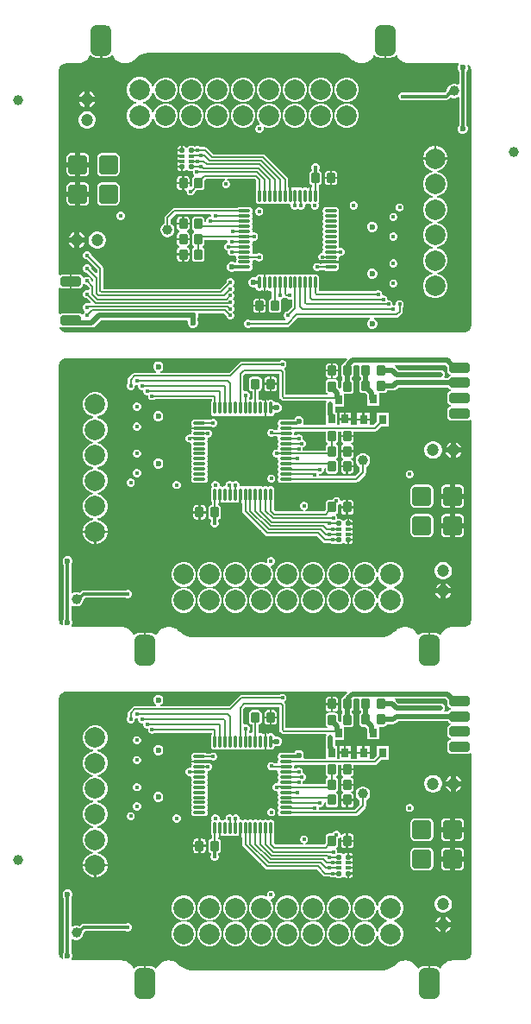
<source format=gbl>
G04*
G04 #@! TF.GenerationSoftware,Altium Limited,Altium Designer,25.5.2 (35)*
G04*
G04 Layer_Physical_Order=4*
G04 Layer_Color=16711680*
%FSLAX44Y44*%
%MOMM*%
G71*
G04*
G04 #@! TF.SameCoordinates,62C8F6CB-47DE-4BB4-89D1-A73908D99D6D*
G04*
G04*
G04 #@! TF.FilePolarity,Positive*
G04*
G01*
G75*
%ADD10C,1.0000*%
G04:AMPARAMS|DCode=11|XSize=3mm|YSize=2mm|CornerRadius=0.5mm|HoleSize=0mm|Usage=FLASHONLY|Rotation=90.000|XOffset=0mm|YOffset=0mm|HoleType=Round|Shape=RoundedRectangle|*
%AMROUNDEDRECTD11*
21,1,3.0000,1.0000,0,0,90.0*
21,1,2.0000,2.0000,0,0,90.0*
1,1,1.0000,0.5000,1.0000*
1,1,1.0000,0.5000,-1.0000*
1,1,1.0000,-0.5000,-1.0000*
1,1,1.0000,-0.5000,1.0000*
%
%ADD11ROUNDEDRECTD11*%
G04:AMPARAMS|DCode=20|XSize=0.8mm|YSize=1mm|CornerRadius=0.1mm|HoleSize=0mm|Usage=FLASHONLY|Rotation=0.000|XOffset=0mm|YOffset=0mm|HoleType=Round|Shape=RoundedRectangle|*
%AMROUNDEDRECTD20*
21,1,0.8000,0.8000,0,0,0.0*
21,1,0.6000,1.0000,0,0,0.0*
1,1,0.2000,0.3000,-0.4000*
1,1,0.2000,-0.3000,-0.4000*
1,1,0.2000,-0.3000,0.4000*
1,1,0.2000,0.3000,0.4000*
%
%ADD20ROUNDEDRECTD20*%
G04:AMPARAMS|DCode=27|XSize=1mm|YSize=2mm|CornerRadius=0.25mm|HoleSize=0mm|Usage=FLASHONLY|Rotation=90.000|XOffset=0mm|YOffset=0mm|HoleType=Round|Shape=RoundedRectangle|*
%AMROUNDEDRECTD27*
21,1,1.0000,1.5000,0,0,90.0*
21,1,0.5000,2.0000,0,0,90.0*
1,1,0.5000,0.7500,0.2500*
1,1,0.5000,0.7500,-0.2500*
1,1,0.5000,-0.7500,-0.2500*
1,1,0.5000,-0.7500,0.2500*
%
%ADD27ROUNDEDRECTD27*%
%ADD31C,0.2000*%
%ADD32C,0.3000*%
%ADD34C,0.5000*%
G04:AMPARAMS|DCode=42|XSize=0.8mm|YSize=1mm|CornerRadius=0.1mm|HoleSize=0mm|Usage=FLASHONLY|Rotation=360.000|XOffset=0mm|YOffset=0mm|HoleType=Round|Shape=RoundedRectangle|*
%AMROUNDEDRECTD42*
21,1,0.8000,0.8000,0,0,360.0*
21,1,0.6000,1.0000,0,0,360.0*
1,1,0.2000,0.3000,-0.4000*
1,1,0.2000,-0.3000,-0.4000*
1,1,0.2000,-0.3000,0.4000*
1,1,0.2000,0.3000,0.4000*
%
%ADD42ROUNDEDRECTD42*%
%ADD44C,2.0000*%
%ADD45C,1.2000*%
%ADD46C,0.4000*%
%ADD47C,0.5000*%
%ADD48C,0.6000*%
%ADD51R,0.8000X0.9000*%
%ADD52R,0.7000X0.9000*%
G04:AMPARAMS|DCode=53|XSize=0.3mm|YSize=1.2mm|CornerRadius=0.075mm|HoleSize=0mm|Usage=FLASHONLY|Rotation=180.000|XOffset=0mm|YOffset=0mm|HoleType=Round|Shape=RoundedRectangle|*
%AMROUNDEDRECTD53*
21,1,0.3000,1.0500,0,0,180.0*
21,1,0.1500,1.2000,0,0,180.0*
1,1,0.1500,-0.0750,0.5250*
1,1,0.1500,0.0750,0.5250*
1,1,0.1500,0.0750,-0.5250*
1,1,0.1500,-0.0750,-0.5250*
%
%ADD53ROUNDEDRECTD53*%
G04:AMPARAMS|DCode=54|XSize=1.8mm|YSize=1.84mm|CornerRadius=0.225mm|HoleSize=0mm|Usage=FLASHONLY|Rotation=0.000|XOffset=0mm|YOffset=0mm|HoleType=Round|Shape=RoundedRectangle|*
%AMROUNDEDRECTD54*
21,1,1.8000,1.3900,0,0,0.0*
21,1,1.3500,1.8400,0,0,0.0*
1,1,0.4500,0.6750,-0.6950*
1,1,0.4500,-0.6750,-0.6950*
1,1,0.4500,-0.6750,0.6950*
1,1,0.4500,0.6750,0.6950*
%
%ADD54ROUNDEDRECTD54*%
G04:AMPARAMS|DCode=55|XSize=0.45mm|YSize=0.45mm|CornerRadius=0.0563mm|HoleSize=0mm|Usage=FLASHONLY|Rotation=0.000|XOffset=0mm|YOffset=0mm|HoleType=Round|Shape=RoundedRectangle|*
%AMROUNDEDRECTD55*
21,1,0.4500,0.3375,0,0,0.0*
21,1,0.3375,0.4500,0,0,0.0*
1,1,0.1125,0.1688,-0.1688*
1,1,0.1125,-0.1688,-0.1688*
1,1,0.1125,-0.1688,0.1688*
1,1,0.1125,0.1688,0.1688*
%
%ADD55ROUNDEDRECTD55*%
G04:AMPARAMS|DCode=56|XSize=0.45mm|YSize=0.35mm|CornerRadius=0.0438mm|HoleSize=0mm|Usage=FLASHONLY|Rotation=0.000|XOffset=0mm|YOffset=0mm|HoleType=Round|Shape=RoundedRectangle|*
%AMROUNDEDRECTD56*
21,1,0.4500,0.2625,0,0,0.0*
21,1,0.3625,0.3500,0,0,0.0*
1,1,0.0875,0.1813,-0.1313*
1,1,0.0875,-0.1813,-0.1313*
1,1,0.0875,-0.1813,0.1313*
1,1,0.0875,0.1813,0.1313*
%
%ADD56ROUNDEDRECTD56*%
G04:AMPARAMS|DCode=57|XSize=1.2mm|YSize=0.3mm|CornerRadius=0.075mm|HoleSize=0mm|Usage=FLASHONLY|Rotation=180.000|XOffset=0mm|YOffset=0mm|HoleType=Round|Shape=RoundedRectangle|*
%AMROUNDEDRECTD57*
21,1,1.2000,0.1500,0,0,180.0*
21,1,1.0500,0.3000,0,0,180.0*
1,1,0.1500,-0.5250,0.0750*
1,1,0.1500,0.5250,0.0750*
1,1,0.1500,0.5250,-0.0750*
1,1,0.1500,-0.5250,-0.0750*
%
%ADD57ROUNDEDRECTD57*%
G36*
X461000Y1046940D02*
X465000D01*
X466827Y1047180D01*
X468530Y1047886D01*
X469992Y1049007D01*
X470103Y1049152D01*
X471557Y1048960D01*
X471826Y1048311D01*
X471965Y1048102D01*
X472062Y1047870D01*
X473151Y1046240D01*
X473328Y1046062D01*
X473468Y1045854D01*
X474854Y1044468D01*
X475062Y1044328D01*
X475240Y1044151D01*
X476870Y1043062D01*
X477102Y1042965D01*
X477311Y1042826D01*
X479122Y1042076D01*
X479368Y1042027D01*
X479600Y1041931D01*
X481523Y1041548D01*
X481712D01*
X481895Y1041502D01*
X482875Y1041454D01*
X482938Y1041464D01*
X483000Y1041451D01*
X531584D01*
X532110Y1040181D01*
X531761Y1039832D01*
X531000Y1037995D01*
Y1036005D01*
X531761Y1034168D01*
X532431Y1033497D01*
Y1020952D01*
X531161Y1020219D01*
X530202Y1020773D01*
X528422Y1021250D01*
X526578D01*
X524798Y1020773D01*
X523202Y1019851D01*
X521899Y1018548D01*
X520977Y1016952D01*
X520500Y1015172D01*
Y1014191D01*
X518878Y1012569D01*
X478837D01*
X477796Y1013000D01*
X476204D01*
X474734Y1012391D01*
X473609Y1011266D01*
X473000Y1009796D01*
Y1008204D01*
X473609Y1006734D01*
X474734Y1005609D01*
X476204Y1005000D01*
X477796D01*
X478837Y1005431D01*
X520356D01*
X521721Y1005703D01*
X522879Y1006477D01*
X524374Y1007972D01*
X524798Y1007727D01*
X526578Y1007250D01*
X528422D01*
X530202Y1007727D01*
X531161Y1008281D01*
X532431Y1007548D01*
Y980502D01*
X531761Y979832D01*
X531000Y977995D01*
Y976005D01*
X531761Y974168D01*
X533168Y972761D01*
X535005Y972000D01*
X536995D01*
X538832Y972761D01*
X540239Y974168D01*
X541000Y976005D01*
Y977995D01*
X540239Y979832D01*
X539569Y980502D01*
Y1033497D01*
X540239Y1034168D01*
X541000Y1036005D01*
Y1037995D01*
X540561Y1039055D01*
X541587Y1039897D01*
X541750Y1039788D01*
X542788Y1038750D01*
X543603Y1037529D01*
X544165Y1036173D01*
X544451Y1034734D01*
Y1034000D01*
Y785000D01*
Y784266D01*
X544165Y782827D01*
X543603Y781471D01*
X542788Y780250D01*
X541750Y779212D01*
X540529Y778397D01*
X539173Y777835D01*
X537734Y777549D01*
X146266D01*
X144827Y777835D01*
X143471Y778397D01*
X142250Y779212D01*
X141212Y780250D01*
X140397Y781471D01*
X140074Y782250D01*
X141100Y783091D01*
X141744Y782661D01*
X143500Y782312D01*
X153500D01*
X153500Y782312D01*
X171709D01*
X173465Y782661D01*
X174953Y783656D01*
X180709Y789412D01*
X265212D01*
X266061Y788142D01*
X266000Y787995D01*
Y786005D01*
X266761Y784168D01*
X268168Y782761D01*
X270005Y782000D01*
X271995D01*
X273832Y782761D01*
X275239Y784168D01*
X276000Y786005D01*
Y787995D01*
X275588Y788989D01*
Y792011D01*
X276000Y793005D01*
Y794995D01*
X275838Y795385D01*
X276544Y796441D01*
X301233D01*
X304000Y793674D01*
Y793204D01*
X304609Y791734D01*
X305734Y790609D01*
X307204Y790000D01*
X308796D01*
X310266Y790609D01*
X311391Y791734D01*
X312000Y793204D01*
Y794796D01*
X311391Y796266D01*
X310407Y797250D01*
X311391Y798234D01*
X312000Y799704D01*
Y801296D01*
X311391Y802766D01*
X310407Y803750D01*
X311391Y804734D01*
X312000Y806204D01*
Y807796D01*
X311391Y809266D01*
X310407Y810250D01*
X311391Y811234D01*
X312000Y812704D01*
Y814296D01*
X311391Y815766D01*
X310407Y816750D01*
X311391Y817734D01*
X312000Y819204D01*
Y820796D01*
X311391Y822266D01*
X310407Y823250D01*
X311391Y824234D01*
X312000Y825704D01*
Y827296D01*
X311391Y828766D01*
X310266Y829891D01*
X308796Y830500D01*
X307204D01*
X305734Y829891D01*
X304609Y828766D01*
X304000Y827296D01*
Y826826D01*
X297233Y820059D01*
X183059D01*
Y840000D01*
X183059Y840000D01*
X182826Y841171D01*
X182163Y842163D01*
X171000Y853326D01*
Y853796D01*
X170391Y855266D01*
X169266Y856391D01*
X167796Y857000D01*
X166204D01*
X164734Y856391D01*
X163609Y855266D01*
X163000Y853796D01*
Y852204D01*
X163609Y850734D01*
X164734Y849609D01*
X166204Y849000D01*
X166674D01*
X176941Y838733D01*
Y836044D01*
X175768Y835558D01*
X171000Y840326D01*
Y840796D01*
X170391Y842266D01*
X169266Y843391D01*
X167796Y844000D01*
X166204D01*
X164734Y843391D01*
X163609Y842266D01*
X163000Y840796D01*
Y839204D01*
X163609Y837734D01*
X164734Y836609D01*
X166204Y836000D01*
X166674D01*
X173013Y829662D01*
Y827972D01*
X171839Y827486D01*
X171000Y828326D01*
Y828796D01*
X170391Y830266D01*
X169266Y831391D01*
X167796Y832000D01*
X166204D01*
X164734Y831391D01*
X164210Y830867D01*
X162833Y831285D01*
X162739Y831756D01*
X161744Y833244D01*
X160256Y834239D01*
X158500Y834588D01*
X152000D01*
Y827500D01*
Y820412D01*
X158500D01*
X160256Y820761D01*
X161744Y821756D01*
X162739Y823244D01*
X162998Y824549D01*
X164072Y824992D01*
X164354Y824989D01*
X164734Y824609D01*
X166204Y824000D01*
X166674D01*
X169360Y821315D01*
Y819727D01*
X168090Y818878D01*
X167796Y819000D01*
X166204D01*
X164734Y818391D01*
X163609Y817266D01*
X163000Y815796D01*
Y814204D01*
X163609Y812734D01*
X164734Y811609D01*
X166204Y811000D01*
X166674D01*
X170442Y807232D01*
X169956Y806059D01*
X168541D01*
X168541Y806059D01*
X167942Y805939D01*
X167796Y806000D01*
X166204D01*
X164734Y805391D01*
X163609Y804266D01*
X163000Y802796D01*
Y801204D01*
X163609Y799734D01*
X164623Y798720D01*
X164683Y798000D01*
X164623Y797280D01*
X163609Y796266D01*
X163193Y795262D01*
X161834Y795022D01*
X161825Y795024D01*
X161744Y795144D01*
X160256Y796139D01*
X158500Y796488D01*
X143500D01*
X141744Y796139D01*
X140819Y795521D01*
X139549Y796198D01*
Y820702D01*
X140819Y821379D01*
X141744Y820761D01*
X143500Y820412D01*
X150000D01*
Y827500D01*
Y834588D01*
X143500D01*
X141744Y834239D01*
X140819Y833621D01*
X139549Y834298D01*
Y1034000D01*
Y1034734D01*
X139835Y1036173D01*
X140397Y1037529D01*
X141212Y1038750D01*
X142250Y1039788D01*
X143471Y1040603D01*
X144827Y1041165D01*
X146266Y1041451D01*
X158000D01*
X158062Y1041464D01*
X158125Y1041454D01*
X159105Y1041502D01*
X159289Y1041548D01*
X159478D01*
X161400Y1041931D01*
X161632Y1042027D01*
X161878Y1042076D01*
X163689Y1042826D01*
X163898Y1042965D01*
X164130Y1043062D01*
X165760Y1044151D01*
X165938Y1044328D01*
X166146Y1044468D01*
X167532Y1045854D01*
X167672Y1046062D01*
X167849Y1046240D01*
X168939Y1047870D01*
X169035Y1048102D01*
X169174Y1048311D01*
X169443Y1048960D01*
X170897Y1049152D01*
X171008Y1049007D01*
X172470Y1047886D01*
X174173Y1047180D01*
X176000Y1046940D01*
X180000D01*
Y1064000D01*
X182000D01*
Y1046940D01*
X186000D01*
X187827Y1047180D01*
X189530Y1047886D01*
X190993Y1049007D01*
X191103Y1049152D01*
X192557Y1048960D01*
X192826Y1048311D01*
X192966Y1048102D01*
X193062Y1047870D01*
X194151Y1046240D01*
X194328Y1046062D01*
X194468Y1045854D01*
X195854Y1044468D01*
X196063Y1044328D01*
X196240Y1044151D01*
X197870Y1043062D01*
X198102Y1042965D01*
X198311Y1042826D01*
X200122Y1042076D01*
X200368Y1042027D01*
X200600Y1041931D01*
X202523Y1041548D01*
X202712D01*
X202895Y1041502D01*
X203875Y1041454D01*
X203938Y1041464D01*
X204000Y1041451D01*
X204757D01*
X204820Y1041464D01*
X204883Y1041454D01*
X205886Y1041504D01*
X206070Y1041550D01*
X206259D01*
X208228Y1041941D01*
X208460Y1042037D01*
X208706Y1042086D01*
X210561Y1042855D01*
X210770Y1042994D01*
X211002Y1043090D01*
X212671Y1044206D01*
X212805Y1044339D01*
X212967Y1044436D01*
X213712Y1045111D01*
X213750Y1045162D01*
X213802Y1045198D01*
X215289Y1046685D01*
X218786Y1049021D01*
X222672Y1050631D01*
X226797Y1051451D01*
X414203D01*
X418328Y1050631D01*
X422214Y1049021D01*
X425711Y1046685D01*
X427198Y1045198D01*
X427251Y1045162D01*
X427288Y1045111D01*
X428033Y1044436D01*
X428195Y1044339D01*
X428329Y1044206D01*
X429998Y1043090D01*
X430230Y1042994D01*
X430439Y1042855D01*
X432294Y1042086D01*
X432540Y1042037D01*
X432772Y1041941D01*
X434742Y1041550D01*
X434930D01*
X435114Y1041504D01*
X436118Y1041454D01*
X436180Y1041464D01*
X436243Y1041451D01*
X437000D01*
X437062Y1041464D01*
X437125Y1041454D01*
X438105Y1041502D01*
X438288Y1041548D01*
X438478D01*
X440400Y1041931D01*
X440632Y1042027D01*
X440878Y1042076D01*
X442689Y1042826D01*
X442898Y1042965D01*
X443130Y1043062D01*
X444760Y1044151D01*
X444938Y1044328D01*
X445146Y1044468D01*
X446532Y1045854D01*
X446672Y1046062D01*
X446849Y1046240D01*
X447938Y1047870D01*
X448035Y1048102D01*
X448174Y1048311D01*
X448443Y1048960D01*
X449897Y1049152D01*
X450008Y1049007D01*
X451470Y1047886D01*
X453173Y1047180D01*
X455000Y1046940D01*
X459000D01*
Y1064000D01*
X461000D01*
Y1046940D01*
D02*
G37*
G36*
X520912Y743600D02*
Y740500D01*
X521261Y738744D01*
X522256Y737256D01*
X523744Y736261D01*
X524316Y736147D01*
Y734853D01*
X523744Y734739D01*
X522256Y733744D01*
X521483Y732588D01*
X518660D01*
X517981Y733858D01*
X518239Y734244D01*
X518588Y736000D01*
X518239Y737756D01*
X517244Y739244D01*
X515756Y740239D01*
X514000Y740588D01*
X472901D01*
X470244Y743244D01*
X469914Y743465D01*
X469652Y745167D01*
X469848Y745412D01*
X519100D01*
X520912Y743600D01*
D02*
G37*
G36*
X422789Y751278D02*
X420756Y749244D01*
X419761Y747756D01*
X419622Y747059D01*
X419500D01*
X418330Y746826D01*
X417337Y746163D01*
X416674Y745171D01*
X416441Y744000D01*
Y736000D01*
X416674Y734829D01*
X417337Y733837D01*
X417912Y733453D01*
Y731047D01*
X417337Y730663D01*
X416674Y729670D01*
X416441Y728500D01*
Y722843D01*
X415171Y722317D01*
X413559Y723930D01*
Y728500D01*
X413326Y729670D01*
X412663Y730663D01*
X411671Y731326D01*
X410500Y731559D01*
X404500D01*
X403330Y731326D01*
X402337Y730663D01*
X401674Y729670D01*
X401441Y728500D01*
Y720500D01*
X401674Y719330D01*
X402337Y718337D01*
X403098Y717829D01*
X402941Y716696D01*
X402887Y716559D01*
X362059D01*
Y738828D01*
X362059Y738828D01*
X361826Y739999D01*
X361163Y740991D01*
X361163Y740991D01*
X360857Y741297D01*
X361105Y742542D01*
X361266Y742609D01*
X362391Y743734D01*
X363000Y745204D01*
Y746796D01*
X362391Y748266D01*
X361266Y749391D01*
X359796Y750000D01*
X358204D01*
X356734Y749391D01*
X356402Y749059D01*
X319000D01*
X319000Y749059D01*
X317829Y748826D01*
X316837Y748163D01*
X306733Y738059D01*
X239041D01*
X238788Y739329D01*
X239832Y739761D01*
X241239Y741168D01*
X242000Y743005D01*
Y744995D01*
X241239Y746832D01*
X239832Y748239D01*
X237995Y749000D01*
X236005D01*
X234168Y748239D01*
X232761Y746832D01*
X232000Y744995D01*
Y743005D01*
X232761Y741168D01*
X234168Y739761D01*
X235212Y739329D01*
X234959Y738059D01*
X214000D01*
X212829Y737826D01*
X211837Y737163D01*
X211837Y737163D01*
X207837Y733163D01*
X207174Y732170D01*
X206941Y731000D01*
X206941Y731000D01*
Y727598D01*
X206609Y727266D01*
X206000Y725796D01*
Y724204D01*
X206609Y722734D01*
X207734Y721609D01*
X209204Y721000D01*
X210796D01*
X212266Y721609D01*
X213391Y722734D01*
X214000Y724204D01*
Y725124D01*
X215181Y726010D01*
X215204Y726000D01*
X215827D01*
X216826Y725826D01*
X217000Y724827D01*
Y724204D01*
X217609Y722734D01*
X218734Y721609D01*
X220204Y721000D01*
X220827D01*
X221826Y720826D01*
X222000Y719827D01*
Y719204D01*
X222609Y717734D01*
X223734Y716609D01*
X225204Y716000D01*
X225827D01*
X226826Y715826D01*
X227000Y714827D01*
Y714204D01*
X227609Y712734D01*
X228734Y711609D01*
X230204Y711000D01*
X231796D01*
X233266Y711609D01*
X233598Y711941D01*
X289441D01*
Y710245D01*
X289160Y709823D01*
X288946Y708750D01*
Y698250D01*
X289160Y697177D01*
X289767Y696267D01*
X290677Y695660D01*
X291750Y695446D01*
X293250D01*
X294323Y695660D01*
X295000Y696112D01*
X295677Y695660D01*
X296750Y695446D01*
X298250D01*
X299323Y695660D01*
X300000Y696112D01*
X300677Y695660D01*
X301750Y695446D01*
X303250D01*
X304323Y695660D01*
X305000Y696112D01*
X305677Y695660D01*
X306750Y695446D01*
X308250D01*
X309323Y695660D01*
X310000Y696112D01*
X310677Y695660D01*
X311750Y695446D01*
X313250D01*
X314323Y695660D01*
X315000Y696112D01*
X315677Y695660D01*
X316750Y695446D01*
X318250D01*
X319323Y695660D01*
X320000Y696112D01*
X320677Y695660D01*
X321750Y695446D01*
X323250D01*
X324323Y695660D01*
X325000Y696112D01*
X325677Y695660D01*
X326750Y695446D01*
X328250D01*
X329323Y695660D01*
X330000Y696112D01*
X330677Y695660D01*
X331750Y695446D01*
X333250D01*
X334323Y695660D01*
X335000Y696112D01*
X335677Y695660D01*
X336750Y695446D01*
X338250D01*
X339323Y695660D01*
X340000Y696112D01*
X340677Y695660D01*
X341500Y695496D01*
Y703500D01*
Y711504D01*
X340677Y711340D01*
X340000Y710888D01*
X339323Y711340D01*
X338250Y711554D01*
X336750D01*
X335559Y712612D01*
Y719953D01*
X336670Y720174D01*
X337663Y720837D01*
X338326Y721830D01*
X338559Y723000D01*
Y731000D01*
X338326Y732170D01*
X337663Y733163D01*
X336670Y733826D01*
X335500Y734059D01*
X329500D01*
X328330Y733826D01*
X327337Y733163D01*
X326674Y732170D01*
X326441Y731000D01*
Y723000D01*
X326674Y721830D01*
X327337Y720837D01*
X328330Y720174D01*
X329441Y719953D01*
Y712612D01*
X328250Y711554D01*
X326750D01*
X326169Y712031D01*
X326116Y713459D01*
X326391Y713734D01*
X327000Y715204D01*
Y716796D01*
X326391Y718266D01*
X325266Y719391D01*
X323796Y720000D01*
X322204D01*
X321829Y719844D01*
X320559Y720693D01*
Y735233D01*
X322267Y736941D01*
X355941D01*
Y714672D01*
X355941Y714672D01*
X356174Y713501D01*
X356837Y712509D01*
X358009Y711337D01*
X358009Y711337D01*
X359001Y710674D01*
X360172Y710441D01*
X360172Y710441D01*
X401360D01*
X402039Y709171D01*
X401761Y708756D01*
X401412Y707000D01*
Y697429D01*
X401761Y695673D01*
X401912Y695448D01*
Y693500D01*
X402000Y693057D01*
Y686559D01*
X380289D01*
X379513Y687829D01*
X380000Y689005D01*
Y690995D01*
X379239Y692832D01*
X377832Y694239D01*
X375995Y695000D01*
X374005D01*
X372168Y694239D01*
X370761Y692832D01*
X370445Y692069D01*
X362500D01*
X362426Y692054D01*
X357250D01*
X356177Y691840D01*
X355267Y691233D01*
X354660Y690323D01*
X354446Y689250D01*
Y687750D01*
X354660Y686677D01*
X355112Y686000D01*
X354660Y685323D01*
X354446Y684250D01*
Y682750D01*
X353388Y681559D01*
X351098D01*
X350266Y682391D01*
X348796Y683000D01*
X347204D01*
X345734Y682391D01*
X344609Y681266D01*
X344000Y679796D01*
Y678204D01*
X344609Y676734D01*
X345734Y675609D01*
X347204Y675000D01*
X348796D01*
X349861Y675441D01*
X353388D01*
X354446Y674250D01*
Y672750D01*
X354660Y671677D01*
X355112Y671000D01*
X354660Y670323D01*
X354446Y669250D01*
Y667750D01*
X354660Y666677D01*
X355112Y666000D01*
X354660Y665323D01*
X354446Y664250D01*
Y663605D01*
X353875Y662635D01*
X353201Y662500D01*
X352204D01*
X350734Y661891D01*
X349609Y660766D01*
X349000Y659296D01*
Y657704D01*
X349609Y656234D01*
X350734Y655109D01*
X352204Y654500D01*
X353201D01*
X353875Y654365D01*
X354446Y653395D01*
Y652750D01*
X354660Y651677D01*
X355112Y651000D01*
X354660Y650323D01*
X354446Y649250D01*
Y647750D01*
X354660Y646677D01*
X355112Y646000D01*
X354660Y645323D01*
X354446Y644250D01*
Y642750D01*
X354660Y641677D01*
X355112Y641000D01*
X354660Y640323D01*
X354446Y639250D01*
Y637750D01*
X354660Y636677D01*
X355112Y636000D01*
X354660Y635323D01*
X354446Y634250D01*
Y632750D01*
X354660Y631677D01*
X355267Y630767D01*
X356177Y630160D01*
X357250Y629946D01*
X367750D01*
X368823Y630160D01*
X369244Y630441D01*
X431250D01*
X431250Y630441D01*
X432421Y630674D01*
X433413Y631337D01*
X440163Y638087D01*
X440163Y638087D01*
X440826Y639079D01*
X441059Y640250D01*
Y645683D01*
X442298Y646399D01*
X443601Y647702D01*
X444523Y649298D01*
X445000Y651078D01*
Y652922D01*
X444523Y654702D01*
X443601Y656298D01*
X442298Y657601D01*
X440702Y658523D01*
X438922Y659000D01*
X437079D01*
X435298Y658523D01*
X433702Y657601D01*
X432399Y656298D01*
X431477Y654702D01*
X431000Y652922D01*
Y651078D01*
X431477Y649298D01*
X432399Y647702D01*
X433702Y646399D01*
X434941Y645683D01*
Y641517D01*
X429983Y636559D01*
X395431D01*
X395000Y637204D01*
Y637827D01*
X395174Y638826D01*
X396173Y639000D01*
X396796D01*
X398266Y639609D01*
X399391Y640734D01*
X400000Y642204D01*
Y643385D01*
X400825Y644210D01*
X401138Y644367D01*
X401441Y644275D01*
Y642000D01*
X401674Y640829D01*
X402337Y639837D01*
X403330Y639174D01*
X404500Y638941D01*
X410500D01*
X411671Y639174D01*
X412663Y639837D01*
X413326Y640829D01*
X413559Y642000D01*
Y650000D01*
X413326Y651171D01*
X412663Y652163D01*
X411671Y652826D01*
X411537Y652853D01*
Y654147D01*
X411670Y654174D01*
X412663Y654837D01*
X413326Y655829D01*
X413559Y657000D01*
Y665000D01*
X413326Y666171D01*
X412663Y667163D01*
X411670Y667826D01*
X411537Y667852D01*
Y669147D01*
X411671Y669174D01*
X412663Y669837D01*
X413326Y670829D01*
X413559Y672000D01*
Y680000D01*
X413921Y680441D01*
X416079D01*
X416441Y680000D01*
Y677000D01*
X428559D01*
Y680000D01*
X428921Y680441D01*
X449500D01*
X449500Y680441D01*
X450671Y680674D01*
X451663Y681337D01*
X455826Y685500D01*
X463500D01*
Y698500D01*
X451500D01*
Y689826D01*
X448233Y686559D01*
X444500D01*
Y691000D01*
X432500D01*
Y686559D01*
X426000D01*
Y691500D01*
X415000D01*
Y686559D01*
X413000D01*
Y699000D01*
X410588D01*
Y705000D01*
X419500D01*
Y717441D01*
X419500Y717441D01*
X425500D01*
X426670Y717674D01*
X427663Y718337D01*
X428326Y719330D01*
X428559Y720500D01*
Y728500D01*
X428326Y729670D01*
X427663Y730663D01*
X427088Y731047D01*
Y733453D01*
X427663Y733837D01*
X428326Y734829D01*
X428559Y736000D01*
Y741352D01*
X428588Y741500D01*
Y744100D01*
X429901Y745412D01*
X433427D01*
X434469Y744142D01*
X434441Y744000D01*
Y736000D01*
X434674Y734829D01*
X435337Y733837D01*
X435912Y733453D01*
Y731547D01*
X435337Y731163D01*
X434674Y730171D01*
X434441Y729000D01*
Y721000D01*
X434674Y719829D01*
X435337Y718837D01*
X436329Y718174D01*
X437500Y717941D01*
X440070D01*
X441912Y716100D01*
Y712500D01*
X442000Y712057D01*
Y705500D01*
X454000D01*
Y717941D01*
X458500D01*
X459671Y718174D01*
X460663Y718837D01*
X461326Y719829D01*
X461442Y720412D01*
X468000D01*
X469756Y720761D01*
X471244Y721756D01*
X472901Y723412D01*
X521483D01*
X522256Y722256D01*
X523744Y721261D01*
X524316Y721147D01*
Y719853D01*
X523744Y719739D01*
X522256Y718744D01*
X521261Y717256D01*
X520912Y715500D01*
Y710500D01*
X521261Y708744D01*
X522256Y707256D01*
X523744Y706261D01*
X524316Y706147D01*
Y704853D01*
X523744Y704739D01*
X522256Y703744D01*
X521261Y702256D01*
X520912Y700500D01*
Y695500D01*
X521261Y693744D01*
X522256Y692256D01*
X523744Y691261D01*
X525500Y690912D01*
X540500D01*
X542256Y691261D01*
X543181Y691879D01*
X544451Y691202D01*
Y496000D01*
Y495266D01*
X544165Y493827D01*
X543603Y492471D01*
X542788Y491250D01*
X541750Y490212D01*
X540529Y489397D01*
X539173Y488835D01*
X537734Y488549D01*
X526000D01*
X525938Y488536D01*
X525875Y488546D01*
X524895Y488498D01*
X524711Y488452D01*
X524523D01*
X522600Y488069D01*
X522368Y487973D01*
X522122Y487924D01*
X520311Y487174D01*
X520102Y487035D01*
X519870Y486939D01*
X518240Y485849D01*
X518063Y485672D01*
X517854Y485532D01*
X516468Y484146D01*
X516328Y483937D01*
X516151Y483760D01*
X515061Y482130D01*
X514965Y481898D01*
X514826Y481689D01*
X514557Y481040D01*
X513103Y480848D01*
X512993Y480993D01*
X511530Y482114D01*
X509827Y482820D01*
X508000Y483060D01*
X504000D01*
Y466000D01*
X502000D01*
Y483060D01*
X498000D01*
X496173Y482820D01*
X494470Y482114D01*
X493008Y480993D01*
X492897Y480848D01*
X491443Y481040D01*
X491174Y481689D01*
X491035Y481898D01*
X490938Y482130D01*
X489849Y483760D01*
X489672Y483937D01*
X489532Y484146D01*
X488146Y485532D01*
X487938Y485672D01*
X487760Y485849D01*
X486130Y486939D01*
X485898Y487034D01*
X485689Y487174D01*
X483878Y487924D01*
X483632Y487973D01*
X483400Y488069D01*
X481477Y488452D01*
X481288D01*
X481105Y488498D01*
X480125Y488546D01*
X480062Y488536D01*
X480000Y488549D01*
X479243D01*
X479180Y488536D01*
X479118Y488546D01*
X478114Y488496D01*
X477930Y488451D01*
X477741D01*
X475772Y488059D01*
X475540Y487963D01*
X475294Y487914D01*
X473439Y487145D01*
X473230Y487006D01*
X472998Y486910D01*
X471329Y485794D01*
X471195Y485661D01*
X471033Y485564D01*
X470288Y484888D01*
X470251Y484838D01*
X470198Y484802D01*
X468711Y483315D01*
X465214Y480979D01*
X461328Y479369D01*
X457203Y478549D01*
X269797D01*
X265672Y479369D01*
X261786Y480979D01*
X258289Y483315D01*
X256802Y484802D01*
X256749Y484838D01*
X256712Y484888D01*
X255967Y485564D01*
X255805Y485661D01*
X255671Y485794D01*
X254002Y486910D01*
X253770Y487006D01*
X253561Y487145D01*
X251706Y487914D01*
X251460Y487963D01*
X251228Y488059D01*
X249259Y488451D01*
X249070D01*
X248886Y488496D01*
X247882Y488546D01*
X247820Y488536D01*
X247757Y488549D01*
X247000D01*
X246938Y488536D01*
X246875Y488546D01*
X245895Y488498D01*
X245711Y488452D01*
X245523D01*
X243600Y488069D01*
X243368Y487973D01*
X243122Y487924D01*
X241311Y487174D01*
X241102Y487035D01*
X240870Y486939D01*
X239240Y485849D01*
X239062Y485672D01*
X238854Y485532D01*
X237468Y484146D01*
X237328Y483937D01*
X237151Y483760D01*
X236061Y482130D01*
X235965Y481898D01*
X235826Y481689D01*
X235557Y481040D01*
X234103Y480848D01*
X233993Y480993D01*
X232530Y482114D01*
X230827Y482820D01*
X229000Y483060D01*
X225000D01*
Y466000D01*
X223000D01*
Y483060D01*
X219000D01*
X217173Y482820D01*
X215470Y482114D01*
X214007Y480993D01*
X213897Y480848D01*
X212443Y481040D01*
X212174Y481689D01*
X212035Y481898D01*
X211938Y482130D01*
X210849Y483760D01*
X210672Y483937D01*
X210532Y484146D01*
X209146Y485532D01*
X208937Y485672D01*
X208760Y485849D01*
X207130Y486939D01*
X206898Y487034D01*
X206689Y487174D01*
X204878Y487924D01*
X204632Y487973D01*
X204400Y488069D01*
X202477Y488452D01*
X202288D01*
X202105Y488498D01*
X201125Y488546D01*
X201062Y488536D01*
X201000Y488549D01*
X152416D01*
X151890Y489819D01*
X152239Y490168D01*
X153000Y492005D01*
Y493995D01*
X152239Y495832D01*
X151569Y496502D01*
Y509048D01*
X152839Y509781D01*
X153798Y509227D01*
X155578Y508750D01*
X157422D01*
X159202Y509227D01*
X160798Y510149D01*
X162101Y511452D01*
X163023Y513048D01*
X163500Y514828D01*
Y515809D01*
X165122Y517431D01*
X205163D01*
X206204Y517000D01*
X207796D01*
X209266Y517609D01*
X210391Y518734D01*
X211000Y520204D01*
Y521796D01*
X210391Y523266D01*
X209266Y524391D01*
X207796Y525000D01*
X206204D01*
X205163Y524569D01*
X163644D01*
X162279Y524297D01*
X161121Y523523D01*
X159626Y522028D01*
X159202Y522273D01*
X157422Y522750D01*
X155578D01*
X153798Y522273D01*
X152839Y521719D01*
X151569Y522452D01*
Y549497D01*
X152239Y550168D01*
X153000Y552005D01*
Y553995D01*
X152239Y555832D01*
X150832Y557239D01*
X148995Y558000D01*
X147005D01*
X145168Y557239D01*
X143761Y555832D01*
X143000Y553995D01*
Y552005D01*
X143761Y550168D01*
X144431Y549497D01*
Y496502D01*
X143761Y495832D01*
X143000Y493995D01*
Y492005D01*
X143439Y490945D01*
X142413Y490103D01*
X142250Y490212D01*
X141212Y491250D01*
X140397Y492471D01*
X139835Y493827D01*
X139549Y495266D01*
Y496000D01*
Y745000D01*
Y745734D01*
X139835Y747173D01*
X140397Y748529D01*
X141212Y749750D01*
X142250Y750788D01*
X143471Y751603D01*
X144827Y752165D01*
X146266Y752451D01*
X422303D01*
X422789Y751278D01*
D02*
G37*
G36*
X401441Y680000D02*
Y672000D01*
X401674Y670829D01*
X402337Y669837D01*
X403330Y669174D01*
X403463Y669147D01*
Y667853D01*
X403330Y667826D01*
X402337Y667163D01*
X401674Y666171D01*
X401441Y665000D01*
Y661559D01*
X379669D01*
X378963Y662615D01*
X379000Y662704D01*
Y664296D01*
X378898Y664542D01*
X380266Y665109D01*
X381391Y666234D01*
X382000Y667704D01*
Y669296D01*
X381391Y670766D01*
X380266Y671891D01*
X378898Y672458D01*
X379000Y672704D01*
Y674296D01*
X378391Y675766D01*
X377266Y676891D01*
X375796Y677500D01*
X374204D01*
X372734Y676891D01*
X371285Y676927D01*
X370554Y677750D01*
Y679250D01*
X371612Y680441D01*
X401079D01*
X401441Y680000D01*
D02*
G37*
G36*
X520912Y416600D02*
Y413500D01*
X521261Y411744D01*
X522256Y410256D01*
X523744Y409261D01*
X524316Y409147D01*
Y407853D01*
X523744Y407739D01*
X522256Y406744D01*
X521483Y405588D01*
X518660D01*
X517981Y406858D01*
X518239Y407244D01*
X518588Y409000D01*
X518239Y410756D01*
X517244Y412244D01*
X515756Y413239D01*
X514000Y413588D01*
X472901D01*
X470244Y416244D01*
X469914Y416465D01*
X469652Y418167D01*
X469848Y418412D01*
X519100D01*
X520912Y416600D01*
D02*
G37*
G36*
X422789Y424278D02*
X420756Y422244D01*
X419761Y420756D01*
X419622Y420059D01*
X419500D01*
X418330Y419826D01*
X417337Y419163D01*
X416674Y418171D01*
X416441Y417000D01*
Y409000D01*
X416674Y407830D01*
X417337Y406837D01*
X417912Y406453D01*
Y404047D01*
X417337Y403663D01*
X416674Y402671D01*
X416441Y401500D01*
Y395844D01*
X415171Y395317D01*
X413559Y396930D01*
Y401500D01*
X413326Y402671D01*
X412663Y403663D01*
X411671Y404326D01*
X410500Y404559D01*
X404500D01*
X403330Y404326D01*
X402337Y403663D01*
X401674Y402671D01*
X401441Y401500D01*
Y393500D01*
X401674Y392329D01*
X402337Y391337D01*
X403098Y390829D01*
X402941Y389696D01*
X402887Y389559D01*
X362059D01*
Y411828D01*
X362059Y411828D01*
X361826Y412999D01*
X361163Y413991D01*
X361163Y413991D01*
X360857Y414297D01*
X361105Y415542D01*
X361266Y415609D01*
X362391Y416734D01*
X363000Y418204D01*
Y419796D01*
X362391Y421266D01*
X361266Y422391D01*
X359796Y423000D01*
X358204D01*
X356734Y422391D01*
X356402Y422059D01*
X319000D01*
X319000Y422059D01*
X317829Y421826D01*
X316837Y421163D01*
X306733Y411059D01*
X239041D01*
X238788Y412329D01*
X239832Y412761D01*
X241239Y414168D01*
X242000Y416005D01*
Y417995D01*
X241239Y419832D01*
X239832Y421239D01*
X237995Y422000D01*
X236005D01*
X234168Y421239D01*
X232761Y419832D01*
X232000Y417995D01*
Y416005D01*
X232761Y414168D01*
X234168Y412761D01*
X235212Y412329D01*
X234959Y411059D01*
X214000D01*
X212829Y410826D01*
X211837Y410163D01*
X211837Y410163D01*
X207837Y406163D01*
X207174Y405171D01*
X206941Y404000D01*
X206941Y404000D01*
Y400598D01*
X206609Y400266D01*
X206000Y398796D01*
Y397204D01*
X206609Y395734D01*
X207734Y394609D01*
X209204Y394000D01*
X210796D01*
X212266Y394609D01*
X213391Y395734D01*
X214000Y397204D01*
Y398124D01*
X215181Y399010D01*
X215204Y399000D01*
X215827D01*
X216826Y398826D01*
X217000Y397827D01*
Y397204D01*
X217609Y395734D01*
X218734Y394609D01*
X220204Y394000D01*
X220827D01*
X221826Y393826D01*
X222000Y392827D01*
Y392204D01*
X222609Y390734D01*
X223734Y389609D01*
X225204Y389000D01*
X225827D01*
X226826Y388826D01*
X227000Y387827D01*
Y387204D01*
X227609Y385734D01*
X228734Y384609D01*
X230204Y384000D01*
X231796D01*
X233266Y384609D01*
X233598Y384941D01*
X289441D01*
Y383245D01*
X289160Y382823D01*
X288946Y381750D01*
Y371250D01*
X289160Y370177D01*
X289767Y369267D01*
X290677Y368660D01*
X291750Y368446D01*
X293250D01*
X294323Y368660D01*
X295000Y369112D01*
X295677Y368660D01*
X296750Y368446D01*
X298250D01*
X299323Y368660D01*
X300000Y369112D01*
X300677Y368660D01*
X301750Y368446D01*
X303250D01*
X304323Y368660D01*
X305000Y369112D01*
X305677Y368660D01*
X306750Y368446D01*
X308250D01*
X309323Y368660D01*
X310000Y369112D01*
X310677Y368660D01*
X311750Y368446D01*
X313250D01*
X314323Y368660D01*
X315000Y369112D01*
X315677Y368660D01*
X316750Y368446D01*
X318250D01*
X319323Y368660D01*
X320000Y369112D01*
X320677Y368660D01*
X321750Y368446D01*
X323250D01*
X324323Y368660D01*
X325000Y369112D01*
X325677Y368660D01*
X326750Y368446D01*
X328250D01*
X329323Y368660D01*
X330000Y369112D01*
X330677Y368660D01*
X331750Y368446D01*
X333250D01*
X334323Y368660D01*
X335000Y369112D01*
X335677Y368660D01*
X336750Y368446D01*
X338250D01*
X339323Y368660D01*
X340000Y369112D01*
X340677Y368660D01*
X341500Y368496D01*
Y376500D01*
Y384504D01*
X340677Y384340D01*
X340000Y383888D01*
X339323Y384340D01*
X338250Y384554D01*
X336750D01*
X335559Y385612D01*
Y392953D01*
X336670Y393174D01*
X337663Y393837D01*
X338326Y394829D01*
X338559Y396000D01*
Y404000D01*
X338326Y405171D01*
X337663Y406163D01*
X336670Y406826D01*
X335500Y407059D01*
X329500D01*
X328330Y406826D01*
X327337Y406163D01*
X326674Y405171D01*
X326441Y404000D01*
Y396000D01*
X326674Y394829D01*
X327337Y393837D01*
X328330Y393174D01*
X329441Y392953D01*
Y385612D01*
X328250Y384554D01*
X326750D01*
X326169Y385031D01*
X326116Y386459D01*
X326391Y386734D01*
X327000Y388204D01*
Y389796D01*
X326391Y391266D01*
X325266Y392391D01*
X323796Y393000D01*
X322204D01*
X321829Y392844D01*
X320559Y393693D01*
Y408233D01*
X322267Y409941D01*
X355941D01*
Y387672D01*
X355941Y387672D01*
X356174Y386501D01*
X356837Y385509D01*
X358009Y384337D01*
X358009Y384337D01*
X359001Y383674D01*
X360172Y383441D01*
X360172Y383441D01*
X401360D01*
X402039Y382171D01*
X401761Y381756D01*
X401412Y380000D01*
Y370429D01*
X401761Y368673D01*
X401912Y368447D01*
Y366500D01*
X402000Y366057D01*
Y359559D01*
X380289D01*
X379513Y360829D01*
X380000Y362005D01*
Y363994D01*
X379239Y365832D01*
X377832Y367239D01*
X375995Y368000D01*
X374005D01*
X372168Y367239D01*
X370761Y365832D01*
X370445Y365069D01*
X362500D01*
X362426Y365054D01*
X357250D01*
X356177Y364840D01*
X355267Y364233D01*
X354660Y363323D01*
X354446Y362250D01*
Y360750D01*
X354660Y359677D01*
X355112Y359000D01*
X354660Y358323D01*
X354446Y357250D01*
Y355750D01*
X353388Y354559D01*
X351098D01*
X350266Y355391D01*
X348796Y356000D01*
X347204D01*
X345734Y355391D01*
X344609Y354266D01*
X344000Y352796D01*
Y351204D01*
X344609Y349734D01*
X345734Y348609D01*
X347204Y348000D01*
X348796D01*
X349861Y348441D01*
X353388D01*
X354446Y347250D01*
Y345750D01*
X354660Y344677D01*
X355112Y344000D01*
X354660Y343323D01*
X354446Y342250D01*
Y340750D01*
X354660Y339677D01*
X355112Y339000D01*
X354660Y338323D01*
X354446Y337250D01*
Y336605D01*
X353875Y335635D01*
X353201Y335500D01*
X352204D01*
X350734Y334891D01*
X349609Y333766D01*
X349000Y332296D01*
Y330704D01*
X349609Y329234D01*
X350734Y328109D01*
X352204Y327500D01*
X353201D01*
X353875Y327365D01*
X354446Y326395D01*
Y325750D01*
X354660Y324677D01*
X355112Y324000D01*
X354660Y323323D01*
X354446Y322250D01*
Y320750D01*
X354660Y319677D01*
X355112Y319000D01*
X354660Y318323D01*
X354446Y317250D01*
Y315750D01*
X354660Y314677D01*
X355112Y314000D01*
X354660Y313323D01*
X354446Y312250D01*
Y310750D01*
X354660Y309677D01*
X355112Y309000D01*
X354660Y308323D01*
X354446Y307250D01*
Y305750D01*
X354660Y304677D01*
X355267Y303767D01*
X356177Y303160D01*
X357250Y302946D01*
X367750D01*
X368823Y303160D01*
X369244Y303441D01*
X431250D01*
X431250Y303441D01*
X432421Y303674D01*
X433413Y304337D01*
X440163Y311087D01*
X440163Y311087D01*
X440826Y312079D01*
X441059Y313250D01*
Y318683D01*
X442298Y319399D01*
X443601Y320702D01*
X444523Y322298D01*
X445000Y324078D01*
Y325922D01*
X444523Y327702D01*
X443601Y329298D01*
X442298Y330601D01*
X440702Y331523D01*
X438922Y332000D01*
X437079D01*
X435298Y331523D01*
X433702Y330601D01*
X432399Y329298D01*
X431477Y327702D01*
X431000Y325922D01*
Y324078D01*
X431477Y322298D01*
X432399Y320702D01*
X433702Y319399D01*
X434941Y318683D01*
Y314517D01*
X429983Y309559D01*
X395431D01*
X395000Y310204D01*
Y310827D01*
X395174Y311826D01*
X396173Y312000D01*
X396796D01*
X398266Y312609D01*
X399391Y313734D01*
X400000Y315204D01*
Y316385D01*
X400825Y317210D01*
X401138Y317367D01*
X401441Y317275D01*
Y315000D01*
X401674Y313829D01*
X402337Y312837D01*
X403330Y312174D01*
X404500Y311941D01*
X410500D01*
X411671Y312174D01*
X412663Y312837D01*
X413326Y313829D01*
X413559Y315000D01*
Y323000D01*
X413326Y324170D01*
X412663Y325163D01*
X411671Y325826D01*
X411537Y325853D01*
Y327147D01*
X411670Y327174D01*
X412663Y327837D01*
X413326Y328829D01*
X413559Y330000D01*
Y338000D01*
X413326Y339170D01*
X412663Y340163D01*
X411670Y340826D01*
X411537Y340853D01*
Y342147D01*
X411671Y342174D01*
X412663Y342837D01*
X413326Y343829D01*
X413559Y345000D01*
Y353000D01*
X413921Y353441D01*
X416079D01*
X416441Y353000D01*
Y350000D01*
X428559D01*
Y353000D01*
X428921Y353441D01*
X449500D01*
X449500Y353441D01*
X450671Y353674D01*
X451663Y354337D01*
X455826Y358500D01*
X463500D01*
Y371500D01*
X451500D01*
Y362826D01*
X448233Y359559D01*
X444500D01*
Y364000D01*
X432500D01*
Y359559D01*
X426000D01*
Y364500D01*
X415000D01*
Y359559D01*
X413000D01*
Y372000D01*
X410588D01*
Y378000D01*
X419500D01*
Y390441D01*
X419500Y390441D01*
X425500D01*
X426670Y390674D01*
X427663Y391337D01*
X428326Y392329D01*
X428559Y393500D01*
Y401500D01*
X428326Y402671D01*
X427663Y403663D01*
X427088Y404047D01*
Y406453D01*
X427663Y406837D01*
X428326Y407830D01*
X428559Y409000D01*
Y414352D01*
X428588Y414500D01*
Y417099D01*
X429901Y418412D01*
X433427D01*
X434469Y417142D01*
X434441Y417000D01*
Y409000D01*
X434674Y407830D01*
X435337Y406837D01*
X435912Y406453D01*
Y404547D01*
X435337Y404163D01*
X434674Y403171D01*
X434441Y402000D01*
Y394000D01*
X434674Y392830D01*
X435337Y391837D01*
X436329Y391174D01*
X437500Y390941D01*
X440070D01*
X441912Y389100D01*
Y385500D01*
X442000Y385057D01*
Y378500D01*
X454000D01*
Y390941D01*
X458500D01*
X459671Y391174D01*
X460663Y391837D01*
X461326Y392830D01*
X461442Y393412D01*
X468000D01*
X469756Y393761D01*
X471244Y394756D01*
X472901Y396412D01*
X521483D01*
X522256Y395256D01*
X523744Y394261D01*
X524316Y394147D01*
Y392853D01*
X523744Y392739D01*
X522256Y391744D01*
X521261Y390256D01*
X520912Y388500D01*
Y383500D01*
X521261Y381744D01*
X522256Y380256D01*
X523744Y379261D01*
X524316Y379147D01*
Y377853D01*
X523744Y377739D01*
X522256Y376744D01*
X521261Y375256D01*
X520912Y373500D01*
Y368500D01*
X521261Y366744D01*
X522256Y365256D01*
X523744Y364261D01*
X525500Y363912D01*
X540500D01*
X542256Y364261D01*
X543181Y364879D01*
X544451Y364202D01*
Y169000D01*
Y168266D01*
X544165Y166827D01*
X543603Y165471D01*
X542788Y164250D01*
X541750Y163212D01*
X540529Y162397D01*
X539173Y161835D01*
X537734Y161549D01*
X526000D01*
X525938Y161536D01*
X525875Y161546D01*
X524895Y161498D01*
X524711Y161452D01*
X524523D01*
X522600Y161069D01*
X522368Y160973D01*
X522122Y160924D01*
X520311Y160174D01*
X520102Y160035D01*
X519870Y159938D01*
X518240Y158849D01*
X518063Y158672D01*
X517854Y158532D01*
X516468Y157146D01*
X516328Y156938D01*
X516151Y156760D01*
X515061Y155130D01*
X514965Y154898D01*
X514826Y154689D01*
X514557Y154040D01*
X513103Y153848D01*
X512993Y153993D01*
X511530Y155114D01*
X509827Y155820D01*
X508000Y156060D01*
X504000D01*
Y139000D01*
X502000D01*
Y156060D01*
X498000D01*
X496173Y155820D01*
X494470Y155114D01*
X493008Y153993D01*
X492897Y153848D01*
X491443Y154040D01*
X491174Y154689D01*
X491035Y154898D01*
X490938Y155130D01*
X489849Y156760D01*
X489672Y156938D01*
X489532Y157146D01*
X488146Y158532D01*
X487938Y158672D01*
X487760Y158849D01*
X486130Y159938D01*
X485898Y160035D01*
X485689Y160174D01*
X483878Y160924D01*
X483632Y160973D01*
X483400Y161069D01*
X481477Y161452D01*
X481288D01*
X481105Y161498D01*
X480125Y161546D01*
X480062Y161536D01*
X480000Y161549D01*
X479243D01*
X479180Y161536D01*
X479118Y161546D01*
X478114Y161496D01*
X477930Y161451D01*
X477741D01*
X475772Y161059D01*
X475540Y160963D01*
X475294Y160914D01*
X473439Y160145D01*
X473230Y160006D01*
X472998Y159910D01*
X471329Y158794D01*
X471195Y158661D01*
X471033Y158564D01*
X470288Y157888D01*
X470251Y157838D01*
X470198Y157802D01*
X468711Y156315D01*
X465214Y153979D01*
X461328Y152369D01*
X457203Y151549D01*
X269797D01*
X265672Y152369D01*
X261786Y153979D01*
X258289Y156315D01*
X256802Y157802D01*
X256749Y157838D01*
X256712Y157888D01*
X255967Y158564D01*
X255805Y158661D01*
X255671Y158794D01*
X254002Y159910D01*
X253770Y160006D01*
X253561Y160145D01*
X251706Y160914D01*
X251460Y160963D01*
X251228Y161059D01*
X249259Y161451D01*
X249070D01*
X248886Y161496D01*
X247882Y161546D01*
X247820Y161536D01*
X247757Y161549D01*
X247000D01*
X246938Y161536D01*
X246875Y161546D01*
X245895Y161498D01*
X245711Y161452D01*
X245523D01*
X243600Y161069D01*
X243368Y160973D01*
X243122Y160924D01*
X241311Y160174D01*
X241102Y160035D01*
X240870Y159938D01*
X239240Y158849D01*
X239062Y158672D01*
X238854Y158532D01*
X237468Y157146D01*
X237328Y156938D01*
X237151Y156760D01*
X236061Y155130D01*
X235965Y154898D01*
X235826Y154689D01*
X235557Y154040D01*
X234103Y153848D01*
X233993Y153993D01*
X232530Y155114D01*
X230827Y155820D01*
X229000Y156060D01*
X225000D01*
Y139000D01*
X223000D01*
Y156060D01*
X219000D01*
X217173Y155820D01*
X215470Y155114D01*
X214007Y153993D01*
X213897Y153848D01*
X212443Y154040D01*
X212174Y154689D01*
X212035Y154898D01*
X211938Y155130D01*
X210849Y156760D01*
X210672Y156938D01*
X210532Y157146D01*
X209146Y158532D01*
X208937Y158672D01*
X208760Y158849D01*
X207130Y159938D01*
X206898Y160035D01*
X206689Y160174D01*
X204878Y160924D01*
X204632Y160973D01*
X204400Y161069D01*
X202477Y161452D01*
X202288D01*
X202105Y161498D01*
X201125Y161546D01*
X201062Y161536D01*
X201000Y161549D01*
X152416D01*
X151890Y162819D01*
X152239Y163168D01*
X153000Y165005D01*
Y166995D01*
X152239Y168832D01*
X151569Y169503D01*
Y182048D01*
X152839Y182781D01*
X153798Y182227D01*
X155578Y181750D01*
X157422D01*
X159202Y182227D01*
X160798Y183149D01*
X162101Y184452D01*
X163023Y186048D01*
X163500Y187828D01*
Y188809D01*
X165122Y190431D01*
X205163D01*
X206204Y190000D01*
X207796D01*
X209266Y190609D01*
X210391Y191734D01*
X211000Y193204D01*
Y194796D01*
X210391Y196266D01*
X209266Y197391D01*
X207796Y198000D01*
X206204D01*
X205163Y197569D01*
X163644D01*
X162279Y197297D01*
X161121Y196523D01*
X159626Y195028D01*
X159202Y195273D01*
X157422Y195750D01*
X155578D01*
X153798Y195273D01*
X152839Y194719D01*
X151569Y195452D01*
Y222498D01*
X152239Y223168D01*
X153000Y225005D01*
Y226995D01*
X152239Y228832D01*
X150832Y230239D01*
X148995Y231000D01*
X147005D01*
X145168Y230239D01*
X143761Y228832D01*
X143000Y226995D01*
Y225005D01*
X143761Y223168D01*
X144431Y222498D01*
Y169503D01*
X143761Y168832D01*
X143000Y166995D01*
Y165005D01*
X143439Y163945D01*
X142413Y163103D01*
X142250Y163212D01*
X141212Y164250D01*
X140397Y165471D01*
X139835Y166827D01*
X139549Y168266D01*
Y169000D01*
Y418000D01*
Y418734D01*
X139835Y420173D01*
X140397Y421529D01*
X141212Y422750D01*
X142250Y423788D01*
X143471Y424603D01*
X144827Y425165D01*
X146266Y425451D01*
X422303D01*
X422789Y424278D01*
D02*
G37*
G36*
X401441Y353000D02*
Y345000D01*
X401674Y343829D01*
X402337Y342837D01*
X403330Y342174D01*
X403463Y342147D01*
Y340853D01*
X403330Y340826D01*
X402337Y340163D01*
X401674Y339170D01*
X401441Y338000D01*
Y334559D01*
X379669D01*
X378963Y335615D01*
X379000Y335704D01*
Y337296D01*
X378898Y337542D01*
X380266Y338109D01*
X381391Y339234D01*
X382000Y340704D01*
Y342296D01*
X381391Y343766D01*
X380266Y344891D01*
X378898Y345458D01*
X379000Y345704D01*
Y347296D01*
X378391Y348766D01*
X377266Y349891D01*
X375796Y350500D01*
X374204D01*
X372734Y349891D01*
X371285Y349927D01*
X370554Y350750D01*
Y352250D01*
X371612Y353441D01*
X401079D01*
X401441Y353000D01*
D02*
G37*
%LPC*%
G36*
X169500Y1013612D02*
Y1008500D01*
X174612D01*
X174455Y1009088D01*
X173402Y1010912D01*
X171912Y1012402D01*
X170088Y1013455D01*
X169500Y1013612D01*
D02*
G37*
G36*
X164500Y1013612D02*
X163912Y1013455D01*
X162088Y1012402D01*
X160598Y1010912D01*
X159545Y1009088D01*
X159388Y1008500D01*
X164500D01*
Y1013612D01*
D02*
G37*
G36*
X423580Y1027400D02*
X420420D01*
X417368Y1026582D01*
X414632Y1025002D01*
X412398Y1022768D01*
X410818Y1020032D01*
X410000Y1016980D01*
Y1013820D01*
X410818Y1010768D01*
X412398Y1008032D01*
X414632Y1005798D01*
X417368Y1004218D01*
X420420Y1003400D01*
X423580D01*
X426632Y1004218D01*
X429368Y1005798D01*
X431602Y1008032D01*
X433182Y1010768D01*
X434000Y1013820D01*
Y1016980D01*
X433182Y1020032D01*
X431602Y1022768D01*
X429368Y1025002D01*
X426632Y1026582D01*
X423580Y1027400D01*
D02*
G37*
G36*
X398180D02*
X395020D01*
X391968Y1026582D01*
X389232Y1025002D01*
X386998Y1022768D01*
X385418Y1020032D01*
X384600Y1016980D01*
Y1013820D01*
X385418Y1010768D01*
X386998Y1008032D01*
X389232Y1005798D01*
X391968Y1004218D01*
X395020Y1003400D01*
X398180D01*
X401232Y1004218D01*
X403968Y1005798D01*
X406202Y1008032D01*
X407782Y1010768D01*
X408600Y1013820D01*
Y1016980D01*
X407782Y1020032D01*
X406202Y1022768D01*
X403968Y1025002D01*
X401232Y1026582D01*
X398180Y1027400D01*
D02*
G37*
G36*
X372780D02*
X369620D01*
X366568Y1026582D01*
X363832Y1025002D01*
X361598Y1022768D01*
X360018Y1020032D01*
X359200Y1016980D01*
Y1013820D01*
X360018Y1010768D01*
X361598Y1008032D01*
X363832Y1005798D01*
X366568Y1004218D01*
X369620Y1003400D01*
X372780D01*
X375832Y1004218D01*
X378568Y1005798D01*
X380802Y1008032D01*
X382382Y1010768D01*
X383200Y1013820D01*
Y1016980D01*
X382382Y1020032D01*
X380802Y1022768D01*
X378568Y1025002D01*
X375832Y1026582D01*
X372780Y1027400D01*
D02*
G37*
G36*
X347380D02*
X344220D01*
X341168Y1026582D01*
X338432Y1025002D01*
X336198Y1022768D01*
X334618Y1020032D01*
X333800Y1016980D01*
Y1013820D01*
X334618Y1010768D01*
X336198Y1008032D01*
X338432Y1005798D01*
X341168Y1004218D01*
X344220Y1003400D01*
X347380D01*
X350432Y1004218D01*
X353168Y1005798D01*
X355402Y1008032D01*
X356982Y1010768D01*
X357800Y1013820D01*
Y1016980D01*
X356982Y1020032D01*
X355402Y1022768D01*
X353168Y1025002D01*
X350432Y1026582D01*
X347380Y1027400D01*
D02*
G37*
G36*
X321980D02*
X318820D01*
X315768Y1026582D01*
X313032Y1025002D01*
X310798Y1022768D01*
X309218Y1020032D01*
X308400Y1016980D01*
Y1013820D01*
X309218Y1010768D01*
X310798Y1008032D01*
X313032Y1005798D01*
X315768Y1004218D01*
X318820Y1003400D01*
X321980D01*
X325032Y1004218D01*
X327768Y1005798D01*
X330002Y1008032D01*
X331582Y1010768D01*
X332400Y1013820D01*
Y1016980D01*
X331582Y1020032D01*
X330002Y1022768D01*
X327768Y1025002D01*
X325032Y1026582D01*
X321980Y1027400D01*
D02*
G37*
G36*
X296580D02*
X293420D01*
X290368Y1026582D01*
X287632Y1025002D01*
X285398Y1022768D01*
X283818Y1020032D01*
X283000Y1016980D01*
Y1013820D01*
X283818Y1010768D01*
X285398Y1008032D01*
X287632Y1005798D01*
X290368Y1004218D01*
X293420Y1003400D01*
X296580D01*
X299632Y1004218D01*
X302368Y1005798D01*
X304602Y1008032D01*
X306182Y1010768D01*
X307000Y1013820D01*
Y1016980D01*
X306182Y1020032D01*
X304602Y1022768D01*
X302368Y1025002D01*
X299632Y1026582D01*
X296580Y1027400D01*
D02*
G37*
G36*
X271180D02*
X268020D01*
X264968Y1026582D01*
X262232Y1025002D01*
X259998Y1022768D01*
X258418Y1020032D01*
X257600Y1016980D01*
Y1013820D01*
X258418Y1010768D01*
X259998Y1008032D01*
X262232Y1005798D01*
X264968Y1004218D01*
X268020Y1003400D01*
X271180D01*
X274232Y1004218D01*
X276968Y1005798D01*
X279202Y1008032D01*
X280782Y1010768D01*
X281600Y1013820D01*
Y1016980D01*
X280782Y1020032D01*
X279202Y1022768D01*
X276968Y1025002D01*
X274232Y1026582D01*
X271180Y1027400D01*
D02*
G37*
G36*
X220446Y1027900D02*
X217154D01*
X213975Y1027048D01*
X211125Y1025403D01*
X208797Y1023075D01*
X207152Y1020225D01*
X206300Y1017046D01*
Y1013754D01*
X207152Y1010575D01*
X208797Y1007725D01*
X211125Y1005397D01*
X213975Y1003752D01*
X215447Y1003357D01*
Y1002043D01*
X213975Y1001648D01*
X211125Y1000003D01*
X208797Y997675D01*
X207152Y994825D01*
X206300Y991646D01*
Y988354D01*
X207152Y985175D01*
X208797Y982325D01*
X211125Y979997D01*
X213975Y978352D01*
X217154Y977500D01*
X220446D01*
X223625Y978352D01*
X226475Y979997D01*
X228803Y982325D01*
X230448Y985175D01*
X231101Y987613D01*
X232416D01*
X233018Y985368D01*
X234598Y982632D01*
X236832Y980398D01*
X239568Y978818D01*
X242620Y978000D01*
X245780D01*
X248832Y978818D01*
X251568Y980398D01*
X253802Y982632D01*
X255382Y985368D01*
X256200Y988420D01*
Y991580D01*
X255382Y994632D01*
X253802Y997368D01*
X251568Y999602D01*
X248832Y1001182D01*
X245780Y1002000D01*
X242620D01*
X239568Y1001182D01*
X236832Y999602D01*
X234598Y997368D01*
X233018Y994632D01*
X232416Y992387D01*
X231101D01*
X230448Y994825D01*
X228803Y997675D01*
X226475Y1000003D01*
X223625Y1001648D01*
X222153Y1002043D01*
Y1003357D01*
X223625Y1003752D01*
X226475Y1005397D01*
X228803Y1007725D01*
X230448Y1010575D01*
X231101Y1013013D01*
X232416D01*
X233018Y1010768D01*
X234598Y1008032D01*
X236832Y1005798D01*
X239568Y1004218D01*
X242620Y1003400D01*
X245780D01*
X248832Y1004218D01*
X251568Y1005798D01*
X253802Y1008032D01*
X255382Y1010768D01*
X256200Y1013820D01*
Y1016980D01*
X255382Y1020032D01*
X253802Y1022768D01*
X251568Y1025002D01*
X248832Y1026582D01*
X245780Y1027400D01*
X242620D01*
X239568Y1026582D01*
X236832Y1025002D01*
X234598Y1022768D01*
X233018Y1020032D01*
X232416Y1017787D01*
X231101D01*
X230448Y1020225D01*
X228803Y1023075D01*
X226475Y1025403D01*
X223625Y1027048D01*
X220446Y1027900D01*
D02*
G37*
G36*
X164500Y1003500D02*
X159388D01*
X159545Y1002912D01*
X160598Y1001088D01*
X162088Y999598D01*
X163912Y998545D01*
X164500Y998388D01*
Y1003500D01*
D02*
G37*
G36*
X174612D02*
X169500D01*
Y998388D01*
X170088Y998545D01*
X171912Y999598D01*
X173402Y1001088D01*
X174455Y1002912D01*
X174612Y1003500D01*
D02*
G37*
G36*
X423580Y1002000D02*
X420420D01*
X417368Y1001182D01*
X414632Y999602D01*
X412398Y997368D01*
X410818Y994632D01*
X410000Y991580D01*
Y988420D01*
X410818Y985368D01*
X412398Y982632D01*
X414632Y980398D01*
X417368Y978818D01*
X420420Y978000D01*
X423580D01*
X426632Y978818D01*
X429368Y980398D01*
X431602Y982632D01*
X433182Y985368D01*
X434000Y988420D01*
Y991580D01*
X433182Y994632D01*
X431602Y997368D01*
X429368Y999602D01*
X426632Y1001182D01*
X423580Y1002000D01*
D02*
G37*
G36*
X398180D02*
X395020D01*
X391968Y1001182D01*
X389232Y999602D01*
X386998Y997368D01*
X385418Y994632D01*
X384600Y991580D01*
Y988420D01*
X385418Y985368D01*
X386998Y982632D01*
X389232Y980398D01*
X391968Y978818D01*
X395020Y978000D01*
X398180D01*
X401232Y978818D01*
X403968Y980398D01*
X406202Y982632D01*
X407782Y985368D01*
X408600Y988420D01*
Y991580D01*
X407782Y994632D01*
X406202Y997368D01*
X403968Y999602D01*
X401232Y1001182D01*
X398180Y1002000D01*
D02*
G37*
G36*
X372780D02*
X369620D01*
X366568Y1001182D01*
X363832Y999602D01*
X361598Y997368D01*
X360018Y994632D01*
X359200Y991580D01*
Y988420D01*
X360018Y985368D01*
X361598Y982632D01*
X363832Y980398D01*
X366568Y978818D01*
X369620Y978000D01*
X372780D01*
X375832Y978818D01*
X378568Y980398D01*
X380802Y982632D01*
X382382Y985368D01*
X383200Y988420D01*
Y991580D01*
X382382Y994632D01*
X380802Y997368D01*
X378568Y999602D01*
X375832Y1001182D01*
X372780Y1002000D01*
D02*
G37*
G36*
X347380D02*
X344220D01*
X341168Y1001182D01*
X338432Y999602D01*
X336198Y997368D01*
X334618Y994632D01*
X333800Y991580D01*
Y988420D01*
X334618Y985368D01*
X336198Y982632D01*
X336559Y982270D01*
X336033Y981000D01*
X335454D01*
X333984Y980391D01*
X332859Y979266D01*
X332250Y977796D01*
Y976204D01*
X332859Y974734D01*
X333984Y973609D01*
X335454Y973000D01*
X337046D01*
X338516Y973609D01*
X339641Y974734D01*
X340250Y976204D01*
Y977796D01*
X340203Y977908D01*
X341079Y978733D01*
X341205Y978808D01*
X344220Y978000D01*
X347380D01*
X350432Y978818D01*
X353168Y980398D01*
X355402Y982632D01*
X356982Y985368D01*
X357800Y988420D01*
Y991580D01*
X356982Y994632D01*
X355402Y997368D01*
X353168Y999602D01*
X350432Y1001182D01*
X347380Y1002000D01*
D02*
G37*
G36*
X321980D02*
X318820D01*
X315768Y1001182D01*
X313032Y999602D01*
X310798Y997368D01*
X309218Y994632D01*
X308400Y991580D01*
Y988420D01*
X309218Y985368D01*
X310798Y982632D01*
X313032Y980398D01*
X315768Y978818D01*
X318820Y978000D01*
X321980D01*
X325032Y978818D01*
X327768Y980398D01*
X330002Y982632D01*
X331582Y985368D01*
X332400Y988420D01*
Y991580D01*
X331582Y994632D01*
X330002Y997368D01*
X327768Y999602D01*
X325032Y1001182D01*
X321980Y1002000D01*
D02*
G37*
G36*
X296580D02*
X293420D01*
X290368Y1001182D01*
X287632Y999602D01*
X285398Y997368D01*
X283818Y994632D01*
X283000Y991580D01*
Y988420D01*
X283818Y985368D01*
X285398Y982632D01*
X287632Y980398D01*
X290368Y978818D01*
X293420Y978000D01*
X296580D01*
X299632Y978818D01*
X302368Y980398D01*
X304602Y982632D01*
X306182Y985368D01*
X307000Y988420D01*
Y991580D01*
X306182Y994632D01*
X304602Y997368D01*
X302368Y999602D01*
X299632Y1001182D01*
X296580Y1002000D01*
D02*
G37*
G36*
X271180D02*
X268020D01*
X264968Y1001182D01*
X262232Y999602D01*
X259998Y997368D01*
X258418Y994632D01*
X257600Y991580D01*
Y988420D01*
X258418Y985368D01*
X259998Y982632D01*
X262232Y980398D01*
X264968Y978818D01*
X268020Y978000D01*
X271180D01*
X274232Y978818D01*
X276968Y980398D01*
X279202Y982632D01*
X280782Y985368D01*
X281600Y988420D01*
Y991580D01*
X280782Y994632D01*
X279202Y997368D01*
X276968Y999602D01*
X274232Y1001182D01*
X271180Y1002000D01*
D02*
G37*
G36*
X168119Y994500D02*
X165881D01*
X163719Y993921D01*
X161781Y992802D01*
X160198Y991219D01*
X159079Y989281D01*
X158500Y987119D01*
Y984881D01*
X159079Y982719D01*
X160198Y980781D01*
X161781Y979198D01*
X163719Y978079D01*
X165881Y977500D01*
X168119D01*
X170281Y978079D01*
X172219Y979198D01*
X173802Y980781D01*
X174921Y982719D01*
X175500Y984881D01*
Y987119D01*
X174921Y989281D01*
X173802Y991219D01*
X172219Y992802D01*
X170281Y993921D01*
X168119Y994500D01*
D02*
G37*
G36*
X271437Y960300D02*
X268062D01*
X267063Y960101D01*
X266215Y959535D01*
X265649Y958687D01*
X265647Y958681D01*
X264353D01*
X264351Y958687D01*
X263785Y959535D01*
X262937Y960101D01*
X261938Y960300D01*
X261250D01*
Y956000D01*
X260250D01*
Y955000D01*
X255950D01*
Y954313D01*
X256149Y953313D01*
X256329Y953044D01*
X256141Y952764D01*
X255952Y951813D01*
Y951500D01*
X260250D01*
Y949500D01*
X255952D01*
Y949187D01*
X256141Y948236D01*
X256299Y948000D01*
X256141Y947764D01*
X255952Y946813D01*
Y946500D01*
X260250D01*
Y944500D01*
X255952D01*
Y944187D01*
X256141Y943236D01*
X256329Y942956D01*
X256149Y942687D01*
X255950Y941687D01*
Y941000D01*
X260250D01*
Y940000D01*
X261250D01*
Y935700D01*
X261938D01*
X262937Y935899D01*
X263785Y936465D01*
X264351Y937313D01*
X264353Y937319D01*
X265647D01*
X265649Y937313D01*
X266215Y936465D01*
X267063Y935899D01*
X268062Y935700D01*
X271000D01*
Y934204D01*
X271609Y932734D01*
X272240Y932103D01*
X272265Y931745D01*
X272034Y930629D01*
X271337Y930163D01*
X270674Y929171D01*
X270441Y928000D01*
Y921267D01*
X269279Y920105D01*
X267883Y920302D01*
X267559Y920857D01*
Y923000D01*
X262500D01*
Y916941D01*
X263827D01*
X264611Y916677D01*
X265000Y915746D01*
Y914954D01*
X265609Y913484D01*
X266734Y912359D01*
X268204Y911750D01*
X269796D01*
X271266Y912359D01*
X272391Y913484D01*
X273000Y914954D01*
Y915174D01*
X274767Y916941D01*
X279500D01*
X280671Y917174D01*
X281663Y917837D01*
X282326Y918829D01*
X282559Y920000D01*
Y923000D01*
X282559Y923000D01*
Y926733D01*
X283767Y927941D01*
X302764D01*
X302954Y926750D01*
X301484Y926141D01*
X300359Y925016D01*
X299750Y923546D01*
Y921954D01*
X300359Y920484D01*
X301484Y919359D01*
X302954Y918750D01*
X304546D01*
X306016Y919359D01*
X307141Y920484D01*
X307750Y921954D01*
Y923546D01*
X307141Y925016D01*
X306016Y926141D01*
X304546Y926750D01*
X304736Y927941D01*
X331783D01*
X333441Y926283D01*
Y918244D01*
X333160Y917823D01*
X332946Y916750D01*
Y906250D01*
X333160Y905177D01*
X333767Y904267D01*
X334677Y903660D01*
X335750Y903446D01*
X337250D01*
X338323Y903660D01*
X339000Y904112D01*
X339677Y903660D01*
X340750Y903446D01*
X342250D01*
X343323Y903660D01*
X344000Y904112D01*
X344677Y903660D01*
X345750Y903446D01*
X347250D01*
X348323Y903660D01*
X349000Y904112D01*
X349677Y903660D01*
X350750Y903446D01*
X352250D01*
X353323Y903660D01*
X354000Y904112D01*
X354677Y903660D01*
X355750Y903446D01*
X357250D01*
X358323Y903660D01*
X359000Y904112D01*
X359677Y903660D01*
X360750Y903446D01*
X362250D01*
X363323Y903660D01*
X364000Y904112D01*
X364677Y903660D01*
X365750Y903446D01*
X365895D01*
X367000Y902796D01*
X367000Y902299D01*
Y901204D01*
X367609Y899734D01*
X368734Y898609D01*
X370204Y898000D01*
X371796D01*
X373266Y898609D01*
X374000Y899343D01*
X374734Y898609D01*
X376204Y898000D01*
X377796D01*
X379266Y898609D01*
X380391Y899734D01*
X381000Y901204D01*
Y902299D01*
X381000Y902796D01*
X382105Y903446D01*
X382250D01*
X383323Y903660D01*
X384000Y904112D01*
X384677Y903660D01*
X385750Y903446D01*
X386515D01*
X386950Y902796D01*
Y901204D01*
X387559Y899734D01*
X388684Y898609D01*
X390154Y898000D01*
X391746D01*
X393216Y898609D01*
X394341Y899734D01*
X394950Y901204D01*
Y902796D01*
X394341Y904266D01*
X394275Y904331D01*
X394840Y905177D01*
X395054Y906250D01*
Y916750D01*
X394840Y917823D01*
X394559Y918244D01*
Y921953D01*
X395671Y922174D01*
X396663Y922837D01*
X397326Y923829D01*
X397559Y925000D01*
Y933000D01*
X397326Y934171D01*
X396663Y935163D01*
X395671Y935826D01*
X395069Y935946D01*
Y937663D01*
X395500Y938704D01*
Y940296D01*
X394891Y941766D01*
X393766Y942891D01*
X392296Y943500D01*
X390704D01*
X389234Y942891D01*
X388109Y941766D01*
X387500Y940296D01*
Y938704D01*
X387932Y937663D01*
Y935946D01*
X387329Y935826D01*
X386337Y935163D01*
X385674Y934171D01*
X385441Y933000D01*
Y925000D01*
X385674Y923829D01*
X386337Y922837D01*
X387329Y922174D01*
X388441Y921953D01*
Y920612D01*
X387500Y919776D01*
Y911500D01*
X385500D01*
Y919504D01*
X384677Y919340D01*
X384000Y918888D01*
X383323Y919340D01*
X382250Y919554D01*
X380750D01*
X379677Y919340D01*
X379000Y918888D01*
X378323Y919340D01*
X377250Y919554D01*
X375750D01*
X374677Y919340D01*
X374000Y918888D01*
X373323Y919340D01*
X372250Y919554D01*
X370750D01*
X369677Y919340D01*
X369000Y918888D01*
X368323Y919340D01*
X367500Y919504D01*
Y911500D01*
X365500D01*
Y919776D01*
X364559Y920612D01*
Y927500D01*
X364559Y927500D01*
X364326Y928671D01*
X363663Y929663D01*
X341991Y951335D01*
X340999Y951998D01*
X339828Y952231D01*
X291158D01*
X285163Y958225D01*
X285163Y958225D01*
X284171Y958888D01*
X283000Y959121D01*
X277973D01*
X277641Y959454D01*
X276171Y960062D01*
X274579D01*
X273289Y959528D01*
X273285Y959535D01*
X272437Y960101D01*
X271437Y960300D01*
D02*
G37*
G36*
X259250D02*
X258563D01*
X257563Y960101D01*
X256715Y959535D01*
X256149Y958687D01*
X255950Y957688D01*
Y957000D01*
X259250D01*
Y960300D01*
D02*
G37*
G36*
X510580Y960000D02*
X510000D01*
Y949000D01*
X521000D01*
Y949580D01*
X520182Y952632D01*
X518602Y955368D01*
X516368Y957602D01*
X513632Y959182D01*
X510580Y960000D01*
D02*
G37*
G36*
X508000D02*
X507420D01*
X504368Y959182D01*
X501632Y957602D01*
X499398Y955368D01*
X497818Y952632D01*
X497000Y949580D01*
Y949000D01*
X508000D01*
Y960000D01*
D02*
G37*
G36*
X164750Y953283D02*
X160500D01*
Y944500D01*
X169083D01*
Y948950D01*
X168753Y950608D01*
X167814Y952014D01*
X166408Y952953D01*
X164750Y953283D01*
D02*
G37*
G36*
X155500D02*
X151250D01*
X149592Y952953D01*
X148186Y952014D01*
X147247Y950608D01*
X146917Y948950D01*
Y944500D01*
X155500D01*
Y953283D01*
D02*
G37*
G36*
X259250Y939000D02*
X255950D01*
Y938313D01*
X256149Y937313D01*
X256715Y936465D01*
X257563Y935899D01*
X258563Y935700D01*
X259250D01*
Y939000D01*
D02*
G37*
G36*
X194750Y953283D02*
X181250D01*
X179592Y952953D01*
X178186Y952014D01*
X177247Y950608D01*
X176917Y948950D01*
Y935050D01*
X177247Y933392D01*
X178186Y931986D01*
X179592Y931047D01*
X181250Y930717D01*
X194750D01*
X196408Y931047D01*
X197814Y931986D01*
X198753Y933392D01*
X199083Y935050D01*
Y948950D01*
X198753Y950608D01*
X197814Y952014D01*
X196408Y952953D01*
X194750Y953283D01*
D02*
G37*
G36*
X169083Y939500D02*
X160500D01*
Y930717D01*
X164750D01*
X166408Y931047D01*
X167814Y931986D01*
X168753Y933392D01*
X169083Y935050D01*
Y939500D01*
D02*
G37*
G36*
X155500D02*
X146917D01*
Y935050D01*
X147247Y933392D01*
X148186Y931986D01*
X149592Y931047D01*
X151250Y930717D01*
X155500D01*
Y939500D01*
D02*
G37*
G36*
X409500Y936059D02*
X407500D01*
Y930000D01*
X412559D01*
Y933000D01*
X412326Y934171D01*
X411663Y935163D01*
X410671Y935826D01*
X409500Y936059D01*
D02*
G37*
G36*
X405500D02*
X403500D01*
X402329Y935826D01*
X401337Y935163D01*
X400674Y934171D01*
X400441Y933000D01*
Y930000D01*
X405500D01*
Y936059D01*
D02*
G37*
G36*
X264500Y931059D02*
X262500D01*
Y925000D01*
X267559D01*
Y928000D01*
X267326Y929171D01*
X266663Y930163D01*
X265671Y930826D01*
X264500Y931059D01*
D02*
G37*
G36*
X260500D02*
X258500D01*
X257330Y930826D01*
X256337Y930163D01*
X255674Y929171D01*
X255441Y928000D01*
Y925000D01*
X260500D01*
Y931059D01*
D02*
G37*
G36*
X412559Y928000D02*
X407500D01*
Y921941D01*
X409500D01*
X410671Y922174D01*
X411663Y922837D01*
X412326Y923829D01*
X412559Y925000D01*
Y928000D01*
D02*
G37*
G36*
X405500D02*
X400441D01*
Y925000D01*
X400674Y923829D01*
X401337Y922837D01*
X402329Y922174D01*
X403500Y921941D01*
X405500D01*
Y928000D01*
D02*
G37*
G36*
X260500Y923000D02*
X255441D01*
Y920000D01*
X255674Y918829D01*
X256337Y917837D01*
X257330Y917174D01*
X258500Y916941D01*
X260500D01*
Y923000D01*
D02*
G37*
G36*
X164750Y924533D02*
X160500D01*
Y915750D01*
X169083D01*
Y920200D01*
X168753Y921858D01*
X167814Y923264D01*
X166408Y924203D01*
X164750Y924533D01*
D02*
G37*
G36*
X155500D02*
X151250D01*
X149592Y924203D01*
X148186Y923264D01*
X147247Y921858D01*
X146917Y920200D01*
Y915750D01*
X155500D01*
Y924533D01*
D02*
G37*
G36*
X194750D02*
X181250D01*
X179592Y924203D01*
X178186Y923264D01*
X177247Y921858D01*
X176917Y920200D01*
Y906300D01*
X177247Y904642D01*
X178186Y903236D01*
X179592Y902297D01*
X181250Y901967D01*
X194750D01*
X196408Y902297D01*
X197814Y903236D01*
X198753Y904642D01*
X199083Y906300D01*
Y920200D01*
X198753Y921858D01*
X197814Y923264D01*
X196408Y924203D01*
X194750Y924533D01*
D02*
G37*
G36*
X169083Y910750D02*
X160500D01*
Y901967D01*
X164750D01*
X166408Y902297D01*
X167814Y903236D01*
X168753Y904642D01*
X169083Y906300D01*
Y910750D01*
D02*
G37*
G36*
X155500D02*
X146917D01*
Y906300D01*
X147247Y904642D01*
X148186Y903236D01*
X149592Y902297D01*
X151250Y901967D01*
X155500D01*
Y910750D01*
D02*
G37*
G36*
X326750Y900054D02*
X316250D01*
X315177Y899840D01*
X314755Y899559D01*
X252750D01*
X252750Y899559D01*
X251579Y899326D01*
X250587Y898663D01*
X243837Y891913D01*
X243837Y891913D01*
X243174Y890920D01*
X242941Y889750D01*
Y884317D01*
X241702Y883601D01*
X240399Y882298D01*
X239477Y880702D01*
X239000Y878922D01*
Y877078D01*
X239477Y875298D01*
X240399Y873702D01*
X241702Y872399D01*
X243298Y871477D01*
X245079Y871000D01*
X246922D01*
X248702Y871477D01*
X250298Y872399D01*
X251601Y873702D01*
X252523Y875298D01*
X253000Y877078D01*
Y878922D01*
X252523Y880702D01*
X251601Y882298D01*
X250298Y883601D01*
X249059Y884317D01*
Y888483D01*
X254017Y893441D01*
X288569D01*
X289000Y892796D01*
Y892173D01*
X288826Y891174D01*
X287827Y891000D01*
X287204D01*
X285734Y890391D01*
X284609Y889266D01*
X284000Y887796D01*
Y886615D01*
X283175Y885790D01*
X282862Y885633D01*
X282559Y885725D01*
Y888000D01*
X282326Y889171D01*
X281663Y890163D01*
X280671Y890826D01*
X279500Y891059D01*
X273500D01*
X272330Y890826D01*
X271337Y890163D01*
X270674Y889171D01*
X270441Y888000D01*
Y880000D01*
X270674Y878829D01*
X271337Y877837D01*
X272330Y877174D01*
X272463Y877147D01*
Y875853D01*
X272330Y875826D01*
X271337Y875163D01*
X270674Y874171D01*
X270441Y873000D01*
Y865000D01*
X270674Y863829D01*
X271337Y862837D01*
X272330Y862174D01*
X272463Y862148D01*
Y860853D01*
X272330Y860826D01*
X271337Y860163D01*
X270674Y859171D01*
X270441Y858000D01*
Y850000D01*
X270674Y848829D01*
X271337Y847837D01*
X272330Y847174D01*
X273500Y846941D01*
X279500D01*
X280671Y847174D01*
X281663Y847837D01*
X282326Y848829D01*
X282559Y850000D01*
Y858000D01*
X282326Y859171D01*
X281663Y860163D01*
X280671Y860826D01*
X280537Y860853D01*
Y862147D01*
X280671Y862174D01*
X281663Y862837D01*
X282326Y863829D01*
X282559Y865000D01*
Y868441D01*
X304331D01*
X305037Y867385D01*
X305000Y867296D01*
Y865704D01*
X305102Y865458D01*
X303734Y864891D01*
X302609Y863766D01*
X302000Y862296D01*
Y860704D01*
X302609Y859234D01*
X303734Y858109D01*
X305102Y857542D01*
X305000Y857296D01*
Y855704D01*
X305609Y854234D01*
X306734Y853109D01*
X308204Y852500D01*
X309796D01*
X311266Y853109D01*
X312715Y853073D01*
X313446Y852250D01*
Y850750D01*
X313660Y849677D01*
X314112Y849000D01*
X313660Y848323D01*
X313446Y847250D01*
Y846171D01*
X312340Y845615D01*
X312220Y845601D01*
X312082Y845739D01*
X310245Y846500D01*
X308256D01*
X306418Y845739D01*
X305011Y844332D01*
X304250Y842495D01*
Y840505D01*
X305011Y838668D01*
X306418Y837261D01*
X308256Y836500D01*
X310245D01*
X312082Y837261D01*
X312752Y837931D01*
X321500D01*
X321574Y837946D01*
X326750D01*
X327823Y838160D01*
X328733Y838767D01*
X329340Y839677D01*
X329554Y840750D01*
Y842250D01*
X329340Y843323D01*
X328888Y844000D01*
X329340Y844677D01*
X329554Y845750D01*
Y847250D01*
X330326Y848191D01*
X333152D01*
X333734Y847609D01*
X335204Y847000D01*
X336796D01*
X338266Y847609D01*
X339391Y848734D01*
X340000Y850204D01*
Y851796D01*
X339391Y853266D01*
X338266Y854391D01*
X336796Y855000D01*
X335204D01*
X333734Y854391D01*
X333652Y854309D01*
X330505D01*
X329520Y855579D01*
X329554Y855750D01*
Y857250D01*
X329340Y858323D01*
X328888Y859000D01*
X329340Y859677D01*
X329554Y860750D01*
Y862250D01*
X329340Y863323D01*
X328888Y864000D01*
X329340Y864677D01*
X329554Y865750D01*
Y866395D01*
X330125Y867365D01*
X330799Y867500D01*
X331796D01*
X333266Y868109D01*
X334391Y869234D01*
X335000Y870704D01*
Y872296D01*
X334391Y873766D01*
X333266Y874891D01*
X331796Y875500D01*
X330799D01*
X330125Y875635D01*
X329554Y876605D01*
Y877250D01*
X329340Y878323D01*
X328888Y879000D01*
X329340Y879677D01*
X329554Y880750D01*
Y882250D01*
X329340Y883323D01*
X328888Y884000D01*
X329340Y884677D01*
X329554Y885750D01*
Y887250D01*
X329340Y888323D01*
X328888Y889000D01*
X329340Y889677D01*
X329554Y890750D01*
Y892250D01*
X329340Y893323D01*
X328888Y894000D01*
X329340Y894677D01*
X329554Y895750D01*
Y897250D01*
X329340Y898323D01*
X328733Y899233D01*
X327823Y899840D01*
X326750Y900054D01*
D02*
G37*
G36*
X429846Y906050D02*
X428254D01*
X426784Y905441D01*
X425659Y904316D01*
X425050Y902846D01*
Y901254D01*
X425659Y899784D01*
X426784Y898659D01*
X428254Y898050D01*
X429846D01*
X431316Y898659D01*
X432441Y899784D01*
X433050Y901254D01*
Y902846D01*
X432441Y904316D01*
X431316Y905441D01*
X429846Y906050D01*
D02*
G37*
G36*
X474796Y904000D02*
X473204D01*
X471734Y903391D01*
X470609Y902266D01*
X470000Y900796D01*
Y899204D01*
X470609Y897734D01*
X471734Y896609D01*
X473204Y896000D01*
X474796D01*
X476266Y896609D01*
X477391Y897734D01*
X478000Y899204D01*
Y900796D01*
X477391Y902266D01*
X476266Y903391D01*
X474796Y904000D01*
D02*
G37*
G36*
X336796Y900000D02*
X335204D01*
X333734Y899391D01*
X332609Y898266D01*
X332000Y896796D01*
Y895204D01*
X332609Y893734D01*
X333734Y892609D01*
X335204Y892000D01*
X336796D01*
X338266Y892609D01*
X339391Y893734D01*
X340000Y895204D01*
Y896796D01*
X339391Y898266D01*
X338266Y899391D01*
X336796Y900000D01*
D02*
G37*
G36*
X200796Y895750D02*
X199204D01*
X197734Y895141D01*
X196609Y894016D01*
X196000Y892546D01*
Y890954D01*
X196609Y889484D01*
X197734Y888359D01*
X199204Y887750D01*
X200796D01*
X202266Y888359D01*
X203391Y889484D01*
X204000Y890954D01*
Y892546D01*
X203391Y894016D01*
X202266Y895141D01*
X200796Y895750D01*
D02*
G37*
G36*
X468796Y894500D02*
X467204D01*
X465734Y893891D01*
X464609Y892766D01*
X464000Y891296D01*
Y889704D01*
X464609Y888234D01*
X465734Y887109D01*
X467204Y886500D01*
X468796D01*
X470266Y887109D01*
X471391Y888234D01*
X472000Y889704D01*
Y891296D01*
X471391Y892766D01*
X470266Y893891D01*
X468796Y894500D01*
D02*
G37*
G36*
X264500Y891059D02*
X262500D01*
Y885000D01*
X267559D01*
Y888000D01*
X267326Y889171D01*
X266663Y890163D01*
X265671Y890826D01*
X264500Y891059D01*
D02*
G37*
G36*
X260500D02*
X258500D01*
X257330Y890826D01*
X256337Y890163D01*
X255674Y889171D01*
X255441Y888000D01*
Y885000D01*
X260500D01*
Y891059D01*
D02*
G37*
G36*
X447995Y886000D02*
X446006D01*
X444168Y885239D01*
X442761Y883832D01*
X442000Y881995D01*
Y880005D01*
X442761Y878168D01*
X444168Y876761D01*
X446006Y876000D01*
X447995D01*
X449832Y876761D01*
X451239Y878168D01*
X452000Y880005D01*
Y881995D01*
X451239Y883832D01*
X449832Y885239D01*
X447995Y886000D01*
D02*
G37*
G36*
X159500Y875612D02*
Y870500D01*
X164612D01*
X164455Y871088D01*
X163402Y872912D01*
X161912Y874402D01*
X160088Y875455D01*
X159500Y875612D01*
D02*
G37*
G36*
X154500D02*
X153912Y875455D01*
X152088Y874402D01*
X150598Y872912D01*
X149545Y871088D01*
X149388Y870500D01*
X154500D01*
Y875612D01*
D02*
G37*
G36*
X267559Y883000D02*
X255441D01*
Y880000D01*
X255674Y878829D01*
X256337Y877837D01*
X257330Y877174D01*
X257463Y877147D01*
Y875853D01*
X257330Y875826D01*
X256337Y875163D01*
X255674Y874171D01*
X255441Y873000D01*
Y870000D01*
X267559D01*
Y873000D01*
X267326Y874171D01*
X266663Y875163D01*
X265671Y875826D01*
X265537Y875853D01*
Y877147D01*
X265671Y877174D01*
X266663Y877837D01*
X267326Y878829D01*
X267559Y880000D01*
Y883000D01*
D02*
G37*
G36*
X468796Y875500D02*
X467204D01*
X465734Y874891D01*
X464609Y873766D01*
X464000Y872296D01*
Y870704D01*
X464609Y869234D01*
X465734Y868109D01*
X467204Y867500D01*
X468796D01*
X470266Y868109D01*
X471391Y869234D01*
X472000Y870704D01*
Y872296D01*
X471391Y873766D01*
X470266Y874891D01*
X468796Y875500D01*
D02*
G37*
G36*
X164612Y865500D02*
X159500D01*
Y860388D01*
X160088Y860545D01*
X161912Y861598D01*
X163402Y863088D01*
X164455Y864912D01*
X164612Y865500D01*
D02*
G37*
G36*
X154500D02*
X149388D01*
X149545Y864912D01*
X150598Y863088D01*
X152088Y861598D01*
X153912Y860545D01*
X154500Y860388D01*
Y865500D01*
D02*
G37*
G36*
X178119Y876500D02*
X175881D01*
X173719Y875921D01*
X171781Y874802D01*
X170198Y873219D01*
X169079Y871281D01*
X168500Y869119D01*
Y866881D01*
X169079Y864719D01*
X170198Y862781D01*
X171781Y861198D01*
X173719Y860079D01*
X175881Y859500D01*
X178119D01*
X180281Y860079D01*
X182219Y861198D01*
X183802Y862781D01*
X184921Y864719D01*
X185500Y866881D01*
Y869119D01*
X184921Y871281D01*
X183802Y873219D01*
X182219Y874802D01*
X180281Y875921D01*
X178119Y876500D01*
D02*
G37*
G36*
X267559Y868000D02*
X255441D01*
Y865000D01*
X255674Y863829D01*
X256337Y862837D01*
X257330Y862174D01*
X257463Y862148D01*
Y860853D01*
X257330Y860826D01*
X256337Y860163D01*
X255674Y859171D01*
X255441Y858000D01*
Y855000D01*
X267559D01*
Y858000D01*
X267326Y859171D01*
X266663Y860163D01*
X265671Y860826D01*
X265537Y860853D01*
Y862147D01*
X265671Y862174D01*
X266663Y862837D01*
X267326Y863829D01*
X267559Y865000D01*
Y868000D01*
D02*
G37*
G36*
X267559Y853000D02*
X262500D01*
Y846941D01*
X264500D01*
X265671Y847174D01*
X266663Y847837D01*
X267326Y848829D01*
X267559Y850000D01*
Y853000D01*
D02*
G37*
G36*
X260500D02*
X255441D01*
Y850000D01*
X255674Y848829D01*
X256337Y847837D01*
X257330Y847174D01*
X258500Y846941D01*
X260500D01*
Y853000D01*
D02*
G37*
G36*
X411750Y900054D02*
X401250D01*
X400177Y899840D01*
X399267Y899233D01*
X398660Y898323D01*
X398446Y897250D01*
Y895750D01*
X398660Y894677D01*
X399112Y894000D01*
X398660Y893323D01*
X398446Y892250D01*
Y890750D01*
X398660Y889677D01*
X399112Y889000D01*
X398660Y888323D01*
X398446Y887250D01*
Y885750D01*
X398660Y884677D01*
X399112Y884000D01*
X398660Y883323D01*
X398446Y882250D01*
Y880750D01*
X398660Y879677D01*
X399112Y879000D01*
X398660Y878323D01*
X398446Y877250D01*
Y875750D01*
X398660Y874677D01*
X399112Y874000D01*
X398660Y873323D01*
X398446Y872250D01*
Y870750D01*
X398660Y869677D01*
X399112Y869000D01*
X398660Y868323D01*
X398446Y867250D01*
Y865750D01*
X398660Y864677D01*
X399112Y864000D01*
X398660Y863323D01*
X398446Y862250D01*
Y860750D01*
X398660Y859677D01*
X399112Y859000D01*
X398660Y858323D01*
X398446Y857250D01*
Y855750D01*
X398241Y855500D01*
X397204D01*
X395734Y854891D01*
X394609Y853766D01*
X394000Y852296D01*
Y850704D01*
X394609Y849234D01*
X395734Y848109D01*
X397204Y847500D01*
X398241D01*
X398446Y847250D01*
Y845750D01*
X397388Y844559D01*
X395598D01*
X395266Y844891D01*
X393796Y845500D01*
X392204D01*
X390734Y844891D01*
X389609Y843766D01*
X389000Y842296D01*
Y840704D01*
X389609Y839234D01*
X390734Y838109D01*
X392204Y837500D01*
X393796D01*
X395266Y838109D01*
X395598Y838441D01*
X399756D01*
X400177Y838160D01*
X401250Y837946D01*
X411750D01*
X412823Y838160D01*
X413733Y838767D01*
X414340Y839677D01*
X414554Y840750D01*
Y842250D01*
X414340Y843323D01*
X413888Y844000D01*
X414340Y844677D01*
X414504Y845500D01*
X406500D01*
Y847500D01*
X414504D01*
X414340Y848323D01*
X413888Y849000D01*
X414340Y849677D01*
X414554Y850750D01*
Y851395D01*
X415125Y852365D01*
X415799Y852500D01*
X416796D01*
X418266Y853109D01*
X419391Y854234D01*
X420000Y855704D01*
Y857296D01*
X419391Y858766D01*
X418266Y859891D01*
X416796Y860500D01*
X415799D01*
X415125Y860635D01*
X414554Y861605D01*
Y862250D01*
X414340Y863323D01*
X413888Y864000D01*
X414340Y864677D01*
X414554Y865750D01*
Y867250D01*
X414340Y868323D01*
X413888Y869000D01*
X414340Y869677D01*
X414554Y870750D01*
Y872250D01*
X414340Y873323D01*
X413888Y874000D01*
X414340Y874677D01*
X414554Y875750D01*
Y877250D01*
X414340Y878323D01*
X413888Y879000D01*
X414340Y879677D01*
X414554Y880750D01*
Y882250D01*
X414340Y883323D01*
X413888Y884000D01*
X414340Y884677D01*
X414554Y885750D01*
Y887250D01*
X414340Y888323D01*
X413888Y889000D01*
X414340Y889677D01*
X414554Y890750D01*
Y892250D01*
X414340Y893323D01*
X413888Y894000D01*
X414340Y894677D01*
X414554Y895750D01*
Y897250D01*
X414340Y898323D01*
X413733Y899233D01*
X412823Y899840D01*
X411750Y900054D01*
D02*
G37*
G36*
X468796Y849000D02*
X467204D01*
X465734Y848391D01*
X464609Y847266D01*
X464000Y845796D01*
Y844204D01*
X464609Y842734D01*
X465734Y841609D01*
X467204Y841000D01*
X468796D01*
X470266Y841609D01*
X471391Y842734D01*
X472000Y844204D01*
Y845796D01*
X471391Y847266D01*
X470266Y848391D01*
X468796Y849000D01*
D02*
G37*
G36*
X392250Y834554D02*
X390750D01*
X389677Y834340D01*
X389000Y833888D01*
X388323Y834340D01*
X387250Y834554D01*
X385750D01*
X384677Y834340D01*
X384000Y833888D01*
X383323Y834340D01*
X382250Y834554D01*
X380750D01*
X379677Y834340D01*
X379000Y833888D01*
X378323Y834340D01*
X377250Y834554D01*
X375750D01*
X374677Y834340D01*
X374000Y833888D01*
X373323Y834340D01*
X372250Y834554D01*
X370750D01*
X369677Y834340D01*
X369000Y833888D01*
X368323Y834340D01*
X367250Y834554D01*
X365750D01*
X364677Y834340D01*
X364000Y833888D01*
X363323Y834340D01*
X362250Y834554D01*
X360750D01*
X359677Y834340D01*
X359000Y833888D01*
X358323Y834340D01*
X357250Y834554D01*
X355750D01*
X354677Y834340D01*
X354000Y833888D01*
X353323Y834340D01*
X352250Y834554D01*
X350750D01*
X349677Y834340D01*
X349000Y833888D01*
X348323Y834340D01*
X347250Y834554D01*
X345750D01*
X344677Y834340D01*
X344000Y833888D01*
X343323Y834340D01*
X342500Y834504D01*
Y826500D01*
Y818496D01*
X343323Y818660D01*
X344000Y819112D01*
X344677Y818660D01*
X345750Y818446D01*
X347250D01*
X348441Y817388D01*
Y810797D01*
X347329Y810576D01*
X346337Y809913D01*
X345674Y808921D01*
X345441Y807750D01*
Y799750D01*
X345674Y798579D01*
X346337Y797587D01*
X347329Y796924D01*
X348500Y796691D01*
X354500D01*
X355671Y796924D01*
X356663Y797587D01*
X357326Y798579D01*
X357559Y799750D01*
Y807750D01*
X357405Y808525D01*
X357364Y808979D01*
X358082Y810076D01*
X358766Y810359D01*
X359478Y811071D01*
X360018Y811473D01*
X361216Y811364D01*
X361501Y811174D01*
X362672Y810941D01*
X362672Y810941D01*
X363402D01*
X363734Y810609D01*
X365204Y810000D01*
X366796D01*
X367171Y810156D01*
X368441Y809307D01*
Y802767D01*
X363674Y798000D01*
X363204D01*
X361734Y797391D01*
X360609Y796266D01*
X360000Y794796D01*
Y793204D01*
X360609Y791734D01*
X361734Y790609D01*
X361803Y789215D01*
X361728Y789059D01*
X327848D01*
X327516Y789391D01*
X326046Y790000D01*
X324454D01*
X322984Y789391D01*
X321859Y788266D01*
X321250Y786796D01*
Y785204D01*
X321859Y783734D01*
X322984Y782609D01*
X324454Y782000D01*
X326046D01*
X327516Y782609D01*
X327848Y782941D01*
X364000D01*
X364000Y782941D01*
X365171Y783174D01*
X366163Y783837D01*
X366163Y783837D01*
X374267Y791941D01*
X444959D01*
X445212Y790671D01*
X444168Y790239D01*
X442761Y788832D01*
X442000Y786994D01*
Y785005D01*
X442761Y783168D01*
X444168Y781761D01*
X446006Y781000D01*
X447995D01*
X449832Y781761D01*
X451239Y783168D01*
X452000Y785005D01*
Y786994D01*
X451239Y788832D01*
X449832Y790239D01*
X448788Y790671D01*
X449041Y791941D01*
X471000D01*
X471000Y791941D01*
X472171Y792174D01*
X473163Y792837D01*
X473163Y792837D01*
X476163Y795837D01*
X476826Y796829D01*
X477059Y798000D01*
X477059Y798000D01*
Y802402D01*
X477391Y802734D01*
X478000Y804204D01*
Y805796D01*
X477391Y807266D01*
X476266Y808391D01*
X474796Y809000D01*
X473204D01*
X471734Y808391D01*
X470609Y807266D01*
X470000Y805796D01*
Y804876D01*
X468819Y803990D01*
X468796Y804000D01*
X468173D01*
X467174Y804174D01*
X467000Y805173D01*
Y805796D01*
X466391Y807266D01*
X465266Y808391D01*
X463796Y809000D01*
X463173D01*
X462174Y809174D01*
X462000Y810173D01*
Y810796D01*
X461391Y812266D01*
X460266Y813391D01*
X458796Y814000D01*
X458173D01*
X457174Y814174D01*
X457000Y815173D01*
Y815796D01*
X456391Y817266D01*
X455266Y818391D01*
X453796Y819000D01*
X452204D01*
X450734Y818391D01*
X450402Y818059D01*
X394559D01*
Y819755D01*
X394840Y820177D01*
X395054Y821250D01*
Y831750D01*
X394840Y832823D01*
X394233Y833733D01*
X393323Y834340D01*
X392250Y834554D01*
D02*
G37*
G36*
X337250D02*
X335750D01*
X334677Y834340D01*
X333767Y833733D01*
X333160Y832823D01*
X333061Y832329D01*
X331805Y831475D01*
X331745Y831500D01*
X329755D01*
X327918Y830739D01*
X326511Y829332D01*
X325750Y827495D01*
Y825505D01*
X326511Y823668D01*
X327918Y822261D01*
X329755Y821500D01*
X331745D01*
X331805Y821525D01*
X333061Y820671D01*
X333160Y820177D01*
X333767Y819267D01*
X334677Y818660D01*
X335750Y818446D01*
X337250D01*
X338323Y818660D01*
X339000Y819112D01*
X339677Y818660D01*
X340500Y818496D01*
Y826500D01*
Y834504D01*
X339677Y834340D01*
X339000Y833888D01*
X338323Y834340D01*
X337250Y834554D01*
D02*
G37*
G36*
X447995Y840000D02*
X446006D01*
X444168Y839239D01*
X442761Y837832D01*
X442000Y835994D01*
Y834005D01*
X442761Y832168D01*
X444168Y830761D01*
X446006Y830000D01*
X447995D01*
X449832Y830761D01*
X451239Y832168D01*
X452000Y834005D01*
Y835994D01*
X451239Y837832D01*
X449832Y839239D01*
X447995Y840000D01*
D02*
G37*
G36*
X468796Y829500D02*
X467204D01*
X465734Y828891D01*
X464609Y827766D01*
X464000Y826296D01*
Y824704D01*
X464609Y823234D01*
X465734Y822109D01*
X467204Y821500D01*
X468796D01*
X470266Y822109D01*
X471391Y823234D01*
X472000Y824704D01*
Y826296D01*
X471391Y827766D01*
X470266Y828891D01*
X468796Y829500D01*
D02*
G37*
G36*
X521000Y947000D02*
X497000D01*
Y946420D01*
X497818Y943368D01*
X499398Y940632D01*
X501632Y938398D01*
X504368Y936818D01*
X506833Y936157D01*
Y934843D01*
X504368Y934182D01*
X501632Y932602D01*
X499398Y930368D01*
X497818Y927632D01*
X497000Y924580D01*
Y921420D01*
X497818Y918368D01*
X499398Y915632D01*
X501632Y913398D01*
X504368Y911818D01*
X506833Y911157D01*
Y909843D01*
X504368Y909182D01*
X501632Y907602D01*
X499398Y905368D01*
X497818Y902632D01*
X497000Y899580D01*
Y896420D01*
X497818Y893368D01*
X499398Y890632D01*
X501632Y888398D01*
X504368Y886818D01*
X506833Y886157D01*
Y884843D01*
X504368Y884182D01*
X501632Y882602D01*
X499398Y880368D01*
X497818Y877632D01*
X497000Y874580D01*
Y871420D01*
X497818Y868368D01*
X499398Y865632D01*
X501632Y863398D01*
X504368Y861818D01*
X506833Y861157D01*
Y859843D01*
X504368Y859182D01*
X501632Y857602D01*
X499398Y855368D01*
X497818Y852632D01*
X497000Y849580D01*
Y846420D01*
X497818Y843368D01*
X499398Y840632D01*
X501632Y838398D01*
X504368Y836818D01*
X506833Y836157D01*
Y834843D01*
X504368Y834182D01*
X501632Y832602D01*
X499398Y830368D01*
X497818Y827632D01*
X497000Y824580D01*
Y821420D01*
X497818Y818368D01*
X499398Y815632D01*
X501632Y813398D01*
X504368Y811818D01*
X507420Y811000D01*
X510580D01*
X513632Y811818D01*
X516368Y813398D01*
X518602Y815632D01*
X520182Y818368D01*
X521000Y821420D01*
Y824580D01*
X520182Y827632D01*
X518602Y830368D01*
X516368Y832602D01*
X513632Y834182D01*
X511167Y834843D01*
Y836157D01*
X513632Y836818D01*
X516368Y838398D01*
X518602Y840632D01*
X520182Y843368D01*
X521000Y846420D01*
Y849580D01*
X520182Y852632D01*
X518602Y855368D01*
X516368Y857602D01*
X513632Y859182D01*
X511167Y859843D01*
Y861157D01*
X513632Y861818D01*
X516368Y863398D01*
X518602Y865632D01*
X520182Y868368D01*
X521000Y871420D01*
Y874580D01*
X520182Y877632D01*
X518602Y880368D01*
X516368Y882602D01*
X513632Y884182D01*
X511167Y884843D01*
Y886157D01*
X513632Y886818D01*
X516368Y888398D01*
X518602Y890632D01*
X520182Y893368D01*
X521000Y896420D01*
Y899580D01*
X520182Y902632D01*
X518602Y905368D01*
X516368Y907602D01*
X513632Y909182D01*
X511167Y909843D01*
Y911157D01*
X513632Y911818D01*
X516368Y913398D01*
X518602Y915632D01*
X520182Y918368D01*
X521000Y921420D01*
Y924580D01*
X520182Y927632D01*
X518602Y930368D01*
X516368Y932602D01*
X513632Y934182D01*
X511167Y934843D01*
Y936157D01*
X513632Y936818D01*
X516368Y938398D01*
X518602Y940632D01*
X520182Y943368D01*
X521000Y946420D01*
Y947000D01*
D02*
G37*
G36*
X339500Y810809D02*
X337500D01*
Y804750D01*
X342559D01*
Y807750D01*
X342326Y808921D01*
X341663Y809913D01*
X340671Y810576D01*
X339500Y810809D01*
D02*
G37*
G36*
X335500D02*
X333500D01*
X332329Y810576D01*
X331337Y809913D01*
X330674Y808921D01*
X330441Y807750D01*
Y804750D01*
X335500D01*
Y810809D01*
D02*
G37*
G36*
X342559Y802750D02*
X337500D01*
Y796691D01*
X339500D01*
X340671Y796924D01*
X341663Y797587D01*
X342326Y798579D01*
X342559Y799750D01*
Y802750D01*
D02*
G37*
G36*
X335500D02*
X330441D01*
Y799750D01*
X330674Y798579D01*
X331337Y797587D01*
X332329Y796924D01*
X333500Y796691D01*
X335500D01*
Y802750D01*
D02*
G37*
G36*
X410500Y747059D02*
X408500D01*
Y741000D01*
X413559D01*
Y744000D01*
X413326Y745171D01*
X412663Y746163D01*
X411670Y746826D01*
X410500Y747059D01*
D02*
G37*
G36*
X406500D02*
X404500D01*
X403330Y746826D01*
X402337Y746163D01*
X401674Y745171D01*
X401441Y744000D01*
Y741000D01*
X406500D01*
Y747059D01*
D02*
G37*
G36*
X413559Y739000D02*
X408500D01*
Y732941D01*
X410500D01*
X411670Y733174D01*
X412663Y733837D01*
X413326Y734829D01*
X413559Y736000D01*
Y739000D01*
D02*
G37*
G36*
X406500D02*
X401441D01*
Y736000D01*
X401674Y734829D01*
X402337Y733837D01*
X403330Y733174D01*
X404500Y732941D01*
X406500D01*
Y739000D01*
D02*
G37*
G36*
X350500Y734059D02*
X348500D01*
Y728000D01*
X353559D01*
Y731000D01*
X353326Y732170D01*
X352663Y733163D01*
X351670Y733826D01*
X350500Y734059D01*
D02*
G37*
G36*
X346500D02*
X344500D01*
X343330Y733826D01*
X342337Y733163D01*
X341674Y732170D01*
X341441Y731000D01*
Y728000D01*
X346500D01*
Y734059D01*
D02*
G37*
G36*
X353559Y726000D02*
X348500D01*
Y719941D01*
X350500D01*
X351670Y720174D01*
X352663Y720837D01*
X353326Y721830D01*
X353559Y723000D01*
Y726000D01*
D02*
G37*
G36*
X346500D02*
X341441D01*
Y723000D01*
X341674Y721830D01*
X342337Y720837D01*
X343330Y720174D01*
X344500Y719941D01*
X346500D01*
Y726000D01*
D02*
G37*
G36*
X348250Y711554D02*
X346750D01*
X345677Y711340D01*
X345000Y710888D01*
X344323Y711340D01*
X343500Y711504D01*
Y703500D01*
Y695496D01*
X344323Y695660D01*
X345000Y696112D01*
X345677Y695660D01*
X346750Y695446D01*
X348250D01*
X349323Y695660D01*
X350233Y696267D01*
X350840Y697177D01*
X350939Y697671D01*
X352196Y698525D01*
X352256Y698500D01*
X354245D01*
X356082Y699261D01*
X357489Y700668D01*
X358250Y702505D01*
Y704495D01*
X357489Y706332D01*
X356082Y707739D01*
X354245Y708500D01*
X352256D01*
X352196Y708475D01*
X350939Y709329D01*
X350840Y709823D01*
X350233Y710733D01*
X349323Y711340D01*
X348250Y711554D01*
D02*
G37*
G36*
X216796Y708500D02*
X215204D01*
X213734Y707891D01*
X212609Y706766D01*
X212000Y705296D01*
Y703704D01*
X212609Y702234D01*
X213734Y701109D01*
X215204Y700500D01*
X216796D01*
X218266Y701109D01*
X219391Y702234D01*
X220000Y703704D01*
Y705296D01*
X219391Y706766D01*
X218266Y707891D01*
X216796Y708500D01*
D02*
G37*
G36*
X426000Y699000D02*
X421500D01*
Y693500D01*
X426000D01*
Y699000D01*
D02*
G37*
G36*
X419500D02*
X415000D01*
Y693500D01*
X419500D01*
Y699000D01*
D02*
G37*
G36*
X444500Y698500D02*
X439500D01*
Y693000D01*
X444500D01*
Y698500D01*
D02*
G37*
G36*
X437500D02*
X432500D01*
Y693000D01*
X437500D01*
Y698500D01*
D02*
G37*
G36*
X291796Y692500D02*
X290204D01*
X288734Y691891D01*
X288402Y691559D01*
X284244D01*
X283823Y691840D01*
X282750Y692054D01*
X272250D01*
X271177Y691840D01*
X270267Y691233D01*
X269660Y690323D01*
X269446Y689250D01*
Y687750D01*
X269660Y686677D01*
X270112Y686000D01*
X269660Y685323D01*
X269496Y684500D01*
X277500D01*
Y682500D01*
X269496D01*
X269660Y681677D01*
X270112Y681000D01*
X269660Y680323D01*
X269446Y679250D01*
Y678605D01*
X268875Y677635D01*
X268201Y677500D01*
X267204D01*
X265734Y676891D01*
X264609Y675766D01*
X264000Y674296D01*
Y672704D01*
X264609Y671234D01*
X265734Y670109D01*
X267204Y669500D01*
X268201D01*
X268875Y669365D01*
X269446Y668395D01*
Y667750D01*
X269660Y666677D01*
X270112Y666000D01*
X269660Y665323D01*
X269446Y664250D01*
Y662750D01*
X269660Y661677D01*
X270112Y661000D01*
X269660Y660323D01*
X269446Y659250D01*
Y657750D01*
X269660Y656677D01*
X270112Y656000D01*
X269660Y655323D01*
X269446Y654250D01*
Y652750D01*
X269660Y651677D01*
X270112Y651000D01*
X269660Y650323D01*
X269446Y649250D01*
Y647750D01*
X269660Y646677D01*
X270112Y646000D01*
X269660Y645323D01*
X269446Y644250D01*
Y642750D01*
X269660Y641677D01*
X270112Y641000D01*
X269660Y640323D01*
X269446Y639250D01*
Y637750D01*
X269660Y636677D01*
X270112Y636000D01*
X269660Y635323D01*
X269446Y634250D01*
Y632750D01*
X269660Y631677D01*
X270267Y630767D01*
X271177Y630160D01*
X272250Y629946D01*
X282750D01*
X283823Y630160D01*
X284733Y630767D01*
X285340Y631677D01*
X285554Y632750D01*
Y634250D01*
X285340Y635323D01*
X284888Y636000D01*
X285340Y636677D01*
X285554Y637750D01*
Y639250D01*
X285340Y640323D01*
X284888Y641000D01*
X285340Y641677D01*
X285554Y642750D01*
Y644250D01*
X285340Y645323D01*
X284888Y646000D01*
X285340Y646677D01*
X285554Y647750D01*
Y649250D01*
X285340Y650323D01*
X284888Y651000D01*
X285340Y651677D01*
X285554Y652750D01*
Y654250D01*
X285340Y655323D01*
X284888Y656000D01*
X285340Y656677D01*
X285554Y657750D01*
Y659250D01*
X285340Y660323D01*
X284888Y661000D01*
X285340Y661677D01*
X285554Y662750D01*
Y664250D01*
X285340Y665323D01*
X284888Y666000D01*
X285340Y666677D01*
X285554Y667750D01*
Y669250D01*
X285340Y670323D01*
X284888Y671000D01*
X285340Y671677D01*
X285554Y672750D01*
Y674250D01*
X285759Y674500D01*
X286796D01*
X288266Y675109D01*
X289391Y676234D01*
X290000Y677704D01*
Y679296D01*
X289391Y680766D01*
X288266Y681891D01*
X286796Y682500D01*
X285759D01*
X285554Y682750D01*
Y684250D01*
X286612Y685441D01*
X288402D01*
X288734Y685109D01*
X290204Y684500D01*
X291796D01*
X293266Y685109D01*
X294391Y686234D01*
X295000Y687704D01*
Y689296D01*
X294391Y690766D01*
X293266Y691891D01*
X291796Y692500D01*
D02*
G37*
G36*
X237995Y700000D02*
X236005D01*
X234168Y699239D01*
X232761Y697832D01*
X232000Y695995D01*
Y694005D01*
X232761Y692168D01*
X234168Y690761D01*
X236005Y690000D01*
X237995D01*
X239832Y690761D01*
X241239Y692168D01*
X242000Y694005D01*
Y695995D01*
X241239Y697832D01*
X239832Y699239D01*
X237995Y700000D01*
D02*
G37*
G36*
X216796Y689000D02*
X215204D01*
X213734Y688391D01*
X212609Y687266D01*
X212000Y685796D01*
Y684204D01*
X212609Y682734D01*
X213734Y681609D01*
X215204Y681000D01*
X216796D01*
X218266Y681609D01*
X219391Y682734D01*
X220000Y684204D01*
Y685796D01*
X219391Y687266D01*
X218266Y688391D01*
X216796Y689000D01*
D02*
G37*
G36*
X529500Y669612D02*
Y664500D01*
X534612D01*
X534455Y665088D01*
X533402Y666912D01*
X531912Y668402D01*
X530088Y669455D01*
X529500Y669612D01*
D02*
G37*
G36*
X524500D02*
X523912Y669455D01*
X522088Y668402D01*
X520598Y666912D01*
X519545Y665088D01*
X519388Y664500D01*
X524500D01*
Y669612D01*
D02*
G37*
G36*
X428559Y675000D02*
X416441D01*
Y672000D01*
X416674Y670829D01*
X417337Y669837D01*
X418330Y669174D01*
X418463Y669147D01*
Y667853D01*
X418330Y667826D01*
X417337Y667163D01*
X416674Y666171D01*
X416441Y665000D01*
Y662000D01*
X422500D01*
X428559D01*
Y665000D01*
X428326Y666171D01*
X427663Y667163D01*
X426670Y667826D01*
X426537Y667852D01*
Y669147D01*
X426670Y669174D01*
X427663Y669837D01*
X428326Y670829D01*
X428559Y672000D01*
Y675000D01*
D02*
G37*
G36*
X216796Y662500D02*
X215204D01*
X213734Y661891D01*
X212609Y660766D01*
X212000Y659296D01*
Y657704D01*
X212609Y656234D01*
X213734Y655109D01*
X215204Y654500D01*
X216796D01*
X218266Y655109D01*
X219391Y656234D01*
X220000Y657704D01*
Y659296D01*
X219391Y660766D01*
X218266Y661891D01*
X216796Y662500D01*
D02*
G37*
G36*
X534612Y659500D02*
X529500D01*
Y654388D01*
X530088Y654545D01*
X531912Y655598D01*
X533402Y657088D01*
X534455Y658912D01*
X534612Y659500D01*
D02*
G37*
G36*
X524500D02*
X519388D01*
X519545Y658912D01*
X520598Y657088D01*
X522088Y655598D01*
X523912Y654545D01*
X524500Y654388D01*
Y659500D01*
D02*
G37*
G36*
X508119Y670500D02*
X505881D01*
X503719Y669921D01*
X501781Y668802D01*
X500198Y667219D01*
X499079Y665281D01*
X498500Y663119D01*
Y660881D01*
X499079Y658719D01*
X500198Y656781D01*
X501781Y655198D01*
X503719Y654079D01*
X505881Y653500D01*
X508119D01*
X510281Y654079D01*
X512219Y655198D01*
X513802Y656781D01*
X514921Y658719D01*
X515500Y660881D01*
Y663119D01*
X514921Y665281D01*
X513802Y667219D01*
X512219Y668802D01*
X510281Y669921D01*
X508119Y670500D01*
D02*
G37*
G36*
X428559Y660000D02*
X422500D01*
X416441D01*
Y657000D01*
X416674Y655829D01*
X417337Y654837D01*
X418330Y654174D01*
X418463Y654147D01*
Y652852D01*
X418330Y652826D01*
X417337Y652163D01*
X416674Y651171D01*
X416441Y650000D01*
Y647000D01*
X422500D01*
X428559D01*
Y650000D01*
X428326Y651171D01*
X427663Y652163D01*
X426670Y652826D01*
X426537Y652853D01*
Y654147D01*
X426670Y654174D01*
X427663Y654837D01*
X428326Y655829D01*
X428559Y657000D01*
Y660000D01*
D02*
G37*
G36*
X237995Y654000D02*
X236005D01*
X234168Y653239D01*
X232761Y651832D01*
X232000Y649995D01*
Y648005D01*
X232761Y646168D01*
X234168Y644761D01*
X236005Y644000D01*
X237995D01*
X239832Y644761D01*
X241239Y646168D01*
X242000Y648005D01*
Y649995D01*
X241239Y651832D01*
X239832Y653239D01*
X237995Y654000D01*
D02*
G37*
G36*
X428559Y645000D02*
X423500D01*
Y638941D01*
X425500D01*
X426670Y639174D01*
X427663Y639837D01*
X428326Y640829D01*
X428559Y642000D01*
Y645000D01*
D02*
G37*
G36*
X421500D02*
X416441D01*
Y642000D01*
X416674Y640829D01*
X417337Y639837D01*
X418330Y639174D01*
X419500Y638941D01*
X421500D01*
Y645000D01*
D02*
G37*
G36*
X216796Y643500D02*
X215204D01*
X213734Y642891D01*
X212609Y641766D01*
X212000Y640296D01*
Y638704D01*
X212609Y637234D01*
X213734Y636109D01*
X215204Y635500D01*
X216796D01*
X218266Y636109D01*
X219391Y637234D01*
X220000Y638704D01*
Y640296D01*
X219391Y641766D01*
X218266Y642891D01*
X216796Y643500D01*
D02*
G37*
G36*
X484796Y642250D02*
X483204D01*
X481734Y641641D01*
X480609Y640516D01*
X480000Y639046D01*
Y637454D01*
X480609Y635984D01*
X481734Y634859D01*
X483204Y634250D01*
X484796D01*
X486266Y634859D01*
X487391Y635984D01*
X488000Y637454D01*
Y639046D01*
X487391Y640516D01*
X486266Y641641D01*
X484796Y642250D01*
D02*
G37*
G36*
X348796Y638000D02*
X347204D01*
X345734Y637391D01*
X344609Y636266D01*
X344000Y634796D01*
Y633204D01*
X344609Y631734D01*
X345734Y630609D01*
X347204Y630000D01*
X348796D01*
X350266Y630609D01*
X351391Y631734D01*
X352000Y633204D01*
Y634796D01*
X351391Y636266D01*
X350266Y637391D01*
X348796Y638000D01*
D02*
G37*
G36*
X210796Y634000D02*
X209204D01*
X207734Y633391D01*
X206609Y632266D01*
X206000Y630796D01*
Y629204D01*
X206609Y627734D01*
X207734Y626609D01*
X209204Y626000D01*
X210796D01*
X212266Y626609D01*
X213391Y627734D01*
X214000Y629204D01*
Y630796D01*
X213391Y632266D01*
X212266Y633391D01*
X210796Y634000D01*
D02*
G37*
G36*
X307796Y632000D02*
X306204D01*
X304734Y631391D01*
X303609Y630266D01*
X303000Y628796D01*
Y627701D01*
X303000Y627204D01*
X301895Y626554D01*
X301750D01*
X300677Y626340D01*
X300000Y625888D01*
X299323Y626340D01*
X298250Y626554D01*
X297485D01*
X297050Y627204D01*
Y628796D01*
X296441Y630266D01*
X295316Y631391D01*
X293846Y632000D01*
X292254D01*
X290784Y631391D01*
X289659Y630266D01*
X289050Y628796D01*
Y627204D01*
X289659Y625734D01*
X289725Y625669D01*
X289160Y624823D01*
X288946Y623750D01*
Y613250D01*
X289160Y612177D01*
X289441Y611755D01*
Y608047D01*
X288330Y607826D01*
X287337Y607163D01*
X286674Y606171D01*
X286441Y605000D01*
Y597000D01*
X286674Y595830D01*
X287337Y594837D01*
X288330Y594174D01*
X288931Y594054D01*
Y592337D01*
X288500Y591296D01*
Y589704D01*
X289109Y588234D01*
X290234Y587109D01*
X291704Y586500D01*
X293296D01*
X294766Y587109D01*
X295891Y588234D01*
X296500Y589704D01*
Y591296D01*
X296069Y592337D01*
Y594054D01*
X296670Y594174D01*
X297663Y594837D01*
X298326Y595830D01*
X298559Y597000D01*
Y605000D01*
X298326Y606171D01*
X297663Y607163D01*
X296670Y607826D01*
X295559Y608047D01*
Y609388D01*
X296500Y610224D01*
Y618500D01*
X298500D01*
Y610496D01*
X299323Y610660D01*
X300000Y611112D01*
X300677Y610660D01*
X301750Y610446D01*
X303250D01*
X304323Y610660D01*
X305000Y611112D01*
X305677Y610660D01*
X306750Y610446D01*
X308250D01*
X309323Y610660D01*
X310000Y611112D01*
X310677Y610660D01*
X311750Y610446D01*
X313250D01*
X314323Y610660D01*
X315000Y611112D01*
X315677Y610660D01*
X316500Y610496D01*
Y618500D01*
X318500D01*
Y610224D01*
X319441Y609388D01*
Y602500D01*
X319441Y602500D01*
X319674Y601329D01*
X320337Y600337D01*
X342009Y578665D01*
X343001Y578002D01*
X344172Y577769D01*
X392842D01*
X398837Y571775D01*
X398837Y571775D01*
X399829Y571112D01*
X401000Y570879D01*
X406027D01*
X406359Y570546D01*
X407829Y569938D01*
X409421D01*
X410711Y570472D01*
X410715Y570465D01*
X411563Y569899D01*
X412562Y569700D01*
X415938D01*
X416937Y569899D01*
X417785Y570465D01*
X418351Y571313D01*
X418353Y571319D01*
X419647D01*
X419649Y571313D01*
X420215Y570465D01*
X421063Y569899D01*
X422063Y569700D01*
X422750D01*
Y574000D01*
X423750D01*
Y575000D01*
X428050D01*
Y575687D01*
X427851Y576687D01*
X427672Y576956D01*
X427859Y577236D01*
X428048Y578187D01*
Y578500D01*
X423750D01*
Y580500D01*
X428048D01*
Y580812D01*
X427859Y581763D01*
X427701Y582000D01*
X427859Y582237D01*
X428048Y583187D01*
Y583500D01*
X423750D01*
Y585500D01*
X428048D01*
Y585812D01*
X427859Y586763D01*
X427672Y587044D01*
X427851Y587313D01*
X428050Y588312D01*
Y589000D01*
X423750D01*
Y590000D01*
X422750D01*
Y594300D01*
X422063D01*
X421063Y594101D01*
X420215Y593535D01*
X419649Y592687D01*
X419647Y592681D01*
X418353D01*
X418351Y592687D01*
X417785Y593535D01*
X416937Y594101D01*
X415938Y594300D01*
X413000D01*
Y595796D01*
X412391Y597266D01*
X411760Y597897D01*
X411735Y598256D01*
X411966Y599371D01*
X412663Y599837D01*
X413326Y600830D01*
X413559Y602000D01*
Y608316D01*
X414266Y608609D01*
X415171Y609514D01*
X416207Y609261D01*
X416441Y609125D01*
Y607000D01*
X421500D01*
Y613059D01*
X419500D01*
X418330Y612826D01*
X417337Y612163D01*
X417270Y612062D01*
X416000Y612448D01*
Y612796D01*
X415391Y614266D01*
X414266Y615391D01*
X412796Y616000D01*
X411204D01*
X409734Y615391D01*
X408609Y614266D01*
X408109Y613059D01*
X404500D01*
X403330Y612826D01*
X402337Y612163D01*
X401674Y611171D01*
X401441Y610000D01*
Y607000D01*
X401441Y607000D01*
Y603267D01*
X400233Y602059D01*
X381236D01*
X381046Y603250D01*
X382516Y603859D01*
X383641Y604984D01*
X384250Y606454D01*
Y608046D01*
X383641Y609516D01*
X382516Y610641D01*
X381046Y611250D01*
X379454D01*
X377984Y610641D01*
X376859Y609516D01*
X376250Y608046D01*
Y606454D01*
X376859Y604984D01*
X377984Y603859D01*
X379454Y603250D01*
X379264Y602059D01*
X352217D01*
X350559Y603717D01*
Y611755D01*
X350840Y612177D01*
X351054Y613250D01*
Y623750D01*
X350840Y624823D01*
X350233Y625733D01*
X349323Y626340D01*
X348250Y626554D01*
X346750D01*
X345677Y626340D01*
X345000Y625888D01*
X344323Y626340D01*
X343250Y626554D01*
X341750D01*
X340677Y626340D01*
X340000Y625888D01*
X339323Y626340D01*
X338250Y626554D01*
X336750D01*
X335677Y626340D01*
X335000Y625888D01*
X334323Y626340D01*
X333250Y626554D01*
X331750D01*
X330677Y626340D01*
X330000Y625888D01*
X329323Y626340D01*
X328250Y626554D01*
X326750D01*
X325677Y626340D01*
X325000Y625888D01*
X324323Y626340D01*
X323250Y626554D01*
X321750D01*
X320677Y626340D01*
X320000Y625888D01*
X319323Y626340D01*
X318250Y626554D01*
X318105D01*
X317000Y627204D01*
X317000Y627701D01*
Y628796D01*
X316391Y630266D01*
X315266Y631391D01*
X313796Y632000D01*
X312204D01*
X310734Y631391D01*
X310000Y630657D01*
X309266Y631391D01*
X307796Y632000D01*
D02*
G37*
G36*
X255746Y631950D02*
X254154D01*
X252684Y631341D01*
X251559Y630216D01*
X250950Y628746D01*
Y627154D01*
X251559Y625684D01*
X252684Y624559D01*
X254154Y623950D01*
X255746D01*
X257216Y624559D01*
X258341Y625684D01*
X258950Y627154D01*
Y628746D01*
X258341Y630216D01*
X257216Y631341D01*
X255746Y631950D01*
D02*
G37*
G36*
X532750Y628033D02*
X528500D01*
Y619250D01*
X537083D01*
Y623700D01*
X536753Y625358D01*
X535814Y626764D01*
X534408Y627703D01*
X532750Y628033D01*
D02*
G37*
G36*
X523500D02*
X519250D01*
X517592Y627703D01*
X516186Y626764D01*
X515247Y625358D01*
X514917Y623700D01*
Y619250D01*
X523500D01*
Y628033D01*
D02*
G37*
G36*
X425500Y613059D02*
X423500D01*
Y607000D01*
X428559D01*
Y610000D01*
X428326Y611171D01*
X427663Y612163D01*
X426670Y612826D01*
X425500Y613059D01*
D02*
G37*
G36*
X537083Y614250D02*
X528500D01*
Y605467D01*
X532750D01*
X534408Y605797D01*
X535814Y606736D01*
X536753Y608142D01*
X537083Y609800D01*
Y614250D01*
D02*
G37*
G36*
X523500D02*
X514917D01*
Y609800D01*
X515247Y608142D01*
X516186Y606736D01*
X517592Y605797D01*
X519250Y605467D01*
X523500D01*
Y614250D01*
D02*
G37*
G36*
X502750Y628033D02*
X489250D01*
X487592Y627703D01*
X486186Y626764D01*
X485247Y625358D01*
X484917Y623700D01*
Y609800D01*
X485247Y608142D01*
X486186Y606736D01*
X487592Y605797D01*
X489250Y605467D01*
X502750D01*
X504408Y605797D01*
X505814Y606736D01*
X506753Y608142D01*
X507083Y609800D01*
Y623700D01*
X506753Y625358D01*
X505814Y626764D01*
X504408Y627703D01*
X502750Y628033D01*
D02*
G37*
G36*
X280500Y608059D02*
X278500D01*
Y602000D01*
X283559D01*
Y605000D01*
X283326Y606171D01*
X282663Y607163D01*
X281670Y607826D01*
X280500Y608059D01*
D02*
G37*
G36*
X276500D02*
X274500D01*
X273330Y607826D01*
X272337Y607163D01*
X271674Y606171D01*
X271441Y605000D01*
Y602000D01*
X276500D01*
Y608059D01*
D02*
G37*
G36*
X428559Y605000D02*
X423500D01*
Y598941D01*
X425500D01*
X426670Y599174D01*
X427663Y599837D01*
X428326Y600830D01*
X428559Y602000D01*
Y605000D01*
D02*
G37*
G36*
X421500D02*
X416441D01*
Y602000D01*
X416674Y600830D01*
X417337Y599837D01*
X418330Y599174D01*
X419500Y598941D01*
X421500D01*
Y605000D01*
D02*
G37*
G36*
X283559Y600000D02*
X278500D01*
Y593941D01*
X280500D01*
X281670Y594174D01*
X282663Y594837D01*
X283326Y595830D01*
X283559Y597000D01*
Y600000D01*
D02*
G37*
G36*
X276500D02*
X271441D01*
Y597000D01*
X271674Y595830D01*
X272337Y594837D01*
X273330Y594174D01*
X274500Y593941D01*
X276500D01*
Y600000D01*
D02*
G37*
G36*
X425438Y594300D02*
X424750D01*
Y591000D01*
X428050D01*
Y591688D01*
X427851Y592687D01*
X427285Y593535D01*
X426437Y594101D01*
X425438Y594300D01*
D02*
G37*
G36*
X532750Y599283D02*
X528500D01*
Y590500D01*
X537083D01*
Y594950D01*
X536753Y596608D01*
X535814Y598014D01*
X534408Y598953D01*
X532750Y599283D01*
D02*
G37*
G36*
X523500D02*
X519250D01*
X517592Y598953D01*
X516186Y598014D01*
X515247Y596608D01*
X514917Y594950D01*
Y590500D01*
X523500D01*
Y599283D01*
D02*
G37*
G36*
X176580Y719000D02*
X173420D01*
X170368Y718182D01*
X167632Y716602D01*
X165398Y714368D01*
X163818Y711632D01*
X163000Y708580D01*
Y705420D01*
X163818Y702368D01*
X165398Y699632D01*
X167632Y697398D01*
X170368Y695818D01*
X172833Y695157D01*
Y693843D01*
X170368Y693182D01*
X167632Y691602D01*
X165398Y689368D01*
X163818Y686632D01*
X163000Y683580D01*
Y680420D01*
X163818Y677368D01*
X165398Y674632D01*
X167632Y672398D01*
X170368Y670818D01*
X172833Y670157D01*
Y668843D01*
X170368Y668182D01*
X167632Y666602D01*
X165398Y664368D01*
X163818Y661632D01*
X163000Y658580D01*
Y655420D01*
X163818Y652368D01*
X165398Y649632D01*
X167632Y647398D01*
X170368Y645818D01*
X172833Y645157D01*
Y643843D01*
X170368Y643182D01*
X167632Y641602D01*
X165398Y639368D01*
X163818Y636632D01*
X163000Y633580D01*
Y630420D01*
X163818Y627368D01*
X165398Y624632D01*
X167632Y622398D01*
X170368Y620818D01*
X172833Y620157D01*
Y618843D01*
X170368Y618182D01*
X167632Y616602D01*
X165398Y614368D01*
X163818Y611632D01*
X163000Y608580D01*
Y605420D01*
X163818Y602368D01*
X165398Y599632D01*
X167632Y597398D01*
X170368Y595818D01*
X172833Y595157D01*
Y593843D01*
X170368Y593182D01*
X167632Y591602D01*
X165398Y589368D01*
X163818Y586632D01*
X163000Y583580D01*
Y583000D01*
X175000D01*
X187000D01*
Y583580D01*
X186182Y586632D01*
X184602Y589368D01*
X182368Y591602D01*
X179632Y593182D01*
X177167Y593843D01*
Y595157D01*
X179632Y595818D01*
X182368Y597398D01*
X184602Y599632D01*
X186182Y602368D01*
X187000Y605420D01*
Y608580D01*
X186182Y611632D01*
X184602Y614368D01*
X182368Y616602D01*
X179632Y618182D01*
X177167Y618843D01*
Y620157D01*
X179632Y620818D01*
X182368Y622398D01*
X184602Y624632D01*
X186182Y627368D01*
X187000Y630420D01*
Y633580D01*
X186182Y636632D01*
X184602Y639368D01*
X182368Y641602D01*
X179632Y643182D01*
X177167Y643843D01*
Y645157D01*
X179632Y645818D01*
X182368Y647398D01*
X184602Y649632D01*
X186182Y652368D01*
X187000Y655420D01*
Y658580D01*
X186182Y661632D01*
X184602Y664368D01*
X182368Y666602D01*
X179632Y668182D01*
X177167Y668843D01*
Y670157D01*
X179632Y670818D01*
X182368Y672398D01*
X184602Y674632D01*
X186182Y677368D01*
X187000Y680420D01*
Y683580D01*
X186182Y686632D01*
X184602Y689368D01*
X182368Y691602D01*
X179632Y693182D01*
X177167Y693843D01*
Y695157D01*
X179632Y695818D01*
X182368Y697398D01*
X184602Y699632D01*
X186182Y702368D01*
X187000Y705420D01*
Y708580D01*
X186182Y711632D01*
X184602Y714368D01*
X182368Y716602D01*
X179632Y718182D01*
X176580Y719000D01*
D02*
G37*
G36*
X537083Y585500D02*
X528500D01*
Y576717D01*
X532750D01*
X534408Y577047D01*
X535814Y577986D01*
X536753Y579392D01*
X537083Y581050D01*
Y585500D01*
D02*
G37*
G36*
X523500D02*
X514917D01*
Y581050D01*
X515247Y579392D01*
X516186Y577986D01*
X517592Y577047D01*
X519250Y576717D01*
X523500D01*
Y585500D01*
D02*
G37*
G36*
X502750Y599283D02*
X489250D01*
X487592Y598953D01*
X486186Y598014D01*
X485247Y596608D01*
X484917Y594950D01*
Y581050D01*
X485247Y579392D01*
X486186Y577986D01*
X487592Y577047D01*
X489250Y576717D01*
X502750D01*
X504408Y577047D01*
X505814Y577986D01*
X506753Y579392D01*
X507083Y581050D01*
Y594950D01*
X506753Y596608D01*
X505814Y598014D01*
X504408Y598953D01*
X502750Y599283D01*
D02*
G37*
G36*
X187000Y581000D02*
X176000D01*
Y570000D01*
X176580D01*
X179632Y570818D01*
X182368Y572398D01*
X184602Y574632D01*
X186182Y577368D01*
X187000Y580420D01*
Y581000D01*
D02*
G37*
G36*
X174000D02*
X163000D01*
Y580420D01*
X163818Y577368D01*
X165398Y574632D01*
X167632Y572398D01*
X170368Y570818D01*
X173420Y570000D01*
X174000D01*
Y581000D01*
D02*
G37*
G36*
X428050Y573000D02*
X424750D01*
Y569700D01*
X425438D01*
X426437Y569899D01*
X427285Y570465D01*
X427851Y571313D01*
X428050Y572313D01*
Y573000D01*
D02*
G37*
G36*
X348546Y557000D02*
X346954D01*
X345484Y556391D01*
X344359Y555266D01*
X343750Y553796D01*
Y552204D01*
X343797Y552092D01*
X342921Y551267D01*
X342795Y551192D01*
X339780Y552000D01*
X336620D01*
X333568Y551182D01*
X330832Y549602D01*
X328598Y547368D01*
X327018Y544632D01*
X326200Y541580D01*
Y538420D01*
X327018Y535368D01*
X328598Y532632D01*
X330832Y530398D01*
X333568Y528818D01*
X336620Y528000D01*
X339780D01*
X342832Y528818D01*
X345568Y530398D01*
X347802Y532632D01*
X349382Y535368D01*
X350200Y538420D01*
Y541580D01*
X349382Y544632D01*
X347802Y547368D01*
X347441Y547730D01*
X347967Y549000D01*
X348546D01*
X350016Y549609D01*
X351141Y550734D01*
X351750Y552204D01*
Y553796D01*
X351141Y555266D01*
X350016Y556391D01*
X348546Y557000D01*
D02*
G37*
G36*
X466846Y552500D02*
X463554D01*
X460375Y551648D01*
X457525Y550003D01*
X455197Y547675D01*
X453552Y544825D01*
X452899Y542387D01*
X451584D01*
X450982Y544632D01*
X449402Y547368D01*
X447168Y549602D01*
X444432Y551182D01*
X441380Y552000D01*
X438220D01*
X435168Y551182D01*
X432432Y549602D01*
X430198Y547368D01*
X428618Y544632D01*
X427800Y541580D01*
Y538420D01*
X428618Y535368D01*
X430198Y532632D01*
X432432Y530398D01*
X435168Y528818D01*
X438220Y528000D01*
X441380D01*
X444432Y528818D01*
X447168Y530398D01*
X449402Y532632D01*
X450982Y535368D01*
X451584Y537613D01*
X452899D01*
X453552Y535175D01*
X455197Y532325D01*
X457525Y529997D01*
X460375Y528352D01*
X461847Y527957D01*
Y526643D01*
X460375Y526248D01*
X457525Y524603D01*
X455197Y522275D01*
X453552Y519425D01*
X452899Y516987D01*
X451584D01*
X450982Y519232D01*
X449402Y521968D01*
X447168Y524202D01*
X444432Y525782D01*
X441380Y526600D01*
X438220D01*
X435168Y525782D01*
X432432Y524202D01*
X430198Y521968D01*
X428618Y519232D01*
X427800Y516180D01*
Y513020D01*
X428618Y509968D01*
X430198Y507232D01*
X432432Y504998D01*
X435168Y503418D01*
X438220Y502600D01*
X441380D01*
X444432Y503418D01*
X447168Y504998D01*
X449402Y507232D01*
X450982Y509968D01*
X451584Y512213D01*
X452899D01*
X453552Y509775D01*
X455197Y506925D01*
X457525Y504598D01*
X460375Y502952D01*
X463554Y502100D01*
X466846D01*
X470025Y502952D01*
X472875Y504598D01*
X475202Y506925D01*
X476848Y509775D01*
X477700Y512954D01*
Y516246D01*
X476848Y519425D01*
X475202Y522275D01*
X472875Y524603D01*
X470025Y526248D01*
X468553Y526643D01*
Y527957D01*
X470025Y528352D01*
X472875Y529997D01*
X475202Y532325D01*
X476848Y535175D01*
X477700Y538354D01*
Y541646D01*
X476848Y544825D01*
X475202Y547675D01*
X472875Y550003D01*
X470025Y551648D01*
X466846Y552500D01*
D02*
G37*
G36*
X518119Y552500D02*
X515881D01*
X513719Y551921D01*
X511781Y550802D01*
X510198Y549219D01*
X509079Y547281D01*
X508500Y545119D01*
Y542881D01*
X509079Y540719D01*
X510198Y538781D01*
X511781Y537198D01*
X513719Y536079D01*
X515881Y535500D01*
X518119D01*
X520281Y536079D01*
X522219Y537198D01*
X523802Y538781D01*
X524921Y540719D01*
X525500Y542881D01*
Y545119D01*
X524921Y547281D01*
X523802Y549219D01*
X522219Y550802D01*
X520281Y551921D01*
X518119Y552500D01*
D02*
G37*
G36*
X415980Y552000D02*
X412820D01*
X409768Y551182D01*
X407032Y549602D01*
X404798Y547368D01*
X403218Y544632D01*
X402400Y541580D01*
Y538420D01*
X403218Y535368D01*
X404798Y532632D01*
X407032Y530398D01*
X409768Y528818D01*
X412820Y528000D01*
X415980D01*
X419032Y528818D01*
X421768Y530398D01*
X424002Y532632D01*
X425582Y535368D01*
X426400Y538420D01*
Y541580D01*
X425582Y544632D01*
X424002Y547368D01*
X421768Y549602D01*
X419032Y551182D01*
X415980Y552000D01*
D02*
G37*
G36*
X390580D02*
X387420D01*
X384368Y551182D01*
X381632Y549602D01*
X379398Y547368D01*
X377818Y544632D01*
X377000Y541580D01*
Y538420D01*
X377818Y535368D01*
X379398Y532632D01*
X381632Y530398D01*
X384368Y528818D01*
X387420Y528000D01*
X390580D01*
X393632Y528818D01*
X396368Y530398D01*
X398602Y532632D01*
X400182Y535368D01*
X401000Y538420D01*
Y541580D01*
X400182Y544632D01*
X398602Y547368D01*
X396368Y549602D01*
X393632Y551182D01*
X390580Y552000D01*
D02*
G37*
G36*
X365180D02*
X362020D01*
X358968Y551182D01*
X356232Y549602D01*
X353998Y547368D01*
X352418Y544632D01*
X351600Y541580D01*
Y538420D01*
X352418Y535368D01*
X353998Y532632D01*
X356232Y530398D01*
X358968Y528818D01*
X362020Y528000D01*
X365180D01*
X368232Y528818D01*
X370968Y530398D01*
X373202Y532632D01*
X374782Y535368D01*
X375600Y538420D01*
Y541580D01*
X374782Y544632D01*
X373202Y547368D01*
X370968Y549602D01*
X368232Y551182D01*
X365180Y552000D01*
D02*
G37*
G36*
X314380D02*
X311220D01*
X308168Y551182D01*
X305432Y549602D01*
X303198Y547368D01*
X301618Y544632D01*
X300800Y541580D01*
Y538420D01*
X301618Y535368D01*
X303198Y532632D01*
X305432Y530398D01*
X308168Y528818D01*
X311220Y528000D01*
X314380D01*
X317432Y528818D01*
X320168Y530398D01*
X322402Y532632D01*
X323982Y535368D01*
X324800Y538420D01*
Y541580D01*
X323982Y544632D01*
X322402Y547368D01*
X320168Y549602D01*
X317432Y551182D01*
X314380Y552000D01*
D02*
G37*
G36*
X288980D02*
X285820D01*
X282768Y551182D01*
X280032Y549602D01*
X277798Y547368D01*
X276218Y544632D01*
X275400Y541580D01*
Y538420D01*
X276218Y535368D01*
X277798Y532632D01*
X280032Y530398D01*
X282768Y528818D01*
X285820Y528000D01*
X288980D01*
X292032Y528818D01*
X294768Y530398D01*
X297002Y532632D01*
X298582Y535368D01*
X299400Y538420D01*
Y541580D01*
X298582Y544632D01*
X297002Y547368D01*
X294768Y549602D01*
X292032Y551182D01*
X288980Y552000D01*
D02*
G37*
G36*
X263580D02*
X260420D01*
X257368Y551182D01*
X254632Y549602D01*
X252398Y547368D01*
X250818Y544632D01*
X250000Y541580D01*
Y538420D01*
X250818Y535368D01*
X252398Y532632D01*
X254632Y530398D01*
X257368Y528818D01*
X260420Y528000D01*
X263580D01*
X266632Y528818D01*
X269368Y530398D01*
X271602Y532632D01*
X273182Y535368D01*
X274000Y538420D01*
Y541580D01*
X273182Y544632D01*
X271602Y547368D01*
X269368Y549602D01*
X266632Y551182D01*
X263580Y552000D01*
D02*
G37*
G36*
X519500Y531612D02*
Y526500D01*
X524612D01*
X524455Y527088D01*
X523402Y528912D01*
X521912Y530402D01*
X520088Y531455D01*
X519500Y531612D01*
D02*
G37*
G36*
X514500Y531612D02*
X513912Y531455D01*
X512088Y530402D01*
X510598Y528912D01*
X509545Y527088D01*
X509388Y526500D01*
X514500D01*
Y531612D01*
D02*
G37*
G36*
X524612Y521500D02*
X519500D01*
Y516388D01*
X520088Y516545D01*
X521912Y517598D01*
X523402Y519088D01*
X524455Y520912D01*
X524612Y521500D01*
D02*
G37*
G36*
X514500D02*
X509388D01*
X509545Y520912D01*
X510598Y519088D01*
X512088Y517598D01*
X513912Y516545D01*
X514500Y516388D01*
Y521500D01*
D02*
G37*
G36*
X415980Y526600D02*
X412820D01*
X409768Y525782D01*
X407032Y524202D01*
X404798Y521968D01*
X403218Y519232D01*
X402400Y516180D01*
Y513020D01*
X403218Y509968D01*
X404798Y507232D01*
X407032Y504998D01*
X409768Y503418D01*
X412820Y502600D01*
X415980D01*
X419032Y503418D01*
X421768Y504998D01*
X424002Y507232D01*
X425582Y509968D01*
X426400Y513020D01*
Y516180D01*
X425582Y519232D01*
X424002Y521968D01*
X421768Y524202D01*
X419032Y525782D01*
X415980Y526600D01*
D02*
G37*
G36*
X390580D02*
X387420D01*
X384368Y525782D01*
X381632Y524202D01*
X379398Y521968D01*
X377818Y519232D01*
X377000Y516180D01*
Y513020D01*
X377818Y509968D01*
X379398Y507232D01*
X381632Y504998D01*
X384368Y503418D01*
X387420Y502600D01*
X390580D01*
X393632Y503418D01*
X396368Y504998D01*
X398602Y507232D01*
X400182Y509968D01*
X401000Y513020D01*
Y516180D01*
X400182Y519232D01*
X398602Y521968D01*
X396368Y524202D01*
X393632Y525782D01*
X390580Y526600D01*
D02*
G37*
G36*
X365180D02*
X362020D01*
X358968Y525782D01*
X356232Y524202D01*
X353998Y521968D01*
X352418Y519232D01*
X351600Y516180D01*
Y513020D01*
X352418Y509968D01*
X353998Y507232D01*
X356232Y504998D01*
X358968Y503418D01*
X362020Y502600D01*
X365180D01*
X368232Y503418D01*
X370968Y504998D01*
X373202Y507232D01*
X374782Y509968D01*
X375600Y513020D01*
Y516180D01*
X374782Y519232D01*
X373202Y521968D01*
X370968Y524202D01*
X368232Y525782D01*
X365180Y526600D01*
D02*
G37*
G36*
X339780D02*
X336620D01*
X333568Y525782D01*
X330832Y524202D01*
X328598Y521968D01*
X327018Y519232D01*
X326200Y516180D01*
Y513020D01*
X327018Y509968D01*
X328598Y507232D01*
X330832Y504998D01*
X333568Y503418D01*
X336620Y502600D01*
X339780D01*
X342832Y503418D01*
X345568Y504998D01*
X347802Y507232D01*
X349382Y509968D01*
X350200Y513020D01*
Y516180D01*
X349382Y519232D01*
X347802Y521968D01*
X345568Y524202D01*
X342832Y525782D01*
X339780Y526600D01*
D02*
G37*
G36*
X314380D02*
X311220D01*
X308168Y525782D01*
X305432Y524202D01*
X303198Y521968D01*
X301618Y519232D01*
X300800Y516180D01*
Y513020D01*
X301618Y509968D01*
X303198Y507232D01*
X305432Y504998D01*
X308168Y503418D01*
X311220Y502600D01*
X314380D01*
X317432Y503418D01*
X320168Y504998D01*
X322402Y507232D01*
X323982Y509968D01*
X324800Y513020D01*
Y516180D01*
X323982Y519232D01*
X322402Y521968D01*
X320168Y524202D01*
X317432Y525782D01*
X314380Y526600D01*
D02*
G37*
G36*
X288980D02*
X285820D01*
X282768Y525782D01*
X280032Y524202D01*
X277798Y521968D01*
X276218Y519232D01*
X275400Y516180D01*
Y513020D01*
X276218Y509968D01*
X277798Y507232D01*
X280032Y504998D01*
X282768Y503418D01*
X285820Y502600D01*
X288980D01*
X292032Y503418D01*
X294768Y504998D01*
X297002Y507232D01*
X298582Y509968D01*
X299400Y513020D01*
Y516180D01*
X298582Y519232D01*
X297002Y521968D01*
X294768Y524202D01*
X292032Y525782D01*
X288980Y526600D01*
D02*
G37*
G36*
X263580D02*
X260420D01*
X257368Y525782D01*
X254632Y524202D01*
X252398Y521968D01*
X250818Y519232D01*
X250000Y516180D01*
Y513020D01*
X250818Y509968D01*
X252398Y507232D01*
X254632Y504998D01*
X257368Y503418D01*
X260420Y502600D01*
X263580D01*
X266632Y503418D01*
X269368Y504998D01*
X271602Y507232D01*
X273182Y509968D01*
X274000Y513020D01*
Y516180D01*
X273182Y519232D01*
X271602Y521968D01*
X269368Y524202D01*
X266632Y525782D01*
X263580Y526600D01*
D02*
G37*
G36*
X410500Y420059D02*
X408500D01*
Y414000D01*
X413559D01*
Y417000D01*
X413326Y418171D01*
X412663Y419163D01*
X411670Y419826D01*
X410500Y420059D01*
D02*
G37*
G36*
X406500D02*
X404500D01*
X403330Y419826D01*
X402337Y419163D01*
X401674Y418171D01*
X401441Y417000D01*
Y414000D01*
X406500D01*
Y420059D01*
D02*
G37*
G36*
X413559Y412000D02*
X408500D01*
Y405941D01*
X410500D01*
X411670Y406174D01*
X412663Y406837D01*
X413326Y407830D01*
X413559Y409000D01*
Y412000D01*
D02*
G37*
G36*
X406500D02*
X401441D01*
Y409000D01*
X401674Y407830D01*
X402337Y406837D01*
X403330Y406174D01*
X404500Y405941D01*
X406500D01*
Y412000D01*
D02*
G37*
G36*
X350500Y407059D02*
X348500D01*
Y401000D01*
X353559D01*
Y404000D01*
X353326Y405171D01*
X352663Y406163D01*
X351670Y406826D01*
X350500Y407059D01*
D02*
G37*
G36*
X346500D02*
X344500D01*
X343330Y406826D01*
X342337Y406163D01*
X341674Y405171D01*
X341441Y404000D01*
Y401000D01*
X346500D01*
Y407059D01*
D02*
G37*
G36*
X353559Y399000D02*
X348500D01*
Y392941D01*
X350500D01*
X351670Y393174D01*
X352663Y393837D01*
X353326Y394829D01*
X353559Y396000D01*
Y399000D01*
D02*
G37*
G36*
X346500D02*
X341441D01*
Y396000D01*
X341674Y394829D01*
X342337Y393837D01*
X343330Y393174D01*
X344500Y392941D01*
X346500D01*
Y399000D01*
D02*
G37*
G36*
X348250Y384554D02*
X346750D01*
X345677Y384340D01*
X345000Y383888D01*
X344323Y384340D01*
X343500Y384504D01*
Y376500D01*
Y368496D01*
X344323Y368660D01*
X345000Y369112D01*
X345677Y368660D01*
X346750Y368446D01*
X348250D01*
X349323Y368660D01*
X350233Y369267D01*
X350840Y370177D01*
X350939Y370671D01*
X352196Y371525D01*
X352256Y371500D01*
X354245D01*
X356082Y372261D01*
X357489Y373668D01*
X358250Y375505D01*
Y377495D01*
X357489Y379332D01*
X356082Y380739D01*
X354245Y381500D01*
X352256D01*
X352196Y381475D01*
X350939Y382329D01*
X350840Y382823D01*
X350233Y383733D01*
X349323Y384340D01*
X348250Y384554D01*
D02*
G37*
G36*
X216796Y381500D02*
X215204D01*
X213734Y380891D01*
X212609Y379766D01*
X212000Y378296D01*
Y376704D01*
X212609Y375234D01*
X213734Y374109D01*
X215204Y373500D01*
X216796D01*
X218266Y374109D01*
X219391Y375234D01*
X220000Y376704D01*
Y378296D01*
X219391Y379766D01*
X218266Y380891D01*
X216796Y381500D01*
D02*
G37*
G36*
X426000Y372000D02*
X421500D01*
Y366500D01*
X426000D01*
Y372000D01*
D02*
G37*
G36*
X419500D02*
X415000D01*
Y366500D01*
X419500D01*
Y372000D01*
D02*
G37*
G36*
X444500Y371500D02*
X439500D01*
Y366000D01*
X444500D01*
Y371500D01*
D02*
G37*
G36*
X437500D02*
X432500D01*
Y366000D01*
X437500D01*
Y371500D01*
D02*
G37*
G36*
X291796Y365500D02*
X290204D01*
X288734Y364891D01*
X288402Y364559D01*
X284244D01*
X283823Y364840D01*
X282750Y365054D01*
X272250D01*
X271177Y364840D01*
X270267Y364233D01*
X269660Y363323D01*
X269446Y362250D01*
Y360750D01*
X269660Y359677D01*
X270112Y359000D01*
X269660Y358323D01*
X269496Y357500D01*
X277500D01*
Y355500D01*
X269496D01*
X269660Y354677D01*
X270112Y354000D01*
X269660Y353323D01*
X269446Y352250D01*
Y351605D01*
X268875Y350635D01*
X268201Y350500D01*
X267204D01*
X265734Y349891D01*
X264609Y348766D01*
X264000Y347296D01*
Y345704D01*
X264609Y344234D01*
X265734Y343109D01*
X267204Y342500D01*
X268201D01*
X268875Y342365D01*
X269446Y341395D01*
Y340750D01*
X269660Y339677D01*
X270112Y339000D01*
X269660Y338323D01*
X269446Y337250D01*
Y335750D01*
X269660Y334677D01*
X270112Y334000D01*
X269660Y333323D01*
X269446Y332250D01*
Y330750D01*
X269660Y329677D01*
X270112Y329000D01*
X269660Y328323D01*
X269446Y327250D01*
Y325750D01*
X269660Y324677D01*
X270112Y324000D01*
X269660Y323323D01*
X269446Y322250D01*
Y320750D01*
X269660Y319677D01*
X270112Y319000D01*
X269660Y318323D01*
X269446Y317250D01*
Y315750D01*
X269660Y314677D01*
X270112Y314000D01*
X269660Y313323D01*
X269446Y312250D01*
Y310750D01*
X269660Y309677D01*
X270112Y309000D01*
X269660Y308323D01*
X269446Y307250D01*
Y305750D01*
X269660Y304677D01*
X270267Y303767D01*
X271177Y303160D01*
X272250Y302946D01*
X282750D01*
X283823Y303160D01*
X284733Y303767D01*
X285340Y304677D01*
X285554Y305750D01*
Y307250D01*
X285340Y308323D01*
X284888Y309000D01*
X285340Y309677D01*
X285554Y310750D01*
Y312250D01*
X285340Y313323D01*
X284888Y314000D01*
X285340Y314677D01*
X285554Y315750D01*
Y317250D01*
X285340Y318323D01*
X284888Y319000D01*
X285340Y319677D01*
X285554Y320750D01*
Y322250D01*
X285340Y323323D01*
X284888Y324000D01*
X285340Y324677D01*
X285554Y325750D01*
Y327250D01*
X285340Y328323D01*
X284888Y329000D01*
X285340Y329677D01*
X285554Y330750D01*
Y332250D01*
X285340Y333323D01*
X284888Y334000D01*
X285340Y334677D01*
X285554Y335750D01*
Y337250D01*
X285340Y338323D01*
X284888Y339000D01*
X285340Y339677D01*
X285554Y340750D01*
Y342250D01*
X285340Y343323D01*
X284888Y344000D01*
X285340Y344677D01*
X285554Y345750D01*
Y347250D01*
X285759Y347500D01*
X286796D01*
X288266Y348109D01*
X289391Y349234D01*
X290000Y350704D01*
Y352296D01*
X289391Y353766D01*
X288266Y354891D01*
X286796Y355500D01*
X285759D01*
X285554Y355750D01*
Y357250D01*
X286612Y358441D01*
X288402D01*
X288734Y358109D01*
X290204Y357500D01*
X291796D01*
X293266Y358109D01*
X294391Y359234D01*
X295000Y360704D01*
Y362296D01*
X294391Y363766D01*
X293266Y364891D01*
X291796Y365500D01*
D02*
G37*
G36*
X237995Y373000D02*
X236005D01*
X234168Y372239D01*
X232761Y370832D01*
X232000Y368995D01*
Y367005D01*
X232761Y365168D01*
X234168Y363761D01*
X236005Y363000D01*
X237995D01*
X239832Y363761D01*
X241239Y365168D01*
X242000Y367005D01*
Y368995D01*
X241239Y370832D01*
X239832Y372239D01*
X237995Y373000D01*
D02*
G37*
G36*
X216796Y362000D02*
X215204D01*
X213734Y361391D01*
X212609Y360266D01*
X212000Y358796D01*
Y357204D01*
X212609Y355734D01*
X213734Y354609D01*
X215204Y354000D01*
X216796D01*
X218266Y354609D01*
X219391Y355734D01*
X220000Y357204D01*
Y358796D01*
X219391Y360266D01*
X218266Y361391D01*
X216796Y362000D01*
D02*
G37*
G36*
X529500Y342612D02*
Y337500D01*
X534612D01*
X534455Y338088D01*
X533402Y339912D01*
X531912Y341402D01*
X530088Y342455D01*
X529500Y342612D01*
D02*
G37*
G36*
X524500D02*
X523912Y342455D01*
X522088Y341402D01*
X520598Y339912D01*
X519545Y338088D01*
X519388Y337500D01*
X524500D01*
Y342612D01*
D02*
G37*
G36*
X428559Y348000D02*
X416441D01*
Y345000D01*
X416674Y343829D01*
X417337Y342837D01*
X418330Y342174D01*
X418463Y342147D01*
Y340853D01*
X418330Y340826D01*
X417337Y340163D01*
X416674Y339170D01*
X416441Y338000D01*
Y335000D01*
X422500D01*
X428559D01*
Y338000D01*
X428326Y339170D01*
X427663Y340163D01*
X426670Y340826D01*
X426537Y340853D01*
Y342147D01*
X426670Y342174D01*
X427663Y342837D01*
X428326Y343829D01*
X428559Y345000D01*
Y348000D01*
D02*
G37*
G36*
X216796Y335500D02*
X215204D01*
X213734Y334891D01*
X212609Y333766D01*
X212000Y332296D01*
Y330704D01*
X212609Y329234D01*
X213734Y328109D01*
X215204Y327500D01*
X216796D01*
X218266Y328109D01*
X219391Y329234D01*
X220000Y330704D01*
Y332296D01*
X219391Y333766D01*
X218266Y334891D01*
X216796Y335500D01*
D02*
G37*
G36*
X534612Y332500D02*
X529500D01*
Y327388D01*
X530088Y327545D01*
X531912Y328598D01*
X533402Y330088D01*
X534455Y331912D01*
X534612Y332500D01*
D02*
G37*
G36*
X524500D02*
X519388D01*
X519545Y331912D01*
X520598Y330088D01*
X522088Y328598D01*
X523912Y327545D01*
X524500Y327388D01*
Y332500D01*
D02*
G37*
G36*
X508119Y343500D02*
X505881D01*
X503719Y342921D01*
X501781Y341802D01*
X500198Y340219D01*
X499079Y338281D01*
X498500Y336119D01*
Y333881D01*
X499079Y331719D01*
X500198Y329781D01*
X501781Y328198D01*
X503719Y327079D01*
X505881Y326500D01*
X508119D01*
X510281Y327079D01*
X512219Y328198D01*
X513802Y329781D01*
X514921Y331719D01*
X515500Y333881D01*
Y336119D01*
X514921Y338281D01*
X513802Y340219D01*
X512219Y341802D01*
X510281Y342921D01*
X508119Y343500D01*
D02*
G37*
G36*
X428559Y333000D02*
X422500D01*
X416441D01*
Y330000D01*
X416674Y328829D01*
X417337Y327837D01*
X418330Y327174D01*
X418463Y327147D01*
Y325853D01*
X418330Y325826D01*
X417337Y325163D01*
X416674Y324170D01*
X416441Y323000D01*
Y320000D01*
X422500D01*
X428559D01*
Y323000D01*
X428326Y324170D01*
X427663Y325163D01*
X426670Y325826D01*
X426537Y325853D01*
Y327147D01*
X426670Y327174D01*
X427663Y327837D01*
X428326Y328829D01*
X428559Y330000D01*
Y333000D01*
D02*
G37*
G36*
X237995Y327000D02*
X236005D01*
X234168Y326239D01*
X232761Y324832D01*
X232000Y322995D01*
Y321005D01*
X232761Y319168D01*
X234168Y317761D01*
X236005Y317000D01*
X237995D01*
X239832Y317761D01*
X241239Y319168D01*
X242000Y321005D01*
Y322995D01*
X241239Y324832D01*
X239832Y326239D01*
X237995Y327000D01*
D02*
G37*
G36*
X428559Y318000D02*
X423500D01*
Y311941D01*
X425500D01*
X426670Y312174D01*
X427663Y312837D01*
X428326Y313829D01*
X428559Y315000D01*
Y318000D01*
D02*
G37*
G36*
X421500D02*
X416441D01*
Y315000D01*
X416674Y313829D01*
X417337Y312837D01*
X418330Y312174D01*
X419500Y311941D01*
X421500D01*
Y318000D01*
D02*
G37*
G36*
X216796Y316500D02*
X215204D01*
X213734Y315891D01*
X212609Y314766D01*
X212000Y313296D01*
Y311704D01*
X212609Y310234D01*
X213734Y309109D01*
X215204Y308500D01*
X216796D01*
X218266Y309109D01*
X219391Y310234D01*
X220000Y311704D01*
Y313296D01*
X219391Y314766D01*
X218266Y315891D01*
X216796Y316500D01*
D02*
G37*
G36*
X484796Y315250D02*
X483204D01*
X481734Y314641D01*
X480609Y313516D01*
X480000Y312046D01*
Y310454D01*
X480609Y308984D01*
X481734Y307859D01*
X483204Y307250D01*
X484796D01*
X486266Y307859D01*
X487391Y308984D01*
X488000Y310454D01*
Y312046D01*
X487391Y313516D01*
X486266Y314641D01*
X484796Y315250D01*
D02*
G37*
G36*
X348796Y311000D02*
X347204D01*
X345734Y310391D01*
X344609Y309266D01*
X344000Y307796D01*
Y306204D01*
X344609Y304734D01*
X345734Y303609D01*
X347204Y303000D01*
X348796D01*
X350266Y303609D01*
X351391Y304734D01*
X352000Y306204D01*
Y307796D01*
X351391Y309266D01*
X350266Y310391D01*
X348796Y311000D01*
D02*
G37*
G36*
X210796Y307000D02*
X209204D01*
X207734Y306391D01*
X206609Y305266D01*
X206000Y303796D01*
Y302204D01*
X206609Y300734D01*
X207734Y299609D01*
X209204Y299000D01*
X210796D01*
X212266Y299609D01*
X213391Y300734D01*
X214000Y302204D01*
Y303796D01*
X213391Y305266D01*
X212266Y306391D01*
X210796Y307000D01*
D02*
G37*
G36*
X307796Y305000D02*
X306204D01*
X304734Y304391D01*
X303609Y303266D01*
X303000Y301796D01*
Y300700D01*
X303000Y300204D01*
X301895Y299554D01*
X301750D01*
X300677Y299340D01*
X300000Y298888D01*
X299323Y299340D01*
X298250Y299554D01*
X297485D01*
X297050Y300204D01*
Y301796D01*
X296441Y303266D01*
X295316Y304391D01*
X293846Y305000D01*
X292254D01*
X290784Y304391D01*
X289659Y303266D01*
X289050Y301796D01*
Y300204D01*
X289659Y298734D01*
X289725Y298669D01*
X289160Y297823D01*
X288946Y296750D01*
Y286250D01*
X289160Y285177D01*
X289441Y284755D01*
Y281047D01*
X288330Y280826D01*
X287337Y280163D01*
X286674Y279170D01*
X286441Y278000D01*
Y270000D01*
X286674Y268829D01*
X287337Y267837D01*
X288330Y267174D01*
X288931Y267054D01*
Y265337D01*
X288500Y264296D01*
Y262704D01*
X289109Y261234D01*
X290234Y260109D01*
X291704Y259500D01*
X293296D01*
X294766Y260109D01*
X295891Y261234D01*
X296500Y262704D01*
Y264296D01*
X296069Y265337D01*
Y267054D01*
X296670Y267174D01*
X297663Y267837D01*
X298326Y268829D01*
X298559Y270000D01*
Y278000D01*
X298326Y279170D01*
X297663Y280163D01*
X296670Y280826D01*
X295559Y281047D01*
Y282388D01*
X296500Y283224D01*
Y291500D01*
X298500D01*
Y283496D01*
X299323Y283660D01*
X300000Y284112D01*
X300677Y283660D01*
X301750Y283446D01*
X303250D01*
X304323Y283660D01*
X305000Y284112D01*
X305677Y283660D01*
X306750Y283446D01*
X308250D01*
X309323Y283660D01*
X310000Y284112D01*
X310677Y283660D01*
X311750Y283446D01*
X313250D01*
X314323Y283660D01*
X315000Y284112D01*
X315677Y283660D01*
X316500Y283496D01*
Y291500D01*
X318500D01*
Y283224D01*
X319441Y282388D01*
Y275500D01*
X319441Y275500D01*
X319674Y274329D01*
X320337Y273337D01*
X342009Y251665D01*
X343001Y251002D01*
X344172Y250769D01*
X392842D01*
X398837Y244775D01*
X398837Y244775D01*
X399829Y244112D01*
X401000Y243879D01*
X406027D01*
X406359Y243547D01*
X407829Y242938D01*
X409421D01*
X410711Y243472D01*
X410715Y243465D01*
X411563Y242899D01*
X412562Y242700D01*
X415938D01*
X416937Y242899D01*
X417785Y243465D01*
X418351Y244313D01*
X418353Y244319D01*
X419647D01*
X419649Y244313D01*
X420215Y243465D01*
X421063Y242899D01*
X422063Y242700D01*
X422750D01*
Y247000D01*
X423750D01*
Y248000D01*
X428050D01*
Y248687D01*
X427851Y249687D01*
X427672Y249956D01*
X427859Y250236D01*
X428048Y251187D01*
Y251500D01*
X423750D01*
Y253500D01*
X428048D01*
Y253813D01*
X427859Y254764D01*
X427701Y255000D01*
X427859Y255236D01*
X428048Y256187D01*
Y256500D01*
X423750D01*
Y258500D01*
X428048D01*
Y258813D01*
X427859Y259764D01*
X427672Y260044D01*
X427851Y260313D01*
X428050Y261313D01*
Y262000D01*
X423750D01*
Y263000D01*
X422750D01*
Y267300D01*
X422063D01*
X421063Y267101D01*
X420215Y266535D01*
X419649Y265687D01*
X419647Y265681D01*
X418353D01*
X418351Y265687D01*
X417785Y266535D01*
X416937Y267101D01*
X415938Y267300D01*
X413000D01*
Y268796D01*
X412391Y270266D01*
X411760Y270897D01*
X411735Y271255D01*
X411966Y272371D01*
X412663Y272837D01*
X413326Y273829D01*
X413559Y275000D01*
Y281316D01*
X414266Y281609D01*
X415171Y282514D01*
X416207Y282261D01*
X416441Y282125D01*
Y280000D01*
X421500D01*
Y286059D01*
X419500D01*
X418330Y285826D01*
X417337Y285163D01*
X417270Y285062D01*
X416000Y285448D01*
Y285796D01*
X415391Y287266D01*
X414266Y288391D01*
X412796Y289000D01*
X411204D01*
X409734Y288391D01*
X408609Y287266D01*
X408109Y286059D01*
X404500D01*
X403330Y285826D01*
X402337Y285163D01*
X401674Y284170D01*
X401441Y283000D01*
Y280000D01*
X401441Y280000D01*
Y276267D01*
X400233Y275059D01*
X381236D01*
X381046Y276250D01*
X382516Y276859D01*
X383641Y277984D01*
X384250Y279454D01*
Y281046D01*
X383641Y282516D01*
X382516Y283641D01*
X381046Y284250D01*
X379454D01*
X377984Y283641D01*
X376859Y282516D01*
X376250Y281046D01*
Y279454D01*
X376859Y277984D01*
X377984Y276859D01*
X379454Y276250D01*
X379264Y275059D01*
X352217D01*
X350559Y276717D01*
Y284755D01*
X350840Y285177D01*
X351054Y286250D01*
Y296750D01*
X350840Y297823D01*
X350233Y298733D01*
X349323Y299340D01*
X348250Y299554D01*
X346750D01*
X345677Y299340D01*
X345000Y298888D01*
X344323Y299340D01*
X343250Y299554D01*
X341750D01*
X340677Y299340D01*
X340000Y298888D01*
X339323Y299340D01*
X338250Y299554D01*
X336750D01*
X335677Y299340D01*
X335000Y298888D01*
X334323Y299340D01*
X333250Y299554D01*
X331750D01*
X330677Y299340D01*
X330000Y298888D01*
X329323Y299340D01*
X328250Y299554D01*
X326750D01*
X325677Y299340D01*
X325000Y298888D01*
X324323Y299340D01*
X323250Y299554D01*
X321750D01*
X320677Y299340D01*
X320000Y298888D01*
X319323Y299340D01*
X318250Y299554D01*
X318105D01*
X317000Y300204D01*
X317000Y300700D01*
Y301796D01*
X316391Y303266D01*
X315266Y304391D01*
X313796Y305000D01*
X312204D01*
X310734Y304391D01*
X310000Y303657D01*
X309266Y304391D01*
X307796Y305000D01*
D02*
G37*
G36*
X255746Y304950D02*
X254154D01*
X252684Y304341D01*
X251559Y303216D01*
X250950Y301746D01*
Y300154D01*
X251559Y298684D01*
X252684Y297559D01*
X254154Y296950D01*
X255746D01*
X257216Y297559D01*
X258341Y298684D01*
X258950Y300154D01*
Y301746D01*
X258341Y303216D01*
X257216Y304341D01*
X255746Y304950D01*
D02*
G37*
G36*
X532750Y301033D02*
X528500D01*
Y292250D01*
X537083D01*
Y296700D01*
X536753Y298358D01*
X535814Y299764D01*
X534408Y300703D01*
X532750Y301033D01*
D02*
G37*
G36*
X523500D02*
X519250D01*
X517592Y300703D01*
X516186Y299764D01*
X515247Y298358D01*
X514917Y296700D01*
Y292250D01*
X523500D01*
Y301033D01*
D02*
G37*
G36*
X425500Y286059D02*
X423500D01*
Y280000D01*
X428559D01*
Y283000D01*
X428326Y284170D01*
X427663Y285163D01*
X426670Y285826D01*
X425500Y286059D01*
D02*
G37*
G36*
X537083Y287250D02*
X528500D01*
Y278467D01*
X532750D01*
X534408Y278797D01*
X535814Y279736D01*
X536753Y281142D01*
X537083Y282800D01*
Y287250D01*
D02*
G37*
G36*
X523500D02*
X514917D01*
Y282800D01*
X515247Y281142D01*
X516186Y279736D01*
X517592Y278797D01*
X519250Y278467D01*
X523500D01*
Y287250D01*
D02*
G37*
G36*
X502750Y301033D02*
X489250D01*
X487592Y300703D01*
X486186Y299764D01*
X485247Y298358D01*
X484917Y296700D01*
Y282800D01*
X485247Y281142D01*
X486186Y279736D01*
X487592Y278797D01*
X489250Y278467D01*
X502750D01*
X504408Y278797D01*
X505814Y279736D01*
X506753Y281142D01*
X507083Y282800D01*
Y296700D01*
X506753Y298358D01*
X505814Y299764D01*
X504408Y300703D01*
X502750Y301033D01*
D02*
G37*
G36*
X280500Y281059D02*
X278500D01*
Y275000D01*
X283559D01*
Y278000D01*
X283326Y279170D01*
X282663Y280163D01*
X281670Y280826D01*
X280500Y281059D01*
D02*
G37*
G36*
X276500D02*
X274500D01*
X273330Y280826D01*
X272337Y280163D01*
X271674Y279170D01*
X271441Y278000D01*
Y275000D01*
X276500D01*
Y281059D01*
D02*
G37*
G36*
X428559Y278000D02*
X423500D01*
Y271941D01*
X425500D01*
X426670Y272174D01*
X427663Y272837D01*
X428326Y273829D01*
X428559Y275000D01*
Y278000D01*
D02*
G37*
G36*
X421500D02*
X416441D01*
Y275000D01*
X416674Y273829D01*
X417337Y272837D01*
X418330Y272174D01*
X419500Y271941D01*
X421500D01*
Y278000D01*
D02*
G37*
G36*
X283559Y273000D02*
X278500D01*
Y266941D01*
X280500D01*
X281670Y267174D01*
X282663Y267837D01*
X283326Y268829D01*
X283559Y270000D01*
Y273000D01*
D02*
G37*
G36*
X276500D02*
X271441D01*
Y270000D01*
X271674Y268829D01*
X272337Y267837D01*
X273330Y267174D01*
X274500Y266941D01*
X276500D01*
Y273000D01*
D02*
G37*
G36*
X425438Y267300D02*
X424750D01*
Y264000D01*
X428050D01*
Y264688D01*
X427851Y265687D01*
X427285Y266535D01*
X426437Y267101D01*
X425438Y267300D01*
D02*
G37*
G36*
X532750Y272283D02*
X528500D01*
Y263500D01*
X537083D01*
Y267950D01*
X536753Y269608D01*
X535814Y271014D01*
X534408Y271953D01*
X532750Y272283D01*
D02*
G37*
G36*
X523500D02*
X519250D01*
X517592Y271953D01*
X516186Y271014D01*
X515247Y269608D01*
X514917Y267950D01*
Y263500D01*
X523500D01*
Y272283D01*
D02*
G37*
G36*
X176580Y392000D02*
X173420D01*
X170368Y391182D01*
X167632Y389602D01*
X165398Y387368D01*
X163818Y384632D01*
X163000Y381580D01*
Y378420D01*
X163818Y375368D01*
X165398Y372632D01*
X167632Y370398D01*
X170368Y368818D01*
X172833Y368157D01*
Y366843D01*
X170368Y366182D01*
X167632Y364602D01*
X165398Y362368D01*
X163818Y359632D01*
X163000Y356580D01*
Y353420D01*
X163818Y350368D01*
X165398Y347632D01*
X167632Y345398D01*
X170368Y343818D01*
X172833Y343157D01*
Y341843D01*
X170368Y341182D01*
X167632Y339602D01*
X165398Y337368D01*
X163818Y334632D01*
X163000Y331580D01*
Y328420D01*
X163818Y325368D01*
X165398Y322632D01*
X167632Y320398D01*
X170368Y318818D01*
X172833Y318157D01*
Y316843D01*
X170368Y316182D01*
X167632Y314602D01*
X165398Y312368D01*
X163818Y309632D01*
X163000Y306580D01*
Y303420D01*
X163818Y300368D01*
X165398Y297632D01*
X167632Y295398D01*
X170368Y293818D01*
X172833Y293157D01*
Y291843D01*
X170368Y291182D01*
X167632Y289602D01*
X165398Y287368D01*
X163818Y284632D01*
X163000Y281580D01*
Y278420D01*
X163818Y275368D01*
X165398Y272632D01*
X167632Y270398D01*
X170368Y268818D01*
X172833Y268157D01*
Y266843D01*
X170368Y266182D01*
X167632Y264602D01*
X165398Y262368D01*
X163818Y259632D01*
X163000Y256580D01*
Y256000D01*
X175000D01*
X187000D01*
Y256580D01*
X186182Y259632D01*
X184602Y262368D01*
X182368Y264602D01*
X179632Y266182D01*
X177167Y266843D01*
Y268157D01*
X179632Y268818D01*
X182368Y270398D01*
X184602Y272632D01*
X186182Y275368D01*
X187000Y278420D01*
Y281580D01*
X186182Y284632D01*
X184602Y287368D01*
X182368Y289602D01*
X179632Y291182D01*
X177167Y291843D01*
Y293157D01*
X179632Y293818D01*
X182368Y295398D01*
X184602Y297632D01*
X186182Y300368D01*
X187000Y303420D01*
Y306580D01*
X186182Y309632D01*
X184602Y312368D01*
X182368Y314602D01*
X179632Y316182D01*
X177167Y316843D01*
Y318157D01*
X179632Y318818D01*
X182368Y320398D01*
X184602Y322632D01*
X186182Y325368D01*
X187000Y328420D01*
Y331580D01*
X186182Y334632D01*
X184602Y337368D01*
X182368Y339602D01*
X179632Y341182D01*
X177167Y341843D01*
Y343157D01*
X179632Y343818D01*
X182368Y345398D01*
X184602Y347632D01*
X186182Y350368D01*
X187000Y353420D01*
Y356580D01*
X186182Y359632D01*
X184602Y362368D01*
X182368Y364602D01*
X179632Y366182D01*
X177167Y366843D01*
Y368157D01*
X179632Y368818D01*
X182368Y370398D01*
X184602Y372632D01*
X186182Y375368D01*
X187000Y378420D01*
Y381580D01*
X186182Y384632D01*
X184602Y387368D01*
X182368Y389602D01*
X179632Y391182D01*
X176580Y392000D01*
D02*
G37*
G36*
X537083Y258500D02*
X528500D01*
Y249717D01*
X532750D01*
X534408Y250047D01*
X535814Y250986D01*
X536753Y252392D01*
X537083Y254050D01*
Y258500D01*
D02*
G37*
G36*
X523500D02*
X514917D01*
Y254050D01*
X515247Y252392D01*
X516186Y250986D01*
X517592Y250047D01*
X519250Y249717D01*
X523500D01*
Y258500D01*
D02*
G37*
G36*
X502750Y272283D02*
X489250D01*
X487592Y271953D01*
X486186Y271014D01*
X485247Y269608D01*
X484917Y267950D01*
Y254050D01*
X485247Y252392D01*
X486186Y250986D01*
X487592Y250047D01*
X489250Y249717D01*
X502750D01*
X504408Y250047D01*
X505814Y250986D01*
X506753Y252392D01*
X507083Y254050D01*
Y267950D01*
X506753Y269608D01*
X505814Y271014D01*
X504408Y271953D01*
X502750Y272283D01*
D02*
G37*
G36*
X187000Y254000D02*
X176000D01*
Y243000D01*
X176580D01*
X179632Y243818D01*
X182368Y245398D01*
X184602Y247632D01*
X186182Y250368D01*
X187000Y253420D01*
Y254000D01*
D02*
G37*
G36*
X174000D02*
X163000D01*
Y253420D01*
X163818Y250368D01*
X165398Y247632D01*
X167632Y245398D01*
X170368Y243818D01*
X173420Y243000D01*
X174000D01*
Y254000D01*
D02*
G37*
G36*
X428050Y246000D02*
X424750D01*
Y242700D01*
X425438D01*
X426437Y242899D01*
X427285Y243465D01*
X427851Y244313D01*
X428050Y245312D01*
Y246000D01*
D02*
G37*
G36*
X348546Y230000D02*
X346954D01*
X345484Y229391D01*
X344359Y228266D01*
X343750Y226796D01*
Y225204D01*
X343797Y225092D01*
X342921Y224267D01*
X342795Y224192D01*
X339780Y225000D01*
X336620D01*
X333568Y224182D01*
X330832Y222602D01*
X328598Y220368D01*
X327018Y217632D01*
X326200Y214580D01*
Y211420D01*
X327018Y208368D01*
X328598Y205632D01*
X330832Y203398D01*
X333568Y201818D01*
X336620Y201000D01*
X339780D01*
X342832Y201818D01*
X345568Y203398D01*
X347802Y205632D01*
X349382Y208368D01*
X350200Y211420D01*
Y214580D01*
X349382Y217632D01*
X347802Y220368D01*
X347441Y220730D01*
X347967Y222000D01*
X348546D01*
X350016Y222609D01*
X351141Y223734D01*
X351750Y225204D01*
Y226796D01*
X351141Y228266D01*
X350016Y229391D01*
X348546Y230000D01*
D02*
G37*
G36*
X466846Y225500D02*
X463554D01*
X460375Y224648D01*
X457525Y223002D01*
X455197Y220675D01*
X453552Y217825D01*
X452899Y215387D01*
X451584D01*
X450982Y217632D01*
X449402Y220368D01*
X447168Y222602D01*
X444432Y224182D01*
X441380Y225000D01*
X438220D01*
X435168Y224182D01*
X432432Y222602D01*
X430198Y220368D01*
X428618Y217632D01*
X427800Y214580D01*
Y211420D01*
X428618Y208368D01*
X430198Y205632D01*
X432432Y203398D01*
X435168Y201818D01*
X438220Y201000D01*
X441380D01*
X444432Y201818D01*
X447168Y203398D01*
X449402Y205632D01*
X450982Y208368D01*
X451584Y210613D01*
X452899D01*
X453552Y208175D01*
X455197Y205325D01*
X457525Y202997D01*
X460375Y201352D01*
X461847Y200957D01*
Y199643D01*
X460375Y199248D01*
X457525Y197603D01*
X455197Y195275D01*
X453552Y192425D01*
X452899Y189987D01*
X451584D01*
X450982Y192232D01*
X449402Y194968D01*
X447168Y197202D01*
X444432Y198782D01*
X441380Y199600D01*
X438220D01*
X435168Y198782D01*
X432432Y197202D01*
X430198Y194968D01*
X428618Y192232D01*
X427800Y189180D01*
Y186020D01*
X428618Y182968D01*
X430198Y180232D01*
X432432Y177998D01*
X435168Y176418D01*
X438220Y175600D01*
X441380D01*
X444432Y176418D01*
X447168Y177998D01*
X449402Y180232D01*
X450982Y182968D01*
X451584Y185213D01*
X452899D01*
X453552Y182775D01*
X455197Y179925D01*
X457525Y177598D01*
X460375Y175952D01*
X463554Y175100D01*
X466846D01*
X470025Y175952D01*
X472875Y177598D01*
X475202Y179925D01*
X476848Y182775D01*
X477700Y185954D01*
Y189246D01*
X476848Y192425D01*
X475202Y195275D01*
X472875Y197603D01*
X470025Y199248D01*
X468553Y199643D01*
Y200957D01*
X470025Y201352D01*
X472875Y202997D01*
X475202Y205325D01*
X476848Y208175D01*
X477700Y211354D01*
Y214646D01*
X476848Y217825D01*
X475202Y220675D01*
X472875Y223002D01*
X470025Y224648D01*
X466846Y225500D01*
D02*
G37*
G36*
X518119Y225500D02*
X515881D01*
X513719Y224921D01*
X511781Y223802D01*
X510198Y222219D01*
X509079Y220281D01*
X508500Y218119D01*
Y215881D01*
X509079Y213719D01*
X510198Y211781D01*
X511781Y210198D01*
X513719Y209079D01*
X515881Y208500D01*
X518119D01*
X520281Y209079D01*
X522219Y210198D01*
X523802Y211781D01*
X524921Y213719D01*
X525500Y215881D01*
Y218119D01*
X524921Y220281D01*
X523802Y222219D01*
X522219Y223802D01*
X520281Y224921D01*
X518119Y225500D01*
D02*
G37*
G36*
X415980Y225000D02*
X412820D01*
X409768Y224182D01*
X407032Y222602D01*
X404798Y220368D01*
X403218Y217632D01*
X402400Y214580D01*
Y211420D01*
X403218Y208368D01*
X404798Y205632D01*
X407032Y203398D01*
X409768Y201818D01*
X412820Y201000D01*
X415980D01*
X419032Y201818D01*
X421768Y203398D01*
X424002Y205632D01*
X425582Y208368D01*
X426400Y211420D01*
Y214580D01*
X425582Y217632D01*
X424002Y220368D01*
X421768Y222602D01*
X419032Y224182D01*
X415980Y225000D01*
D02*
G37*
G36*
X390580D02*
X387420D01*
X384368Y224182D01*
X381632Y222602D01*
X379398Y220368D01*
X377818Y217632D01*
X377000Y214580D01*
Y211420D01*
X377818Y208368D01*
X379398Y205632D01*
X381632Y203398D01*
X384368Y201818D01*
X387420Y201000D01*
X390580D01*
X393632Y201818D01*
X396368Y203398D01*
X398602Y205632D01*
X400182Y208368D01*
X401000Y211420D01*
Y214580D01*
X400182Y217632D01*
X398602Y220368D01*
X396368Y222602D01*
X393632Y224182D01*
X390580Y225000D01*
D02*
G37*
G36*
X365180D02*
X362020D01*
X358968Y224182D01*
X356232Y222602D01*
X353998Y220368D01*
X352418Y217632D01*
X351600Y214580D01*
Y211420D01*
X352418Y208368D01*
X353998Y205632D01*
X356232Y203398D01*
X358968Y201818D01*
X362020Y201000D01*
X365180D01*
X368232Y201818D01*
X370968Y203398D01*
X373202Y205632D01*
X374782Y208368D01*
X375600Y211420D01*
Y214580D01*
X374782Y217632D01*
X373202Y220368D01*
X370968Y222602D01*
X368232Y224182D01*
X365180Y225000D01*
D02*
G37*
G36*
X314380D02*
X311220D01*
X308168Y224182D01*
X305432Y222602D01*
X303198Y220368D01*
X301618Y217632D01*
X300800Y214580D01*
Y211420D01*
X301618Y208368D01*
X303198Y205632D01*
X305432Y203398D01*
X308168Y201818D01*
X311220Y201000D01*
X314380D01*
X317432Y201818D01*
X320168Y203398D01*
X322402Y205632D01*
X323982Y208368D01*
X324800Y211420D01*
Y214580D01*
X323982Y217632D01*
X322402Y220368D01*
X320168Y222602D01*
X317432Y224182D01*
X314380Y225000D01*
D02*
G37*
G36*
X288980D02*
X285820D01*
X282768Y224182D01*
X280032Y222602D01*
X277798Y220368D01*
X276218Y217632D01*
X275400Y214580D01*
Y211420D01*
X276218Y208368D01*
X277798Y205632D01*
X280032Y203398D01*
X282768Y201818D01*
X285820Y201000D01*
X288980D01*
X292032Y201818D01*
X294768Y203398D01*
X297002Y205632D01*
X298582Y208368D01*
X299400Y211420D01*
Y214580D01*
X298582Y217632D01*
X297002Y220368D01*
X294768Y222602D01*
X292032Y224182D01*
X288980Y225000D01*
D02*
G37*
G36*
X263580D02*
X260420D01*
X257368Y224182D01*
X254632Y222602D01*
X252398Y220368D01*
X250818Y217632D01*
X250000Y214580D01*
Y211420D01*
X250818Y208368D01*
X252398Y205632D01*
X254632Y203398D01*
X257368Y201818D01*
X260420Y201000D01*
X263580D01*
X266632Y201818D01*
X269368Y203398D01*
X271602Y205632D01*
X273182Y208368D01*
X274000Y211420D01*
Y214580D01*
X273182Y217632D01*
X271602Y220368D01*
X269368Y222602D01*
X266632Y224182D01*
X263580Y225000D01*
D02*
G37*
G36*
X519500Y204612D02*
Y199500D01*
X524612D01*
X524455Y200088D01*
X523402Y201912D01*
X521912Y203402D01*
X520088Y204455D01*
X519500Y204612D01*
D02*
G37*
G36*
X514500Y204612D02*
X513912Y204455D01*
X512088Y203402D01*
X510598Y201912D01*
X509545Y200088D01*
X509388Y199500D01*
X514500D01*
Y204612D01*
D02*
G37*
G36*
X524612Y194500D02*
X519500D01*
Y189388D01*
X520088Y189545D01*
X521912Y190598D01*
X523402Y192088D01*
X524455Y193912D01*
X524612Y194500D01*
D02*
G37*
G36*
X514500D02*
X509388D01*
X509545Y193912D01*
X510598Y192088D01*
X512088Y190598D01*
X513912Y189545D01*
X514500Y189388D01*
Y194500D01*
D02*
G37*
G36*
X415980Y199600D02*
X412820D01*
X409768Y198782D01*
X407032Y197202D01*
X404798Y194968D01*
X403218Y192232D01*
X402400Y189180D01*
Y186020D01*
X403218Y182968D01*
X404798Y180232D01*
X407032Y177998D01*
X409768Y176418D01*
X412820Y175600D01*
X415980D01*
X419032Y176418D01*
X421768Y177998D01*
X424002Y180232D01*
X425582Y182968D01*
X426400Y186020D01*
Y189180D01*
X425582Y192232D01*
X424002Y194968D01*
X421768Y197202D01*
X419032Y198782D01*
X415980Y199600D01*
D02*
G37*
G36*
X390580D02*
X387420D01*
X384368Y198782D01*
X381632Y197202D01*
X379398Y194968D01*
X377818Y192232D01*
X377000Y189180D01*
Y186020D01*
X377818Y182968D01*
X379398Y180232D01*
X381632Y177998D01*
X384368Y176418D01*
X387420Y175600D01*
X390580D01*
X393632Y176418D01*
X396368Y177998D01*
X398602Y180232D01*
X400182Y182968D01*
X401000Y186020D01*
Y189180D01*
X400182Y192232D01*
X398602Y194968D01*
X396368Y197202D01*
X393632Y198782D01*
X390580Y199600D01*
D02*
G37*
G36*
X365180D02*
X362020D01*
X358968Y198782D01*
X356232Y197202D01*
X353998Y194968D01*
X352418Y192232D01*
X351600Y189180D01*
Y186020D01*
X352418Y182968D01*
X353998Y180232D01*
X356232Y177998D01*
X358968Y176418D01*
X362020Y175600D01*
X365180D01*
X368232Y176418D01*
X370968Y177998D01*
X373202Y180232D01*
X374782Y182968D01*
X375600Y186020D01*
Y189180D01*
X374782Y192232D01*
X373202Y194968D01*
X370968Y197202D01*
X368232Y198782D01*
X365180Y199600D01*
D02*
G37*
G36*
X339780D02*
X336620D01*
X333568Y198782D01*
X330832Y197202D01*
X328598Y194968D01*
X327018Y192232D01*
X326200Y189180D01*
Y186020D01*
X327018Y182968D01*
X328598Y180232D01*
X330832Y177998D01*
X333568Y176418D01*
X336620Y175600D01*
X339780D01*
X342832Y176418D01*
X345568Y177998D01*
X347802Y180232D01*
X349382Y182968D01*
X350200Y186020D01*
Y189180D01*
X349382Y192232D01*
X347802Y194968D01*
X345568Y197202D01*
X342832Y198782D01*
X339780Y199600D01*
D02*
G37*
G36*
X314380D02*
X311220D01*
X308168Y198782D01*
X305432Y197202D01*
X303198Y194968D01*
X301618Y192232D01*
X300800Y189180D01*
Y186020D01*
X301618Y182968D01*
X303198Y180232D01*
X305432Y177998D01*
X308168Y176418D01*
X311220Y175600D01*
X314380D01*
X317432Y176418D01*
X320168Y177998D01*
X322402Y180232D01*
X323982Y182968D01*
X324800Y186020D01*
Y189180D01*
X323982Y192232D01*
X322402Y194968D01*
X320168Y197202D01*
X317432Y198782D01*
X314380Y199600D01*
D02*
G37*
G36*
X288980D02*
X285820D01*
X282768Y198782D01*
X280032Y197202D01*
X277798Y194968D01*
X276218Y192232D01*
X275400Y189180D01*
Y186020D01*
X276218Y182968D01*
X277798Y180232D01*
X280032Y177998D01*
X282768Y176418D01*
X285820Y175600D01*
X288980D01*
X292032Y176418D01*
X294768Y177998D01*
X297002Y180232D01*
X298582Y182968D01*
X299400Y186020D01*
Y189180D01*
X298582Y192232D01*
X297002Y194968D01*
X294768Y197202D01*
X292032Y198782D01*
X288980Y199600D01*
D02*
G37*
G36*
X263580D02*
X260420D01*
X257368Y198782D01*
X254632Y197202D01*
X252398Y194968D01*
X250818Y192232D01*
X250000Y189180D01*
Y186020D01*
X250818Y182968D01*
X252398Y180232D01*
X254632Y177998D01*
X257368Y176418D01*
X260420Y175600D01*
X263580D01*
X266632Y176418D01*
X269368Y177998D01*
X271602Y180232D01*
X273182Y182968D01*
X274000Y186020D01*
Y189180D01*
X273182Y192232D01*
X271602Y194968D01*
X269368Y197202D01*
X266632Y198782D01*
X263580Y199600D01*
D02*
G37*
%LPD*%
D10*
X99000Y1005000D02*
D03*
Y260000D02*
D03*
X586000Y954000D02*
D03*
X156500Y515750D02*
D03*
X438000Y652000D02*
D03*
X156500Y188750D02*
D03*
X438000Y325000D02*
D03*
X527500Y1014250D02*
D03*
X246000Y878000D02*
D03*
D11*
X224000Y466000D02*
D03*
X503000D02*
D03*
X224000Y139000D02*
D03*
X503000D02*
D03*
X460000Y1064000D02*
D03*
X181000D02*
D03*
D20*
X407500Y740000D02*
D03*
X347500Y727000D02*
D03*
X422500Y676000D02*
D03*
Y646000D02*
D03*
X422500Y661000D02*
D03*
X422500Y606000D02*
D03*
X277500Y601000D02*
D03*
X455500Y740000D02*
D03*
X440500D02*
D03*
X422500Y724500D02*
D03*
X407500D02*
D03*
X422500Y740000D02*
D03*
X440500Y725000D02*
D03*
X455500D02*
D03*
X407500Y661000D02*
D03*
X407500Y676000D02*
D03*
X332500Y727000D02*
D03*
X407500Y606000D02*
D03*
X292500Y601000D02*
D03*
X407500Y646000D02*
D03*
X407500Y413000D02*
D03*
X347500Y400000D02*
D03*
X422500Y349000D02*
D03*
Y319000D02*
D03*
X422500Y334000D02*
D03*
X422500Y279000D02*
D03*
X277500Y274000D02*
D03*
X455500Y413000D02*
D03*
X440500D02*
D03*
X422500Y397500D02*
D03*
X407500D02*
D03*
X422500Y413000D02*
D03*
X440500Y398000D02*
D03*
X455500D02*
D03*
X407500Y334000D02*
D03*
X407500Y349000D02*
D03*
X332500Y400000D02*
D03*
X407500Y279000D02*
D03*
X292500Y274000D02*
D03*
X407500Y319000D02*
D03*
X261500Y854000D02*
D03*
X276500D02*
D03*
X336500Y803750D02*
D03*
X351500D02*
D03*
D27*
X533000Y743000D02*
D03*
Y713000D02*
D03*
Y698000D02*
D03*
Y728000D02*
D03*
Y416000D02*
D03*
Y386000D02*
D03*
Y371000D02*
D03*
Y401000D02*
D03*
X151000Y827500D02*
D03*
Y789400D02*
D03*
D31*
X210000Y731000D02*
X214000Y735000D01*
X210000Y725000D02*
Y731000D01*
X214000Y735000D02*
X308000D01*
X319000Y746000D01*
X362500Y683500D02*
X449500D01*
X456500Y690500D01*
Y692000D01*
X360172Y713500D02*
X414000D01*
X321000Y740000D02*
X357828D01*
X359000Y714672D02*
X360172Y713500D01*
X359000Y714672D02*
Y738828D01*
X357828Y740000D02*
X359000Y738828D01*
X317500Y703500D02*
Y736500D01*
X321000Y740000D01*
X319000Y746000D02*
X359000D01*
X414594Y579156D02*
X414750Y579313D01*
X396828Y584328D02*
X402000Y579156D01*
X405156D02*
X414594D01*
X402000D02*
X405156D01*
X412000Y611500D02*
Y612000D01*
X407500Y606000D02*
Y607000D01*
X412000Y611500D01*
X345722Y584328D02*
X396828D01*
X344050Y586000D02*
X345722Y584328D01*
X327500Y602500D02*
Y618500D01*
X344000Y586000D02*
X344050D01*
X327500Y602500D02*
X344000Y586000D01*
X394109Y580828D02*
X401000Y573937D01*
X408625D01*
X322500Y602500D02*
Y618500D01*
X344172Y580828D02*
X394109D01*
X322500Y602500D02*
X344172Y580828D01*
X414625Y573937D02*
X414750Y573812D01*
X408625Y573937D02*
X414625D01*
X402959Y591500D02*
X404459Y590000D01*
X414562D01*
X337500Y602500D02*
Y618500D01*
X348500Y591500D02*
X402959D01*
X337500Y602500D02*
X348500Y591500D01*
X332500Y602500D02*
Y618500D01*
X347172Y587828D02*
X399172D01*
X332500Y602500D02*
X347172Y587828D01*
X399172D02*
X402500Y584500D01*
X414250D01*
X322750Y703750D02*
Y715750D01*
X322500Y703500D02*
X322750Y703750D01*
Y715750D02*
X323000Y716000D01*
X332500Y703500D02*
Y722000D01*
X348541Y679000D02*
X349041Y678500D01*
X362500D01*
X348000Y679000D02*
X348541D01*
X362500Y658500D02*
X407500D01*
X353000Y659000D02*
X353250Y658750D01*
X438000Y640250D02*
Y652000D01*
X431250Y633500D02*
X438000Y640250D01*
X362500Y633500D02*
X431250D01*
X312750Y627750D02*
X313000Y628000D01*
X312500Y618500D02*
X312750Y618750D01*
Y627750D01*
X286000Y678500D02*
X286000Y678500D01*
X277500Y678500D02*
X286000D01*
X277500Y688500D02*
X291000D01*
X407500Y661000D02*
Y676000D01*
X407500D01*
X407500Y658500D02*
Y661000D01*
X268250Y673750D02*
X277250D01*
X277500Y673500D01*
X268000Y674000D02*
X268250Y673750D01*
X362500Y648500D02*
X406250D01*
X404500Y607000D02*
X407500D01*
X401500Y599000D02*
X404500Y602000D01*
X350950Y599000D02*
X401500D01*
X404500Y602000D02*
Y607000D01*
X347500Y602450D02*
Y618500D01*
Y602450D02*
X350950Y599000D01*
X362500Y653500D02*
X374000D01*
X362500Y668500D02*
X378000D01*
X362500Y673500D02*
X375000D01*
X307250Y618750D02*
Y627750D01*
X307000Y628000D02*
X307250Y627750D01*
Y618750D02*
X307500Y618500D01*
X291328Y715000D02*
X292500Y713828D01*
X231000Y715000D02*
X291328D01*
X292500Y703500D02*
Y713828D01*
X390750Y638250D02*
X391000Y638000D01*
X362750Y638250D02*
X390750D01*
X362500Y638500D02*
X362750Y638250D01*
Y643250D02*
X395750D01*
X396000Y643000D01*
X362500Y643500D02*
X362750Y643250D01*
X342500Y602500D02*
Y618500D01*
Y602500D02*
X350000Y595000D01*
X409000D01*
X292500Y601000D02*
Y618500D01*
X292500Y601000D02*
X292500Y601000D01*
X297500Y703500D02*
Y718828D01*
X296328Y720000D02*
X297500Y718828D01*
X226000Y720000D02*
X296328D01*
X301329Y725000D02*
X302500Y723828D01*
Y703500D02*
Y723828D01*
X221000Y725000D02*
X301329D01*
X307500Y703500D02*
Y727500D01*
X305000Y730000D02*
X307500Y727500D01*
X216000Y730000D02*
X305000D01*
X362750Y663250D02*
X374750D01*
X375000Y663000D01*
X362500Y663500D02*
X362750Y663250D01*
X353250Y658750D02*
X362250D01*
X362500Y658500D01*
X210000Y404000D02*
X214000Y408000D01*
X210000Y398000D02*
Y404000D01*
X214000Y408000D02*
X308000D01*
X319000Y419000D01*
X362500Y356500D02*
X449500D01*
X456500Y363500D01*
Y365000D01*
X360172Y386500D02*
X414000D01*
X321000Y413000D02*
X357828D01*
X359000Y387672D02*
X360172Y386500D01*
X359000Y387672D02*
Y411828D01*
X357828Y413000D02*
X359000Y411828D01*
X317500Y376500D02*
Y409500D01*
X321000Y413000D01*
X319000Y419000D02*
X359000D01*
X414594Y252156D02*
X414750Y252313D01*
X396828Y257328D02*
X402000Y252156D01*
X405156D02*
X414594D01*
X402000D02*
X405156D01*
X412000Y284500D02*
Y285000D01*
X407500Y279000D02*
Y280000D01*
X412000Y284500D01*
X345722Y257328D02*
X396828D01*
X344050Y259000D02*
X345722Y257328D01*
X327500Y275500D02*
Y291500D01*
X344000Y259000D02*
X344050D01*
X327500Y275500D02*
X344000Y259000D01*
X394109Y253828D02*
X401000Y246938D01*
X408625D01*
X322500Y275500D02*
Y291500D01*
X344172Y253828D02*
X394109D01*
X322500Y275500D02*
X344172Y253828D01*
X414625Y246938D02*
X414750Y246812D01*
X408625Y246938D02*
X414625D01*
X402959Y264500D02*
X404459Y263000D01*
X414562D01*
X337500Y275500D02*
Y291500D01*
X348500Y264500D02*
X402959D01*
X337500Y275500D02*
X348500Y264500D01*
X332500Y275500D02*
Y291500D01*
X347172Y260828D02*
X399172D01*
X332500Y275500D02*
X347172Y260828D01*
X399172D02*
X402500Y257500D01*
X414250D01*
X322750Y376750D02*
Y388750D01*
X322500Y376500D02*
X322750Y376750D01*
Y388750D02*
X323000Y389000D01*
X332500Y376500D02*
Y395000D01*
X348541Y352000D02*
X349041Y351500D01*
X362500D01*
X348000Y352000D02*
X348541D01*
X362500Y331500D02*
X407500D01*
X353000Y332000D02*
X353250Y331750D01*
X438000Y313250D02*
Y325000D01*
X431250Y306500D02*
X438000Y313250D01*
X362500Y306500D02*
X431250D01*
X312750Y300750D02*
X313000Y301000D01*
X312500Y291500D02*
X312750Y291750D01*
Y300750D01*
X286000Y351500D02*
X286000Y351500D01*
X277500Y351500D02*
X286000D01*
X277500Y361500D02*
X291000D01*
X407500Y334000D02*
Y349000D01*
X407500D01*
X407500Y331500D02*
Y334000D01*
X268250Y346750D02*
X277250D01*
X277500Y346500D01*
X268000Y347000D02*
X268250Y346750D01*
X362500Y321500D02*
X406250D01*
X404500Y280000D02*
X407500D01*
X401500Y272000D02*
X404500Y275000D01*
X350950Y272000D02*
X401500D01*
X404500Y275000D02*
Y280000D01*
X347500Y275450D02*
Y291500D01*
Y275450D02*
X350950Y272000D01*
X362500Y326500D02*
X374000D01*
X362500Y341500D02*
X378000D01*
X362500Y346500D02*
X375000D01*
X307250Y291750D02*
Y300750D01*
X307000Y301000D02*
X307250Y300750D01*
Y291750D02*
X307500Y291500D01*
X291328Y388000D02*
X292500Y386828D01*
X231000Y388000D02*
X291328D01*
X292500Y376500D02*
Y386828D01*
X390750Y311250D02*
X391000Y311000D01*
X362750Y311250D02*
X390750D01*
X362500Y311500D02*
X362750Y311250D01*
Y316250D02*
X395750D01*
X396000Y316000D01*
X362500Y316500D02*
X362750Y316250D01*
X342500Y275500D02*
Y291500D01*
Y275500D02*
X350000Y268000D01*
X409000D01*
X292500Y274000D02*
Y291500D01*
X292500Y274000D02*
X292500Y274000D01*
X297500Y376500D02*
Y391828D01*
X296328Y393000D02*
X297500Y391828D01*
X226000Y393000D02*
X296328D01*
X301329Y398000D02*
X302500Y396828D01*
Y376500D02*
Y396828D01*
X221000Y398000D02*
X301329D01*
X307500Y376500D02*
Y400500D01*
X305000Y403000D02*
X307500Y400500D01*
X216000Y403000D02*
X305000D01*
X362750Y336250D02*
X374750D01*
X375000Y336000D01*
X362500Y336500D02*
X362750Y336250D01*
X353250Y331750D02*
X362250D01*
X362500Y331500D01*
X474000Y798000D02*
X471000Y795000D01*
X474000Y805000D02*
Y798000D01*
X471000Y795000D02*
X373000D01*
X321500Y871500D02*
X276500D01*
X331000Y871000D02*
X330750Y871250D01*
X246000Y889750D02*
Y878000D01*
X252750Y896500D02*
X246000Y889750D01*
X321500Y896500D02*
X252750D01*
X371250Y902250D02*
X371000Y902000D01*
X371500Y911500D02*
X371250Y911250D01*
Y902250D01*
X175500Y806500D02*
X167000Y815000D01*
X168541Y803000D02*
X167541Y802000D01*
X167000D01*
X304959Y803000D02*
X168541D01*
X305879Y806500D02*
X175500D01*
X176071Y830929D02*
Y815828D01*
X172418Y822582D02*
Y814531D01*
X176950Y810000D02*
X172418Y814531D01*
X301500Y813500D02*
X178400D01*
X176071Y815828D01*
X304429Y810000D02*
X176950D01*
X302500Y799500D02*
X172500D01*
X167000Y794000D01*
X180000Y840000D02*
Y818171D01*
X305996Y806617D02*
X305879Y806500D01*
X308000Y820000D02*
X301500Y813500D01*
X307929Y813500D02*
X304429Y810000D01*
X181172Y817000D02*
X180000Y818171D01*
X307617Y806617D02*
X305996D01*
X298500Y817000D02*
X181172D01*
X308000Y826500D02*
X298500Y817000D01*
X308000Y813500D02*
X307929D01*
X307459Y800500D02*
X304959Y803000D01*
X308000Y807000D02*
X307617Y806617D01*
X308000Y794000D02*
X302500Y799500D01*
X398000Y851500D02*
X398000Y851500D01*
X406500Y851500D02*
X398000D01*
X406500Y841500D02*
X393000D01*
X364000Y786000D02*
X325250D01*
X276500Y869000D02*
Y854000D01*
X276500D01*
X276500Y871500D02*
Y869000D01*
X351500Y803500D02*
X351250D01*
X351500Y826500D02*
Y803500D01*
X415750Y856250D02*
X406750D01*
X406500Y856500D01*
X416000Y856000D02*
X415750Y856250D01*
X321500Y881500D02*
X277750D01*
X279500Y923000D02*
X276500D01*
X269250Y915750D02*
X269000D01*
X276500Y923000D02*
X269250Y915750D01*
X282500Y931000D02*
X279500Y928000D01*
X333050Y931000D02*
X282500D01*
X279500Y928000D02*
Y923000D01*
X336500Y927550D02*
Y911500D01*
Y927550D02*
X333050Y931000D01*
X321500Y876500D02*
X310000D01*
X321500Y861500D02*
X306000D01*
X321500Y856500D02*
X309000D01*
X281500Y945500D02*
X269750D01*
X284828Y942172D02*
X281500Y945500D01*
X376750Y911250D02*
Y902250D01*
X377000Y902000D02*
X376750Y902250D01*
Y911250D02*
X376500Y911500D01*
X356500Y826500D02*
Y813750D01*
X356500Y813750D02*
X356500Y813750D01*
X392672Y815000D02*
X391500Y816172D01*
X453000Y815000D02*
X392672D01*
X391500Y826500D02*
Y816172D01*
X366000Y814000D02*
X362672D01*
X361500Y826500D02*
Y815172D01*
X362672Y814000D02*
X361500Y815172D01*
X278844Y950844D02*
X269406D01*
X269250Y950687D01*
X356500Y927500D02*
X340000Y944000D01*
X339950D01*
X356500Y927500D02*
Y911500D01*
X287172Y945672D02*
X282000Y950844D01*
X278844D01*
X339950Y944000D02*
X338278Y945672D01*
X287172D01*
X275375Y956062D02*
X269375D01*
X269250Y956188D01*
X361500Y927500D02*
X339828Y949172D01*
X289891D01*
X361500Y927500D02*
Y911500D01*
X283000Y956062D02*
X275375D01*
X289891Y949172D02*
X283000Y956062D01*
X346500Y927500D02*
X335500Y938500D01*
X281041D01*
X346500Y927500D02*
Y911500D01*
X279541Y940000D02*
X269438D01*
X281041Y938500D02*
X279541Y940000D01*
X293250Y891750D02*
X293000Y892000D01*
X321250Y891750D02*
X293250D01*
X321500Y891500D02*
X321250Y891750D01*
X351500Y927500D02*
X336828Y942172D01*
X284828D01*
X351500Y927500D02*
Y911500D01*
X321250Y886750D02*
X288250D01*
X288000Y887000D01*
X321500Y886500D02*
X321250Y886750D01*
X341500Y927500D02*
Y911500D01*
Y927500D02*
X334000Y935000D01*
X275000D01*
X391500Y929000D02*
Y911500D01*
X391500Y929000D02*
X391500Y929000D01*
X386500Y826500D02*
Y811172D01*
X387672Y810000D02*
X386500Y811172D01*
X458000Y810000D02*
X387672D01*
X382672Y805000D02*
X381500Y806172D01*
Y826500D02*
Y806172D01*
X463000Y805000D02*
X382672D01*
X376500Y826500D02*
Y802500D01*
X379000Y800000D02*
X376500Y802500D01*
X468000Y800000D02*
X379000D01*
X371500Y826500D02*
Y801500D01*
X364000Y794000D01*
X373000Y795000D02*
X364000Y786000D01*
X308000Y800500D02*
X307459D01*
X321250Y866750D02*
X309250D01*
X309000Y867000D01*
X321500Y866500D02*
X321250Y866750D01*
X330750Y871250D02*
X321750D01*
X321500Y871500D01*
X321750Y851250D02*
X321500Y851500D01*
X335750Y851250D02*
X321750D01*
X336000Y851000D02*
X335750Y851250D01*
X180000Y840000D02*
X167000Y853000D01*
X176071Y830929D02*
X167000Y840000D01*
X172418Y822582D02*
X167000Y828000D01*
D32*
X277500Y683500D02*
X288500D01*
X362500Y688500D02*
X372688D01*
X374188Y690000D01*
X375000D01*
X163644Y521000D02*
X207000D01*
X158394Y515750D02*
X163644Y521000D01*
X156500Y515750D02*
X158394D01*
X347500Y703500D02*
X353250D01*
X292500Y590500D02*
Y601000D01*
X148000Y493000D02*
Y553000D01*
X277500Y356500D02*
X288500D01*
X362500Y361500D02*
X372688D01*
X374188Y363000D01*
X375000D01*
X163644Y194000D02*
X207000D01*
X158394Y188750D02*
X163644Y194000D01*
X156500Y188750D02*
X158394D01*
X347500Y376500D02*
X353250D01*
X292500Y263500D02*
Y274000D01*
X148000Y166000D02*
Y226000D01*
X321500Y841500D02*
X309250D01*
X520356Y1009000D02*
X477000D01*
X525606Y1014250D02*
X520356Y1009000D01*
X527500Y1014250D02*
X525606D01*
X406500Y846500D02*
X395500D01*
X336500Y826500D02*
X330750D01*
X391500Y939500D02*
Y929000D01*
X536000Y1037000D02*
Y977000D01*
D34*
X532000Y728000D02*
X533000Y729000D01*
X471000Y728000D02*
X532000D01*
X468000Y725000D02*
X471000Y728000D01*
X455500Y725000D02*
X468000D01*
X467000Y740000D02*
X471000Y736000D01*
X455500Y740000D02*
X467000D01*
X471000Y736000D02*
X514000D01*
X446500Y712500D02*
X447000Y712000D01*
X446500Y712500D02*
Y718000D01*
X440500Y724000D02*
X446500Y718000D01*
X440500Y724000D02*
Y725000D01*
Y725500D02*
Y740000D01*
X424000Y741500D02*
Y746000D01*
X422500Y728500D02*
Y740000D01*
X521000Y750000D02*
X528000Y743000D01*
X428000Y750000D02*
X521000D01*
X422500Y740000D02*
X424000Y741500D01*
Y746000D02*
X428000Y750000D01*
X413000Y713500D02*
X414600D01*
X413000D02*
Y718000D01*
X407500Y723500D02*
X413000Y718000D01*
X407500Y723500D02*
Y724500D01*
X406000Y697429D02*
Y707000D01*
X406500Y693500D02*
Y696929D01*
X406000Y697429D02*
X406500Y696929D01*
Y693500D02*
X407500Y692500D01*
X422500Y728500D02*
X422500Y728500D01*
X528000Y743000D02*
X533000D01*
X532000Y401000D02*
X533000Y402000D01*
X471000Y401000D02*
X532000D01*
X468000Y398000D02*
X471000Y401000D01*
X455500Y398000D02*
X468000D01*
X467000Y413000D02*
X471000Y409000D01*
X455500Y413000D02*
X467000D01*
X471000Y409000D02*
X514000D01*
X446500Y385500D02*
X447000Y385000D01*
X446500Y385500D02*
Y391000D01*
X440500Y397000D02*
X446500Y391000D01*
X440500Y397000D02*
Y398000D01*
Y398500D02*
Y413000D01*
X424000Y414500D02*
Y419000D01*
X422500Y401500D02*
Y413000D01*
X521000Y423000D02*
X528000Y416000D01*
X428000Y423000D02*
X521000D01*
X422500Y413000D02*
X424000Y414500D01*
Y419000D02*
X428000Y423000D01*
X413000Y386500D02*
X414600D01*
X413000D02*
Y391000D01*
X407500Y396500D02*
X413000Y391000D01*
X407500Y396500D02*
Y397500D01*
X406000Y370429D02*
Y380000D01*
X406500Y366500D02*
Y369929D01*
X406000Y370429D02*
X406500Y369929D01*
Y366500D02*
X407500Y365500D01*
X422500Y401500D02*
X422500Y401500D01*
X528000Y416000D02*
X533000D01*
X178809Y794000D02*
X171709Y786900D01*
X153500D02*
X151000Y789400D01*
X171709Y786900D02*
X153500D01*
X271000Y794000D02*
X178809D01*
X271000D02*
Y787000D01*
X271000Y787000D01*
D42*
X261500Y869000D02*
D03*
X276500D02*
D03*
X276500Y924000D02*
D03*
X261500D02*
D03*
Y884000D02*
D03*
X406500Y929000D02*
D03*
X391500D02*
D03*
X276500Y884000D02*
D03*
D44*
X465200Y540000D02*
D03*
Y514600D02*
D03*
X439800Y540000D02*
D03*
Y514600D02*
D03*
X414400Y540000D02*
D03*
Y514600D02*
D03*
X389000Y540000D02*
D03*
Y514600D02*
D03*
X363600Y540000D02*
D03*
Y514600D02*
D03*
X338200Y540000D02*
D03*
Y514600D02*
D03*
X312800Y540000D02*
D03*
Y514600D02*
D03*
X287400Y540000D02*
D03*
Y514600D02*
D03*
X262000Y540000D02*
D03*
Y514600D02*
D03*
X175000Y582000D02*
D03*
Y707000D02*
D03*
Y682000D02*
D03*
Y657000D02*
D03*
Y632000D02*
D03*
Y607000D02*
D03*
X465200Y213000D02*
D03*
Y187600D02*
D03*
X439800Y213000D02*
D03*
Y187600D02*
D03*
X414400Y213000D02*
D03*
Y187600D02*
D03*
X389000Y213000D02*
D03*
Y187600D02*
D03*
X363600Y213000D02*
D03*
Y187600D02*
D03*
X338200Y213000D02*
D03*
Y187600D02*
D03*
X312800Y213000D02*
D03*
Y187600D02*
D03*
X287400Y213000D02*
D03*
Y187600D02*
D03*
X262000Y213000D02*
D03*
Y187600D02*
D03*
X175000Y255000D02*
D03*
Y380000D02*
D03*
Y355000D02*
D03*
Y330000D02*
D03*
Y305000D02*
D03*
Y280000D02*
D03*
X218800Y990000D02*
D03*
Y1015400D02*
D03*
X244200Y990000D02*
D03*
Y1015400D02*
D03*
X269600Y990000D02*
D03*
Y1015400D02*
D03*
X295000Y990000D02*
D03*
Y1015400D02*
D03*
X320400Y990000D02*
D03*
Y1015400D02*
D03*
X345800Y990000D02*
D03*
Y1015400D02*
D03*
X371200Y990000D02*
D03*
Y1015400D02*
D03*
X396600Y990000D02*
D03*
Y1015400D02*
D03*
X422000Y990000D02*
D03*
Y1015400D02*
D03*
X509000Y948000D02*
D03*
Y823000D02*
D03*
Y848000D02*
D03*
Y873000D02*
D03*
Y898000D02*
D03*
Y923000D02*
D03*
D45*
X527000Y662000D02*
D03*
X517000Y524000D02*
D03*
X507000Y662000D02*
D03*
X517000Y544000D02*
D03*
X527000Y335000D02*
D03*
X517000Y197000D02*
D03*
X507000Y335000D02*
D03*
X517000Y217000D02*
D03*
X167000Y986000D02*
D03*
Y1006000D02*
D03*
X177000Y868000D02*
D03*
X157000D02*
D03*
D46*
X218005Y477951D02*
D03*
X224000Y478000D02*
D03*
X230005Y477951D02*
D03*
X218005Y471951D02*
D03*
X224000Y472000D02*
D03*
X230005Y471951D02*
D03*
X230000Y454000D02*
D03*
X224000D02*
D03*
X218000D02*
D03*
X230000Y460000D02*
D03*
X224000D02*
D03*
X218000D02*
D03*
X230000Y466000D02*
D03*
X218000D02*
D03*
X224000D02*
D03*
X497005Y477951D02*
D03*
X503000Y478000D02*
D03*
X509005Y477951D02*
D03*
X497005Y471951D02*
D03*
X503000Y472000D02*
D03*
X509005Y471951D02*
D03*
X509000Y454000D02*
D03*
X503000D02*
D03*
X497000D02*
D03*
X509000Y460000D02*
D03*
X503000D02*
D03*
X497000D02*
D03*
X509000Y466000D02*
D03*
X497000D02*
D03*
X503000D02*
D03*
X347750Y553000D02*
D03*
X210000Y725000D02*
D03*
X483000Y707000D02*
D03*
Y714000D02*
D03*
X447000Y699000D02*
D03*
X541500Y685000D02*
D03*
X534000Y670000D02*
D03*
X541500Y505000D02*
D03*
X526500Y685000D02*
D03*
Y505000D02*
D03*
X519000Y490000D02*
D03*
X504000Y700000D02*
D03*
X511500Y685000D02*
D03*
Y505000D02*
D03*
X504000Y490000D02*
D03*
X496500Y715000D02*
D03*
Y685000D02*
D03*
Y505000D02*
D03*
X489000Y490000D02*
D03*
X474000Y640000D02*
D03*
X481500Y505000D02*
D03*
X474000Y490000D02*
D03*
X459000Y640000D02*
D03*
X466500Y565000D02*
D03*
X451500D02*
D03*
Y505000D02*
D03*
X429000Y700000D02*
D03*
X421500Y715000D02*
D03*
Y565000D02*
D03*
X399000Y550000D02*
D03*
X384000Y700000D02*
D03*
X369000D02*
D03*
X376500Y505000D02*
D03*
X324000Y730000D02*
D03*
X331500Y655000D02*
D03*
X324000Y640000D02*
D03*
X301500Y745000D02*
D03*
X294000Y580000D02*
D03*
X301500Y505000D02*
D03*
X279000Y580000D02*
D03*
X264000Y700000D02*
D03*
Y640000D02*
D03*
Y580000D02*
D03*
X249000Y670000D02*
D03*
X256500Y655000D02*
D03*
X249000Y580000D02*
D03*
Y550000D02*
D03*
X219000Y670000D02*
D03*
Y490000D02*
D03*
X204000Y670000D02*
D03*
X211500Y595000D02*
D03*
X189000Y670000D02*
D03*
Y610000D02*
D03*
X159000Y700000D02*
D03*
Y670000D02*
D03*
Y640000D02*
D03*
Y610000D02*
D03*
X166500Y595000D02*
D03*
X159000Y580000D02*
D03*
X144000Y730000D02*
D03*
X457000Y707000D02*
D03*
X438000Y715000D02*
D03*
X344000Y718000D02*
D03*
X351000D02*
D03*
X468000Y675000D02*
D03*
X366000Y728000D02*
D03*
X429000Y707000D02*
D03*
X457000Y714000D02*
D03*
X430000Y715000D02*
D03*
X341000Y663000D02*
D03*
X354250Y575500D02*
D03*
X360750D02*
D03*
X288500Y683500D02*
D03*
X333000Y678000D02*
D03*
X319000Y671000D02*
D03*
X281000Y710000D02*
D03*
X338000Y652000D02*
D03*
X325000Y663000D02*
D03*
X328000Y645000D02*
D03*
X338000Y638000D02*
D03*
X327000Y629000D02*
D03*
X288000Y649000D02*
D03*
X287000Y640000D02*
D03*
X286000Y618000D02*
D03*
X285000Y607000D02*
D03*
X183000Y748000D02*
D03*
X188000Y743000D02*
D03*
X173000Y748000D02*
D03*
X178000Y743000D02*
D03*
X274000Y702000D02*
D03*
X173000Y738000D02*
D03*
X183000D02*
D03*
X163000Y748000D02*
D03*
X158000Y743000D02*
D03*
X153000Y748000D02*
D03*
X148000Y743000D02*
D03*
X168000D02*
D03*
X163000Y738000D02*
D03*
X143000D02*
D03*
X153000D02*
D03*
X267000Y686000D02*
D03*
Y681000D02*
D03*
X231000Y628000D02*
D03*
X239000D02*
D03*
X275000Y618000D02*
D03*
X231000Y612000D02*
D03*
X224000Y628000D02*
D03*
X336000Y582000D02*
D03*
X311000Y575000D02*
D03*
X326000D02*
D03*
X324000Y553000D02*
D03*
X319000Y569000D02*
D03*
Y555000D02*
D03*
X302000Y583000D02*
D03*
X278000Y592000D02*
D03*
X172000Y529000D02*
D03*
X156000Y533000D02*
D03*
Y526000D02*
D03*
X514000Y736000D02*
D03*
X507000D02*
D03*
X406000Y702000D02*
D03*
Y707000D02*
D03*
X359000Y746000D02*
D03*
X405156Y579156D02*
D03*
X412000Y612000D02*
D03*
X408625Y573937D02*
D03*
X405000Y590000D02*
D03*
X408500Y584500D02*
D03*
X323000Y716000D02*
D03*
X539000Y698000D02*
D03*
X527000D02*
D03*
X533000D02*
D03*
X527000Y713000D02*
D03*
X539000D02*
D03*
X533000D02*
D03*
X313000Y628000D02*
D03*
X484000Y638250D02*
D03*
X286000Y678500D02*
D03*
X291000Y688500D02*
D03*
X268000Y673500D02*
D03*
X406250Y648500D02*
D03*
X378000Y668500D02*
D03*
X374000Y653500D02*
D03*
X489500Y592750D02*
D03*
Y612250D02*
D03*
X496500D02*
D03*
X502500D02*
D03*
X307000Y628000D02*
D03*
X502500Y592750D02*
D03*
X496500Y592750D02*
D03*
X391000Y638000D02*
D03*
X396000Y643000D02*
D03*
X409000Y595000D02*
D03*
X292500Y590500D02*
D03*
X221000Y725000D02*
D03*
X216000Y730000D02*
D03*
X231000Y715000D02*
D03*
X226000Y720000D02*
D03*
X207000Y521000D02*
D03*
X375000Y663500D02*
D03*
Y673500D02*
D03*
X353000Y658500D02*
D03*
X348000Y679000D02*
D03*
X216000Y685000D02*
D03*
Y658500D02*
D03*
Y639500D02*
D03*
X210000Y630000D02*
D03*
X380250Y607250D02*
D03*
X348000Y634000D02*
D03*
X216000Y704500D02*
D03*
X254950Y627950D02*
D03*
X293050Y628000D02*
D03*
X218005Y150951D02*
D03*
X224000Y151000D02*
D03*
X230005Y150951D02*
D03*
X218005Y144951D02*
D03*
X224000Y145000D02*
D03*
X230005Y144951D02*
D03*
X230000Y127000D02*
D03*
X224000D02*
D03*
X218000D02*
D03*
X230000Y133000D02*
D03*
X224000D02*
D03*
X218000D02*
D03*
X230000Y139000D02*
D03*
X218000D02*
D03*
X224000D02*
D03*
X497005Y150951D02*
D03*
X503000Y151000D02*
D03*
X509005Y150951D02*
D03*
X497005Y144951D02*
D03*
X503000Y145000D02*
D03*
X509005Y144951D02*
D03*
X509000Y127000D02*
D03*
X503000D02*
D03*
X497000D02*
D03*
X509000Y133000D02*
D03*
X503000D02*
D03*
X497000D02*
D03*
X509000Y139000D02*
D03*
X497000D02*
D03*
X503000D02*
D03*
X347750Y226000D02*
D03*
X210000Y398000D02*
D03*
X483000Y380000D02*
D03*
Y387000D02*
D03*
X447000Y372000D02*
D03*
X541500Y358000D02*
D03*
X534000Y343000D02*
D03*
X541500Y178000D02*
D03*
X526500Y358000D02*
D03*
Y178000D02*
D03*
X519000Y163000D02*
D03*
X504000Y373000D02*
D03*
X511500Y358000D02*
D03*
Y178000D02*
D03*
X504000Y163000D02*
D03*
X496500Y388000D02*
D03*
Y358000D02*
D03*
Y178000D02*
D03*
X489000Y163000D02*
D03*
X474000Y313000D02*
D03*
X481500Y178000D02*
D03*
X474000Y163000D02*
D03*
X459000Y313000D02*
D03*
X466500Y238000D02*
D03*
X451500D02*
D03*
Y178000D02*
D03*
X429000Y373000D02*
D03*
X421500Y388000D02*
D03*
Y238000D02*
D03*
X399000Y223000D02*
D03*
X384000Y373000D02*
D03*
X369000D02*
D03*
X376500Y178000D02*
D03*
X324000Y403000D02*
D03*
X331500Y328000D02*
D03*
X324000Y313000D02*
D03*
X301500Y418000D02*
D03*
X294000Y253000D02*
D03*
X301500Y178000D02*
D03*
X279000Y253000D02*
D03*
X264000Y373000D02*
D03*
Y313000D02*
D03*
Y253000D02*
D03*
X249000Y343000D02*
D03*
X256500Y328000D02*
D03*
X249000Y253000D02*
D03*
Y223000D02*
D03*
X219000Y343000D02*
D03*
Y163000D02*
D03*
X204000Y343000D02*
D03*
X211500Y268000D02*
D03*
X189000Y343000D02*
D03*
Y283000D02*
D03*
X159000Y373000D02*
D03*
Y343000D02*
D03*
Y313000D02*
D03*
Y283000D02*
D03*
X166500Y268000D02*
D03*
X159000Y253000D02*
D03*
X144000Y403000D02*
D03*
X457000Y380000D02*
D03*
X438000Y388000D02*
D03*
X344000Y391000D02*
D03*
X351000D02*
D03*
X468000Y348000D02*
D03*
X366000Y401000D02*
D03*
X429000Y380000D02*
D03*
X457000Y387000D02*
D03*
X430000Y388000D02*
D03*
X341000Y336000D02*
D03*
X354250Y248500D02*
D03*
X360750D02*
D03*
X288500Y356500D02*
D03*
X333000Y351000D02*
D03*
X319000Y344000D02*
D03*
X281000Y383000D02*
D03*
X338000Y325000D02*
D03*
X325000Y336000D02*
D03*
X328000Y318000D02*
D03*
X338000Y311000D02*
D03*
X327000Y302000D02*
D03*
X288000Y322000D02*
D03*
X287000Y313000D02*
D03*
X286000Y291000D02*
D03*
X285000Y280000D02*
D03*
X183000Y421000D02*
D03*
X188000Y416000D02*
D03*
X173000Y421000D02*
D03*
X178000Y416000D02*
D03*
X274000Y375000D02*
D03*
X173000Y411000D02*
D03*
X183000D02*
D03*
X163000Y421000D02*
D03*
X158000Y416000D02*
D03*
X153000Y421000D02*
D03*
X148000Y416000D02*
D03*
X168000D02*
D03*
X163000Y411000D02*
D03*
X143000D02*
D03*
X153000D02*
D03*
X267000Y359000D02*
D03*
Y354000D02*
D03*
X231000Y301000D02*
D03*
X239000D02*
D03*
X275000Y291000D02*
D03*
X231000Y285000D02*
D03*
X224000Y301000D02*
D03*
X336000Y255000D02*
D03*
X311000Y248000D02*
D03*
X326000D02*
D03*
X324000Y226000D02*
D03*
X319000Y242000D02*
D03*
Y228000D02*
D03*
X302000Y256000D02*
D03*
X278000Y265000D02*
D03*
X172000Y202000D02*
D03*
X156000Y206000D02*
D03*
Y199000D02*
D03*
X514000Y409000D02*
D03*
X507000D02*
D03*
X406000Y375000D02*
D03*
Y380000D02*
D03*
X359000Y419000D02*
D03*
X405156Y252156D02*
D03*
X412000Y285000D02*
D03*
X408625Y246938D02*
D03*
X405000Y263000D02*
D03*
X408500Y257500D02*
D03*
X323000Y389000D02*
D03*
X539000Y371000D02*
D03*
X527000D02*
D03*
X533000D02*
D03*
X527000Y386000D02*
D03*
X539000D02*
D03*
X533000D02*
D03*
X313000Y301000D02*
D03*
X484000Y311250D02*
D03*
X286000Y351500D02*
D03*
X291000Y361500D02*
D03*
X268000Y346500D02*
D03*
X406250Y321500D02*
D03*
X378000Y341500D02*
D03*
X374000Y326500D02*
D03*
X489500Y265750D02*
D03*
Y285250D02*
D03*
X496500D02*
D03*
X502500D02*
D03*
X307000Y301000D02*
D03*
X502500Y265750D02*
D03*
X496500Y265750D02*
D03*
X391000Y311000D02*
D03*
X396000Y316000D02*
D03*
X409000Y268000D02*
D03*
X292500Y263500D02*
D03*
X221000Y398000D02*
D03*
X216000Y403000D02*
D03*
X231000Y388000D02*
D03*
X226000Y393000D02*
D03*
X207000Y194000D02*
D03*
X375000Y336500D02*
D03*
Y346500D02*
D03*
X353000Y331500D02*
D03*
X348000Y352000D02*
D03*
X216000Y358000D02*
D03*
Y331500D02*
D03*
Y312500D02*
D03*
X210000Y303000D02*
D03*
X380250Y280250D02*
D03*
X348000Y307000D02*
D03*
X216000Y377500D02*
D03*
X254950Y300950D02*
D03*
X293050Y301000D02*
D03*
X465995Y1052049D02*
D03*
X460000Y1052000D02*
D03*
X453995Y1052049D02*
D03*
X465995Y1058049D02*
D03*
X460000Y1058000D02*
D03*
X453995Y1058049D02*
D03*
X454000Y1076000D02*
D03*
X460000D02*
D03*
X466000D02*
D03*
X454000Y1070000D02*
D03*
X460000D02*
D03*
X466000D02*
D03*
X454000Y1064000D02*
D03*
X466000D02*
D03*
X460000D02*
D03*
X186995Y1052049D02*
D03*
X181000Y1052000D02*
D03*
X174995Y1052049D02*
D03*
X186995Y1058049D02*
D03*
X181000Y1058000D02*
D03*
X174995Y1058049D02*
D03*
X175000Y1076000D02*
D03*
X181000D02*
D03*
X187000D02*
D03*
X175000Y1070000D02*
D03*
X181000D02*
D03*
X187000D02*
D03*
X175000Y1064000D02*
D03*
X187000D02*
D03*
X181000D02*
D03*
X474000Y805000D02*
D03*
X521000Y792000D02*
D03*
X511000D02*
D03*
X501000D02*
D03*
X526000Y787000D02*
D03*
X516000D02*
D03*
X506000D02*
D03*
X496000D02*
D03*
X501000Y782000D02*
D03*
X541000Y792000D02*
D03*
X531000D02*
D03*
X536000Y787000D02*
D03*
X511000Y782000D02*
D03*
X521000D02*
D03*
X531000D02*
D03*
X151000Y1012000D02*
D03*
X143500Y1027000D02*
D03*
X158500D02*
D03*
X181000Y1012000D02*
D03*
X173500Y1027000D02*
D03*
X181000Y1042000D02*
D03*
X196000Y1012000D02*
D03*
X188500Y1027000D02*
D03*
X203500Y877000D02*
D03*
X211000Y892000D02*
D03*
X203500Y1027000D02*
D03*
X226000Y892000D02*
D03*
X218500Y967000D02*
D03*
X233500D02*
D03*
Y1027000D02*
D03*
X271000Y832000D02*
D03*
X263500Y967000D02*
D03*
X278500Y787000D02*
D03*
X286000Y862000D02*
D03*
X278500Y1027000D02*
D03*
X308500Y787000D02*
D03*
X316000Y802000D02*
D03*
Y832000D02*
D03*
X308500Y1027000D02*
D03*
X353500Y877000D02*
D03*
X376000Y922000D02*
D03*
X391000Y952000D02*
D03*
X383500Y997000D02*
D03*
Y1027000D02*
D03*
X398500Y787000D02*
D03*
X421000Y832000D02*
D03*
Y862000D02*
D03*
Y892000D02*
D03*
Y952000D02*
D03*
X436000Y862000D02*
D03*
Y952000D02*
D03*
Y982000D02*
D03*
X451000Y1042000D02*
D03*
X466000Y862000D02*
D03*
X458500Y1027000D02*
D03*
X466000Y1042000D02*
D03*
X481000Y862000D02*
D03*
X473500Y937000D02*
D03*
X496000Y832000D02*
D03*
Y862000D02*
D03*
X488500Y967000D02*
D03*
X503500Y997000D02*
D03*
X526000Y832000D02*
D03*
Y862000D02*
D03*
Y892000D02*
D03*
Y922000D02*
D03*
X518500Y937000D02*
D03*
X526000Y952000D02*
D03*
X371000Y902000D02*
D03*
X200000Y891750D02*
D03*
X167000Y815000D02*
D03*
Y802000D02*
D03*
X398000Y851500D02*
D03*
X393000Y841500D02*
D03*
X325250Y786000D02*
D03*
X417000Y849000D02*
D03*
X416000Y856500D02*
D03*
X277750Y881500D02*
D03*
X269000Y915750D02*
D03*
X344000Y868000D02*
D03*
X346000Y878000D02*
D03*
Y892000D02*
D03*
X348000Y948000D02*
D03*
X323250Y954500D02*
D03*
X329750D02*
D03*
X351000Y852000D02*
D03*
X366000Y859000D02*
D03*
X356000Y885000D02*
D03*
X359000Y868000D02*
D03*
X395500Y846500D02*
D03*
X396000Y881000D02*
D03*
X357000Y901000D02*
D03*
X358000Y955000D02*
D03*
X365000Y961000D02*
D03*
X373000Y955000D02*
D03*
X397000Y890000D02*
D03*
X398000Y912000D02*
D03*
X382000Y947000D02*
D03*
X399000Y923000D02*
D03*
X403000Y820000D02*
D03*
X410000Y828000D02*
D03*
X417000Y844000D02*
D03*
X409000Y912000D02*
D03*
X445000Y902000D02*
D03*
X406000Y938000D02*
D03*
X453000Y902000D02*
D03*
X460000D02*
D03*
X453000Y918000D02*
D03*
X360000Y977000D02*
D03*
X365000Y975000D02*
D03*
X512000Y1001000D02*
D03*
X528000Y997000D02*
D03*
Y1004000D02*
D03*
X306000Y861500D02*
D03*
X310000Y876500D02*
D03*
X194500Y937250D02*
D03*
Y917750D02*
D03*
X187500D02*
D03*
X181500D02*
D03*
X275500Y945500D02*
D03*
X377000Y902000D02*
D03*
X356500Y813750D02*
D03*
X181500Y937250D02*
D03*
X187500Y937250D02*
D03*
X278844Y950844D02*
D03*
X275375Y956062D02*
D03*
X279000Y940000D02*
D03*
X293000Y892000D02*
D03*
X288000Y887000D02*
D03*
X275000Y935000D02*
D03*
X391500Y939500D02*
D03*
X364000Y794000D02*
D03*
X463000Y805000D02*
D03*
X468000Y800000D02*
D03*
X453000Y815000D02*
D03*
X458000Y810000D02*
D03*
X336250Y977000D02*
D03*
X477000Y1009000D02*
D03*
X309000Y866500D02*
D03*
Y856500D02*
D03*
X331000Y871500D02*
D03*
X336000Y851000D02*
D03*
X366000Y814000D02*
D03*
X468000Y845000D02*
D03*
Y871500D02*
D03*
Y890500D02*
D03*
X474000Y900000D02*
D03*
X303750Y922750D02*
D03*
X336000Y896000D02*
D03*
X468000Y825500D02*
D03*
X429050Y902050D02*
D03*
X390950Y902000D02*
D03*
X308000Y813500D02*
D03*
Y820000D02*
D03*
Y794000D02*
D03*
Y826500D02*
D03*
Y800500D02*
D03*
Y807000D02*
D03*
X167000Y853000D02*
D03*
Y794000D02*
D03*
Y840000D02*
D03*
Y828000D02*
D03*
D47*
X475500Y624500D02*
D03*
X453500D02*
D03*
X464500D02*
D03*
Y613500D02*
D03*
X475500D02*
D03*
X453500D02*
D03*
X464500Y602500D02*
D03*
X475500D02*
D03*
X453500D02*
D03*
X464500Y591500D02*
D03*
X475500D02*
D03*
X453500D02*
D03*
Y580500D02*
D03*
X464500D02*
D03*
X475500D02*
D03*
Y297500D02*
D03*
X453500D02*
D03*
X464500D02*
D03*
Y286500D02*
D03*
X475500D02*
D03*
X453500D02*
D03*
X464500Y275500D02*
D03*
X475500D02*
D03*
X453500D02*
D03*
X464500Y264500D02*
D03*
X475500D02*
D03*
X453500D02*
D03*
Y253500D02*
D03*
X464500D02*
D03*
X475500D02*
D03*
X208500Y916500D02*
D03*
X230500Y905500D02*
D03*
X219500D02*
D03*
X208500D02*
D03*
X219500Y916500D02*
D03*
X230500D02*
D03*
X219500Y927500D02*
D03*
X208500D02*
D03*
X230500D02*
D03*
Y938500D02*
D03*
X208500D02*
D03*
X219500D02*
D03*
Y949500D02*
D03*
X208500D02*
D03*
X230500D02*
D03*
D48*
X387000Y606000D02*
D03*
X368000Y606477D02*
D03*
X203000Y695000D02*
D03*
X216000Y649000D02*
D03*
X225000Y531000D02*
D03*
X226000Y515000D02*
D03*
X192000Y531000D02*
D03*
X200000D02*
D03*
X204000Y513000D02*
D03*
X181000Y498000D02*
D03*
X193000D02*
D03*
X175000Y493000D02*
D03*
X199000D02*
D03*
X187000D02*
D03*
X375000Y690000D02*
D03*
X237000Y744000D02*
D03*
X353250Y703500D02*
D03*
X237000Y649000D02*
D03*
Y695000D02*
D03*
X148000Y553000D02*
D03*
Y493000D02*
D03*
X387000Y279000D02*
D03*
X368000Y279477D02*
D03*
X203000Y368000D02*
D03*
X216000Y322000D02*
D03*
X225000Y204000D02*
D03*
X226000Y188000D02*
D03*
X192000Y204000D02*
D03*
X200000D02*
D03*
X204000Y186000D02*
D03*
X181000Y171000D02*
D03*
X193000D02*
D03*
X175000Y166000D02*
D03*
X199000D02*
D03*
X187000D02*
D03*
X375000Y363000D02*
D03*
X237000Y417000D02*
D03*
X353250Y376500D02*
D03*
X237000Y322000D02*
D03*
Y368000D02*
D03*
X148000Y226000D02*
D03*
Y166000D02*
D03*
X309250Y841500D02*
D03*
X447000Y786000D02*
D03*
X330750Y826500D02*
D03*
X211000Y842000D02*
D03*
X212000Y833000D02*
D03*
X236000Y823000D02*
D03*
X235000Y856000D02*
D03*
Y864000D02*
D03*
X236000Y830000D02*
D03*
X235000Y872000D02*
D03*
X297000Y924000D02*
D03*
X316000Y923523D02*
D03*
X481000Y835000D02*
D03*
X468000Y881000D02*
D03*
X458000Y1015000D02*
D03*
X459000Y999000D02*
D03*
X492000Y999000D02*
D03*
X484000D02*
D03*
X480000Y1017000D02*
D03*
X503000Y1032000D02*
D03*
X491000D02*
D03*
X497000Y1037000D02*
D03*
X485000D02*
D03*
X509000D02*
D03*
X271000Y794000D02*
D03*
X271000Y787000D02*
D03*
X447000Y881000D02*
D03*
Y835000D02*
D03*
X536000Y977000D02*
D03*
Y1037000D02*
D03*
D51*
X438500Y692000D02*
D03*
X448000Y712000D02*
D03*
X457500Y692000D02*
D03*
X438500Y365000D02*
D03*
X448000Y385000D02*
D03*
X457500Y365000D02*
D03*
D52*
X420500Y692500D02*
D03*
X414000Y711500D02*
D03*
X407500Y692500D02*
D03*
X420500Y365500D02*
D03*
X414000Y384500D02*
D03*
X407500Y365500D02*
D03*
D53*
X342500Y703500D02*
D03*
X317500Y618500D02*
D03*
X297500D02*
D03*
X317500Y703500D02*
D03*
X327500Y618500D02*
D03*
X322500D02*
D03*
X337500D02*
D03*
X332500D02*
D03*
X322500Y703500D02*
D03*
X337500D02*
D03*
X332500D02*
D03*
X327500D02*
D03*
X312500D02*
D03*
X297500D02*
D03*
X302500Y618500D02*
D03*
X307500D02*
D03*
X312500D02*
D03*
X342500D02*
D03*
X347500D02*
D03*
X292500D02*
D03*
X347500Y703500D02*
D03*
X307500D02*
D03*
X302500D02*
D03*
X292500D02*
D03*
X342500Y376500D02*
D03*
X317500Y291500D02*
D03*
X297500D02*
D03*
X317500Y376500D02*
D03*
X327500Y291500D02*
D03*
X322500D02*
D03*
X337500D02*
D03*
X332500D02*
D03*
X322500Y376500D02*
D03*
X337500D02*
D03*
X332500D02*
D03*
X327500D02*
D03*
X312500D02*
D03*
X297500D02*
D03*
X302500Y291500D02*
D03*
X307500D02*
D03*
X312500D02*
D03*
X342500D02*
D03*
X347500D02*
D03*
X292500D02*
D03*
X347500Y376500D02*
D03*
X307500D02*
D03*
X302500D02*
D03*
X292500D02*
D03*
X346500Y826500D02*
D03*
X351500D02*
D03*
X356500D02*
D03*
X361500D02*
D03*
X366500D02*
D03*
X371500D02*
D03*
X386500D02*
D03*
X381500Y911500D02*
D03*
X376500D02*
D03*
X371500D02*
D03*
X361500D02*
D03*
X356500D02*
D03*
X351500D02*
D03*
X346500D02*
D03*
X341500D02*
D03*
X336500D02*
D03*
X391500D02*
D03*
X336500Y826500D02*
D03*
X341500D02*
D03*
X386500Y911500D02*
D03*
X366500D02*
D03*
X376500Y826500D02*
D03*
X381500D02*
D03*
X391500D02*
D03*
D54*
X526000Y616750D02*
D03*
Y588000D02*
D03*
X496000Y616750D02*
D03*
Y588000D02*
D03*
X526000Y289750D02*
D03*
Y261000D02*
D03*
X496000Y289750D02*
D03*
Y261000D02*
D03*
X158000Y942000D02*
D03*
Y913250D02*
D03*
X188000D02*
D03*
Y942000D02*
D03*
D55*
X423750Y574000D02*
D03*
Y590000D02*
D03*
X414250D02*
D03*
Y574000D02*
D03*
X423750Y247000D02*
D03*
Y263000D02*
D03*
X414250D02*
D03*
Y247000D02*
D03*
X269750Y956000D02*
D03*
Y940000D02*
D03*
X260250Y956000D02*
D03*
Y940000D02*
D03*
D56*
X423750Y584500D02*
D03*
Y579500D02*
D03*
X414250D02*
D03*
Y584500D02*
D03*
X423750Y257500D02*
D03*
Y252500D02*
D03*
X414250D02*
D03*
Y257500D02*
D03*
X269750Y945500D02*
D03*
Y950500D02*
D03*
X260250D02*
D03*
Y945500D02*
D03*
D57*
X277500Y683500D02*
D03*
Y678500D02*
D03*
Y673500D02*
D03*
Y653500D02*
D03*
Y648500D02*
D03*
Y643500D02*
D03*
Y638500D02*
D03*
Y633500D02*
D03*
X362500D02*
D03*
Y638500D02*
D03*
Y643500D02*
D03*
Y648500D02*
D03*
Y653500D02*
D03*
Y668500D02*
D03*
Y673500D02*
D03*
Y678500D02*
D03*
Y683500D02*
D03*
X277500Y668500D02*
D03*
Y663500D02*
D03*
Y658500D02*
D03*
Y688500D02*
D03*
X362500D02*
D03*
Y663500D02*
D03*
Y658500D02*
D03*
X277500Y356500D02*
D03*
Y351500D02*
D03*
Y346500D02*
D03*
Y326500D02*
D03*
Y321500D02*
D03*
Y316500D02*
D03*
Y311500D02*
D03*
Y306500D02*
D03*
X362500D02*
D03*
Y311500D02*
D03*
Y316500D02*
D03*
Y321500D02*
D03*
Y326500D02*
D03*
Y341500D02*
D03*
Y346500D02*
D03*
Y351500D02*
D03*
Y356500D02*
D03*
X277500Y341500D02*
D03*
Y336500D02*
D03*
Y331500D02*
D03*
Y361500D02*
D03*
X362500D02*
D03*
Y336500D02*
D03*
Y331500D02*
D03*
X406500Y851500D02*
D03*
Y856500D02*
D03*
Y876500D02*
D03*
Y881500D02*
D03*
Y886500D02*
D03*
Y891500D02*
D03*
Y896500D02*
D03*
X321500D02*
D03*
Y891500D02*
D03*
Y886500D02*
D03*
Y881500D02*
D03*
Y876500D02*
D03*
Y861500D02*
D03*
Y856500D02*
D03*
Y851500D02*
D03*
Y846500D02*
D03*
X406500Y861500D02*
D03*
Y866500D02*
D03*
Y871500D02*
D03*
Y841500D02*
D03*
X321500D02*
D03*
X406500Y846500D02*
D03*
X321500Y866500D02*
D03*
Y871500D02*
D03*
M02*

</source>
